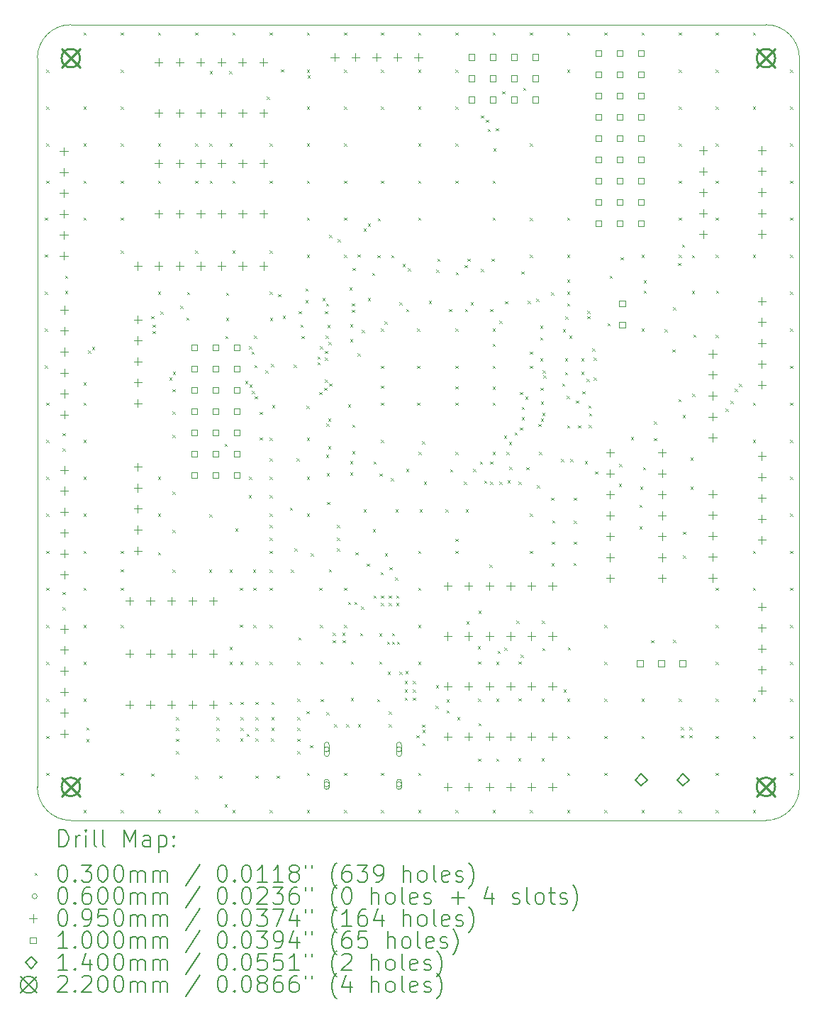
<source format=gbr>
%TF.GenerationSoftware,KiCad,Pcbnew,9.0.4-9.0.4-0~ubuntu24.04.1*%
%TF.CreationDate,2025-09-21T15:36:17+02:00*%
%TF.ProjectId,CarteMere,43617274-654d-4657-9265-2e6b69636164,rev?*%
%TF.SameCoordinates,Original*%
%TF.FileFunction,Drillmap*%
%TF.FilePolarity,Positive*%
%FSLAX45Y45*%
G04 Gerber Fmt 4.5, Leading zero omitted, Abs format (unit mm)*
G04 Created by KiCad (PCBNEW 9.0.4-9.0.4-0~ubuntu24.04.1) date 2025-09-21 15:36:17*
%MOMM*%
%LPD*%
G01*
G04 APERTURE LIST*
%ADD10C,0.050000*%
%ADD11C,0.200000*%
%ADD12C,0.100000*%
%ADD13C,0.140000*%
%ADD14C,0.220000*%
G04 APERTURE END LIST*
D10*
X18010000Y-5000000D02*
G75*
G02*
X18410000Y-5400000I0J-400000D01*
G01*
X9710000Y-14500000D02*
G75*
G02*
X9310000Y-14100000I0J400000D01*
G01*
X9710000Y-14500000D02*
X18010000Y-14500000D01*
X9310000Y-5400000D02*
G75*
G02*
X9710000Y-5000000I400000J0D01*
G01*
X18410000Y-14100000D02*
X18410000Y-5400000D01*
X18410000Y-14100000D02*
G75*
G02*
X18010000Y-14500000I-400000J0D01*
G01*
X9310000Y-5400000D02*
X9310000Y-14100000D01*
X18010000Y-5000000D02*
X9710000Y-5000000D01*
D11*
D12*
X9401000Y-7302000D02*
X9431000Y-7332000D01*
X9431000Y-7302000D02*
X9401000Y-7332000D01*
X9401000Y-7744000D02*
X9431000Y-7774000D01*
X9431000Y-7744000D02*
X9401000Y-7774000D01*
X9401000Y-8186000D02*
X9431000Y-8216000D01*
X9431000Y-8186000D02*
X9401000Y-8216000D01*
X9401000Y-8628000D02*
X9431000Y-8658000D01*
X9431000Y-8628000D02*
X9401000Y-8658000D01*
X9401000Y-9070000D02*
X9431000Y-9100000D01*
X9431000Y-9070000D02*
X9401000Y-9100000D01*
X9419000Y-5535000D02*
X9449000Y-5565000D01*
X9449000Y-5535000D02*
X9419000Y-5565000D01*
X9419000Y-5977000D02*
X9449000Y-6007000D01*
X9449000Y-5977000D02*
X9419000Y-6007000D01*
X9419000Y-6419000D02*
X9449000Y-6449000D01*
X9449000Y-6419000D02*
X9419000Y-6449000D01*
X9419000Y-6861000D02*
X9449000Y-6891000D01*
X9449000Y-6861000D02*
X9419000Y-6891000D01*
X9419000Y-9513000D02*
X9449000Y-9543000D01*
X9449000Y-9513000D02*
X9419000Y-9543000D01*
X9419000Y-9955000D02*
X9449000Y-9985000D01*
X9449000Y-9955000D02*
X9419000Y-9985000D01*
X9419000Y-10397000D02*
X9449000Y-10427000D01*
X9449000Y-10397000D02*
X9419000Y-10427000D01*
X9419000Y-10839000D02*
X9449000Y-10869000D01*
X9449000Y-10839000D02*
X9419000Y-10869000D01*
X9419000Y-11281000D02*
X9449000Y-11311000D01*
X9449000Y-11281000D02*
X9419000Y-11311000D01*
X9419000Y-11723000D02*
X9449000Y-11753000D01*
X9449000Y-11723000D02*
X9419000Y-11753000D01*
X9419000Y-12165000D02*
X9449000Y-12195000D01*
X9449000Y-12165000D02*
X9419000Y-12195000D01*
X9419000Y-12607000D02*
X9449000Y-12637000D01*
X9449000Y-12607000D02*
X9419000Y-12637000D01*
X9419000Y-13049000D02*
X9449000Y-13079000D01*
X9449000Y-13049000D02*
X9419000Y-13079000D01*
X9419000Y-13491000D02*
X9449000Y-13521000D01*
X9449000Y-13491000D02*
X9419000Y-13521000D01*
X9419000Y-13933000D02*
X9449000Y-13963000D01*
X9449000Y-13933000D02*
X9419000Y-13963000D01*
X9611000Y-11772000D02*
X9641000Y-11802000D01*
X9641000Y-11772000D02*
X9611000Y-11802000D01*
X9611000Y-11954000D02*
X9641000Y-11984000D01*
X9641000Y-11954000D02*
X9611000Y-11984000D01*
X9613000Y-9877000D02*
X9643000Y-9907000D01*
X9643000Y-9877000D02*
X9613000Y-9907000D01*
X9613000Y-10059000D02*
X9643000Y-10089000D01*
X9643000Y-10059000D02*
X9613000Y-10089000D01*
X9641000Y-7996000D02*
X9671000Y-8026000D01*
X9671000Y-7996000D02*
X9641000Y-8026000D01*
X9641000Y-8178000D02*
X9671000Y-8208000D01*
X9671000Y-8178000D02*
X9641000Y-8208000D01*
X9863000Y-5093000D02*
X9893000Y-5123000D01*
X9893000Y-5093000D02*
X9863000Y-5123000D01*
X9863000Y-5977000D02*
X9893000Y-6007000D01*
X9893000Y-5977000D02*
X9863000Y-6007000D01*
X9863000Y-6419000D02*
X9893000Y-6449000D01*
X9893000Y-6419000D02*
X9863000Y-6449000D01*
X9863000Y-6861000D02*
X9893000Y-6891000D01*
X9893000Y-6861000D02*
X9863000Y-6891000D01*
X9863000Y-7303000D02*
X9893000Y-7333000D01*
X9893000Y-7303000D02*
X9863000Y-7333000D01*
X9863000Y-9272000D02*
X9893000Y-9302000D01*
X9893000Y-9272000D02*
X9863000Y-9302000D01*
X9863000Y-9513000D02*
X9893000Y-9543000D01*
X9893000Y-9513000D02*
X9863000Y-9543000D01*
X9863000Y-9955000D02*
X9893000Y-9985000D01*
X9893000Y-9955000D02*
X9863000Y-9985000D01*
X9863000Y-10397000D02*
X9893000Y-10427000D01*
X9893000Y-10397000D02*
X9863000Y-10427000D01*
X9863000Y-10839000D02*
X9893000Y-10869000D01*
X9893000Y-10839000D02*
X9863000Y-10869000D01*
X9863000Y-11281000D02*
X9893000Y-11311000D01*
X9893000Y-11281000D02*
X9863000Y-11311000D01*
X9863000Y-11723000D02*
X9893000Y-11753000D01*
X9893000Y-11723000D02*
X9863000Y-11753000D01*
X9863000Y-12165000D02*
X9893000Y-12195000D01*
X9893000Y-12165000D02*
X9863000Y-12195000D01*
X9863000Y-12607000D02*
X9893000Y-12637000D01*
X9893000Y-12607000D02*
X9863000Y-12637000D01*
X9863000Y-13049000D02*
X9893000Y-13079000D01*
X9893000Y-13049000D02*
X9863000Y-13079000D01*
X9863000Y-14375000D02*
X9893000Y-14405000D01*
X9893000Y-14375000D02*
X9863000Y-14405000D01*
X9894000Y-13530000D02*
X9924000Y-13560000D01*
X9924000Y-13530000D02*
X9894000Y-13560000D01*
X9895000Y-13391000D02*
X9925000Y-13421000D01*
X9925000Y-13391000D02*
X9895000Y-13421000D01*
X9916000Y-8891000D02*
X9946000Y-8921000D01*
X9946000Y-8891000D02*
X9916000Y-8921000D01*
X9961000Y-8846000D02*
X9991000Y-8876000D01*
X9991000Y-8846000D02*
X9961000Y-8876000D01*
X10306000Y-11502000D02*
X10336000Y-11532000D01*
X10336000Y-11502000D02*
X10306000Y-11532000D01*
X10307000Y-5093000D02*
X10337000Y-5123000D01*
X10337000Y-5093000D02*
X10307000Y-5123000D01*
X10307000Y-5535000D02*
X10337000Y-5565000D01*
X10337000Y-5535000D02*
X10307000Y-5565000D01*
X10307000Y-5977000D02*
X10337000Y-6007000D01*
X10337000Y-5977000D02*
X10307000Y-6007000D01*
X10307000Y-6419000D02*
X10337000Y-6449000D01*
X10337000Y-6419000D02*
X10307000Y-6449000D01*
X10307000Y-6861000D02*
X10337000Y-6891000D01*
X10337000Y-6861000D02*
X10307000Y-6891000D01*
X10307000Y-7303000D02*
X10337000Y-7333000D01*
X10337000Y-7303000D02*
X10307000Y-7333000D01*
X10307000Y-7694000D02*
X10337000Y-7724000D01*
X10337000Y-7694000D02*
X10307000Y-7724000D01*
X10307000Y-11281000D02*
X10337000Y-11311000D01*
X10337000Y-11281000D02*
X10307000Y-11311000D01*
X10307000Y-11723000D02*
X10337000Y-11753000D01*
X10337000Y-11723000D02*
X10307000Y-11753000D01*
X10307000Y-12165000D02*
X10337000Y-12195000D01*
X10337000Y-12165000D02*
X10307000Y-12195000D01*
X10307000Y-14375000D02*
X10337000Y-14405000D01*
X10337000Y-14375000D02*
X10307000Y-14405000D01*
X10308000Y-13932000D02*
X10338000Y-13962000D01*
X10338000Y-13932000D02*
X10308000Y-13962000D01*
X10670000Y-13939000D02*
X10700000Y-13969000D01*
X10700000Y-13939000D02*
X10670000Y-13969000D01*
X10671000Y-8480000D02*
X10701000Y-8510000D01*
X10701000Y-8480000D02*
X10671000Y-8510000D01*
X10688000Y-8579000D02*
X10718000Y-8609000D01*
X10718000Y-8579000D02*
X10688000Y-8609000D01*
X10689000Y-8656000D02*
X10719000Y-8686000D01*
X10719000Y-8656000D02*
X10689000Y-8686000D01*
X10751000Y-5093000D02*
X10781000Y-5123000D01*
X10781000Y-5093000D02*
X10751000Y-5123000D01*
X10751000Y-6419000D02*
X10781000Y-6449000D01*
X10781000Y-6419000D02*
X10751000Y-6449000D01*
X10751000Y-6861000D02*
X10781000Y-6891000D01*
X10781000Y-6861000D02*
X10751000Y-6891000D01*
X10751000Y-8187000D02*
X10781000Y-8217000D01*
X10781000Y-8187000D02*
X10751000Y-8217000D01*
X10751000Y-10397000D02*
X10781000Y-10427000D01*
X10781000Y-10397000D02*
X10751000Y-10427000D01*
X10751000Y-10839000D02*
X10781000Y-10869000D01*
X10781000Y-10839000D02*
X10751000Y-10869000D01*
X10751000Y-11297000D02*
X10781000Y-11327000D01*
X10781000Y-11297000D02*
X10751000Y-11327000D01*
X10751000Y-14375000D02*
X10781000Y-14405000D01*
X10781000Y-14375000D02*
X10751000Y-14405000D01*
X10782000Y-8423000D02*
X10812000Y-8453000D01*
X10812000Y-8423000D02*
X10782000Y-8453000D01*
X10884000Y-9213000D02*
X10914000Y-9243000D01*
X10914000Y-9213000D02*
X10884000Y-9243000D01*
X10922000Y-11032000D02*
X10952000Y-11062000D01*
X10952000Y-11032000D02*
X10922000Y-11062000D01*
X10922000Y-11506000D02*
X10952000Y-11536000D01*
X10952000Y-11506000D02*
X10922000Y-11536000D01*
X10924000Y-9351000D02*
X10954000Y-9381000D01*
X10954000Y-9351000D02*
X10924000Y-9381000D01*
X10924000Y-9899000D02*
X10954000Y-9929000D01*
X10954000Y-9899000D02*
X10924000Y-9929000D01*
X10925000Y-10573000D02*
X10955000Y-10603000D01*
X10955000Y-10573000D02*
X10925000Y-10603000D01*
X10926000Y-9619000D02*
X10956000Y-9649000D01*
X10956000Y-9619000D02*
X10926000Y-9649000D01*
X10928000Y-9144000D02*
X10958000Y-9174000D01*
X10958000Y-9144000D02*
X10928000Y-9174000D01*
X10965000Y-13265000D02*
X10995000Y-13295000D01*
X10995000Y-13265000D02*
X10965000Y-13295000D01*
X10965000Y-13395000D02*
X10995000Y-13425000D01*
X10995000Y-13395000D02*
X10965000Y-13425000D01*
X10965000Y-13525000D02*
X10995000Y-13555000D01*
X10995000Y-13525000D02*
X10965000Y-13555000D01*
X10965000Y-13675000D02*
X10995000Y-13705000D01*
X10995000Y-13675000D02*
X10965000Y-13705000D01*
X11018000Y-8357000D02*
X11048000Y-8387000D01*
X11048000Y-8357000D02*
X11018000Y-8387000D01*
X11089000Y-8498000D02*
X11119000Y-8528000D01*
X11119000Y-8498000D02*
X11089000Y-8528000D01*
X11099000Y-8192000D02*
X11129000Y-8222000D01*
X11129000Y-8192000D02*
X11099000Y-8222000D01*
X11195000Y-5093000D02*
X11225000Y-5123000D01*
X11225000Y-5093000D02*
X11195000Y-5123000D01*
X11195000Y-6419000D02*
X11225000Y-6449000D01*
X11225000Y-6419000D02*
X11195000Y-6449000D01*
X11195000Y-6861000D02*
X11225000Y-6891000D01*
X11225000Y-6861000D02*
X11195000Y-6891000D01*
X11195000Y-7694000D02*
X11225000Y-7724000D01*
X11225000Y-7694000D02*
X11195000Y-7724000D01*
X11195000Y-14375000D02*
X11225000Y-14405000D01*
X11225000Y-14375000D02*
X11195000Y-14405000D01*
X11196000Y-13968000D02*
X11226000Y-13998000D01*
X11226000Y-13968000D02*
X11196000Y-13998000D01*
X11361000Y-11506000D02*
X11391000Y-11536000D01*
X11391000Y-11506000D02*
X11361000Y-11536000D01*
X11362000Y-10845000D02*
X11392000Y-10875000D01*
X11392000Y-10845000D02*
X11362000Y-10875000D01*
X11365000Y-6416000D02*
X11395000Y-6446000D01*
X11395000Y-6416000D02*
X11365000Y-6446000D01*
X11367000Y-5554000D02*
X11397000Y-5584000D01*
X11397000Y-5554000D02*
X11367000Y-5584000D01*
X11368000Y-6861000D02*
X11398000Y-6891000D01*
X11398000Y-6861000D02*
X11368000Y-6891000D01*
X11449000Y-13520000D02*
X11479000Y-13550000D01*
X11479000Y-13520000D02*
X11449000Y-13550000D01*
X11451000Y-13265000D02*
X11481000Y-13295000D01*
X11481000Y-13265000D02*
X11451000Y-13295000D01*
X11451000Y-13395000D02*
X11481000Y-13425000D01*
X11481000Y-13395000D02*
X11451000Y-13425000D01*
X11483000Y-13965000D02*
X11513000Y-13995000D01*
X11513000Y-13965000D02*
X11483000Y-13995000D01*
X11545000Y-14310000D02*
X11575000Y-14340000D01*
X11575000Y-14310000D02*
X11545000Y-14340000D01*
X11547000Y-10002000D02*
X11577000Y-10032000D01*
X11577000Y-10002000D02*
X11547000Y-10032000D01*
X11554000Y-8715000D02*
X11584000Y-8745000D01*
X11584000Y-8715000D02*
X11554000Y-8745000D01*
X11565000Y-8199000D02*
X11595000Y-8229000D01*
X11595000Y-8199000D02*
X11565000Y-8229000D01*
X11565000Y-8501000D02*
X11595000Y-8531000D01*
X11595000Y-8501000D02*
X11565000Y-8531000D01*
X11603000Y-5555000D02*
X11633000Y-5585000D01*
X11633000Y-5555000D02*
X11603000Y-5585000D01*
X11605000Y-11506000D02*
X11635000Y-11536000D01*
X11635000Y-11506000D02*
X11605000Y-11536000D01*
X11605000Y-12427000D02*
X11635000Y-12457000D01*
X11635000Y-12427000D02*
X11605000Y-12457000D01*
X11605000Y-12607000D02*
X11635000Y-12637000D01*
X11635000Y-12607000D02*
X11605000Y-12637000D01*
X11605000Y-13084000D02*
X11635000Y-13114000D01*
X11635000Y-13084000D02*
X11605000Y-13114000D01*
X11607000Y-6416000D02*
X11637000Y-6446000D01*
X11637000Y-6416000D02*
X11607000Y-6446000D01*
X11639000Y-5093000D02*
X11669000Y-5123000D01*
X11669000Y-5093000D02*
X11639000Y-5123000D01*
X11639000Y-6861000D02*
X11669000Y-6891000D01*
X11669000Y-6861000D02*
X11639000Y-6891000D01*
X11639000Y-7694000D02*
X11669000Y-7724000D01*
X11669000Y-7694000D02*
X11639000Y-7724000D01*
X11639000Y-14375000D02*
X11669000Y-14405000D01*
X11669000Y-14375000D02*
X11639000Y-14405000D01*
X11674000Y-11016000D02*
X11704000Y-11046000D01*
X11704000Y-11016000D02*
X11674000Y-11046000D01*
X11729000Y-11721000D02*
X11759000Y-11751000D01*
X11759000Y-11721000D02*
X11729000Y-11751000D01*
X11729000Y-12163000D02*
X11759000Y-12193000D01*
X11759000Y-12163000D02*
X11729000Y-12193000D01*
X11733000Y-12607000D02*
X11763000Y-12637000D01*
X11763000Y-12607000D02*
X11733000Y-12637000D01*
X11733000Y-13520000D02*
X11763000Y-13550000D01*
X11763000Y-13520000D02*
X11733000Y-13550000D01*
X11735000Y-13265000D02*
X11765000Y-13295000D01*
X11765000Y-13265000D02*
X11735000Y-13295000D01*
X11735000Y-13395000D02*
X11765000Y-13425000D01*
X11765000Y-13395000D02*
X11735000Y-13425000D01*
X11736000Y-13084000D02*
X11766000Y-13114000D01*
X11766000Y-13084000D02*
X11736000Y-13114000D01*
X11790000Y-9254000D02*
X11820000Y-9284000D01*
X11820000Y-9254000D02*
X11790000Y-9284000D01*
X11810000Y-13466000D02*
X11840000Y-13496000D01*
X11840000Y-13466000D02*
X11810000Y-13496000D01*
X11833000Y-10619000D02*
X11863000Y-10649000D01*
X11863000Y-10619000D02*
X11833000Y-10649000D01*
X11836000Y-8841000D02*
X11866000Y-8871000D01*
X11866000Y-8841000D02*
X11836000Y-8871000D01*
X11837000Y-10397000D02*
X11867000Y-10427000D01*
X11867000Y-10397000D02*
X11837000Y-10427000D01*
X11843000Y-9296000D02*
X11873000Y-9326000D01*
X11873000Y-9296000D02*
X11843000Y-9326000D01*
X11868000Y-8902000D02*
X11898000Y-8932000D01*
X11898000Y-8902000D02*
X11868000Y-8932000D01*
X11872000Y-9372000D02*
X11902000Y-9402000D01*
X11902000Y-9372000D02*
X11872000Y-9402000D01*
X11884000Y-11506000D02*
X11914000Y-11536000D01*
X11914000Y-11506000D02*
X11884000Y-11536000D01*
X11888000Y-11723000D02*
X11918000Y-11753000D01*
X11918000Y-11723000D02*
X11888000Y-11753000D01*
X11888000Y-12165000D02*
X11918000Y-12195000D01*
X11918000Y-12165000D02*
X11888000Y-12195000D01*
X11899000Y-8712000D02*
X11929000Y-8742000D01*
X11929000Y-8712000D02*
X11899000Y-8742000D01*
X11900000Y-9065000D02*
X11930000Y-9095000D01*
X11930000Y-9065000D02*
X11900000Y-9095000D01*
X11905500Y-9435500D02*
X11935500Y-9465500D01*
X11935500Y-9435500D02*
X11905500Y-9465500D01*
X11913000Y-12607000D02*
X11943000Y-12637000D01*
X11943000Y-12607000D02*
X11913000Y-12637000D01*
X11913000Y-13520000D02*
X11943000Y-13550000D01*
X11943000Y-13520000D02*
X11913000Y-13550000D01*
X11914000Y-13965000D02*
X11944000Y-13995000D01*
X11944000Y-13965000D02*
X11914000Y-13995000D01*
X11915000Y-13265000D02*
X11945000Y-13295000D01*
X11945000Y-13265000D02*
X11915000Y-13295000D01*
X11915000Y-13395000D02*
X11945000Y-13425000D01*
X11945000Y-13395000D02*
X11915000Y-13425000D01*
X11916000Y-13084000D02*
X11946000Y-13114000D01*
X11946000Y-13084000D02*
X11916000Y-13114000D01*
X11964000Y-9621000D02*
X11994000Y-9651000D01*
X11994000Y-9621000D02*
X11964000Y-9651000D01*
X11964000Y-9927000D02*
X11994000Y-9957000D01*
X11994000Y-9927000D02*
X11964000Y-9957000D01*
X12032000Y-9125000D02*
X12062000Y-9155000D01*
X12062000Y-9125000D02*
X12032000Y-9155000D01*
X12048000Y-5857000D02*
X12078000Y-5887000D01*
X12078000Y-5857000D02*
X12048000Y-5887000D01*
X12082000Y-11506000D02*
X12112000Y-11536000D01*
X12112000Y-11506000D02*
X12082000Y-11536000D01*
X12083000Y-5093000D02*
X12113000Y-5123000D01*
X12113000Y-5093000D02*
X12083000Y-5123000D01*
X12083000Y-6419000D02*
X12113000Y-6449000D01*
X12113000Y-6419000D02*
X12083000Y-6449000D01*
X12083000Y-6861000D02*
X12113000Y-6891000D01*
X12113000Y-6861000D02*
X12083000Y-6891000D01*
X12083000Y-7694000D02*
X12113000Y-7724000D01*
X12113000Y-7694000D02*
X12083000Y-7724000D01*
X12083000Y-8187000D02*
X12113000Y-8217000D01*
X12113000Y-8187000D02*
X12083000Y-8217000D01*
X12083000Y-10397000D02*
X12113000Y-10427000D01*
X12113000Y-10397000D02*
X12083000Y-10427000D01*
X12083000Y-10839000D02*
X12113000Y-10869000D01*
X12113000Y-10839000D02*
X12083000Y-10869000D01*
X12083000Y-11281000D02*
X12113000Y-11311000D01*
X12113000Y-11281000D02*
X12083000Y-11311000D01*
X12083000Y-11723000D02*
X12113000Y-11753000D01*
X12113000Y-11723000D02*
X12083000Y-11753000D01*
X12083000Y-12165000D02*
X12113000Y-12195000D01*
X12113000Y-12165000D02*
X12083000Y-12195000D01*
X12083000Y-12607000D02*
X12113000Y-12637000D01*
X12113000Y-12607000D02*
X12083000Y-12637000D01*
X12083000Y-14375000D02*
X12113000Y-14405000D01*
X12113000Y-14375000D02*
X12083000Y-14405000D01*
X12085000Y-9931000D02*
X12115000Y-9961000D01*
X12115000Y-9931000D02*
X12085000Y-9961000D01*
X12085000Y-10175000D02*
X12115000Y-10205000D01*
X12115000Y-10175000D02*
X12085000Y-10205000D01*
X12085000Y-10615000D02*
X12115000Y-10645000D01*
X12115000Y-10615000D02*
X12085000Y-10645000D01*
X12085000Y-10975000D02*
X12115000Y-11005000D01*
X12115000Y-10975000D02*
X12085000Y-11005000D01*
X12085000Y-11125000D02*
X12115000Y-11155000D01*
X12115000Y-11125000D02*
X12085000Y-11155000D01*
X12087000Y-8502000D02*
X12117000Y-8532000D01*
X12117000Y-8502000D02*
X12087000Y-8532000D01*
X12102000Y-9052000D02*
X12132000Y-9082000D01*
X12132000Y-9052000D02*
X12102000Y-9082000D01*
X12103000Y-13520000D02*
X12133000Y-13550000D01*
X12133000Y-13520000D02*
X12103000Y-13550000D01*
X12105000Y-13265000D02*
X12135000Y-13295000D01*
X12135000Y-13265000D02*
X12105000Y-13295000D01*
X12105000Y-13395000D02*
X12135000Y-13425000D01*
X12135000Y-13395000D02*
X12105000Y-13425000D01*
X12106000Y-13084000D02*
X12136000Y-13114000D01*
X12136000Y-13084000D02*
X12106000Y-13114000D01*
X12113000Y-9542000D02*
X12143000Y-9572000D01*
X12143000Y-9542000D02*
X12113000Y-9572000D01*
X12170000Y-13965000D02*
X12200000Y-13995000D01*
X12200000Y-13965000D02*
X12170000Y-13995000D01*
X12185000Y-8215000D02*
X12215000Y-8245000D01*
X12215000Y-8215000D02*
X12185000Y-8245000D01*
X12220000Y-5533000D02*
X12250000Y-5563000D01*
X12250000Y-5533000D02*
X12220000Y-5563000D01*
X12242000Y-8475000D02*
X12272000Y-8505000D01*
X12272000Y-8475000D02*
X12242000Y-8505000D01*
X12327000Y-10767000D02*
X12357000Y-10797000D01*
X12357000Y-10767000D02*
X12327000Y-10797000D01*
X12336000Y-11506000D02*
X12366000Y-11536000D01*
X12366000Y-11506000D02*
X12336000Y-11536000D01*
X12370000Y-9060000D02*
X12400000Y-9090000D01*
X12400000Y-9060000D02*
X12370000Y-9090000D01*
X12378000Y-11253000D02*
X12408000Y-11283000D01*
X12408000Y-11253000D02*
X12378000Y-11283000D01*
X12405000Y-10175000D02*
X12435000Y-10205000D01*
X12435000Y-10175000D02*
X12405000Y-10205000D01*
X12415000Y-12605000D02*
X12445000Y-12635000D01*
X12445000Y-12605000D02*
X12415000Y-12635000D01*
X12415000Y-13045000D02*
X12445000Y-13075000D01*
X12445000Y-13045000D02*
X12415000Y-13075000D01*
X12415000Y-13265000D02*
X12445000Y-13295000D01*
X12445000Y-13265000D02*
X12415000Y-13295000D01*
X12415000Y-13395000D02*
X12445000Y-13425000D01*
X12445000Y-13395000D02*
X12415000Y-13425000D01*
X12415000Y-13525000D02*
X12445000Y-13555000D01*
X12445000Y-13525000D02*
X12415000Y-13555000D01*
X12415000Y-13675000D02*
X12445000Y-13705000D01*
X12445000Y-13675000D02*
X12415000Y-13705000D01*
X12428000Y-12314000D02*
X12458000Y-12344000D01*
X12458000Y-12314000D02*
X12428000Y-12344000D01*
X12430000Y-8420000D02*
X12460000Y-8450000D01*
X12460000Y-8420000D02*
X12430000Y-8450000D01*
X12452000Y-8580000D02*
X12482000Y-8610000D01*
X12482000Y-8580000D02*
X12452000Y-8610000D01*
X12465000Y-8715000D02*
X12495000Y-8745000D01*
X12495000Y-8715000D02*
X12465000Y-8745000D01*
X12513000Y-8148000D02*
X12543000Y-8178000D01*
X12543000Y-8148000D02*
X12513000Y-8178000D01*
X12513000Y-8287000D02*
X12543000Y-8317000D01*
X12543000Y-8287000D02*
X12513000Y-8317000D01*
X12525000Y-9550000D02*
X12555000Y-9580000D01*
X12555000Y-9550000D02*
X12525000Y-9580000D01*
X12525000Y-13195000D02*
X12555000Y-13225000D01*
X12555000Y-13195000D02*
X12525000Y-13225000D01*
X12527000Y-5093000D02*
X12557000Y-5123000D01*
X12557000Y-5093000D02*
X12527000Y-5123000D01*
X12527000Y-5535000D02*
X12557000Y-5565000D01*
X12557000Y-5535000D02*
X12527000Y-5565000D01*
X12527000Y-5977000D02*
X12557000Y-6007000D01*
X12557000Y-5977000D02*
X12527000Y-6007000D01*
X12527000Y-6419000D02*
X12557000Y-6449000D01*
X12557000Y-6419000D02*
X12527000Y-6449000D01*
X12527000Y-6861000D02*
X12557000Y-6891000D01*
X12557000Y-6861000D02*
X12527000Y-6891000D01*
X12527000Y-7303000D02*
X12557000Y-7333000D01*
X12557000Y-7303000D02*
X12527000Y-7333000D01*
X12527000Y-7745000D02*
X12557000Y-7775000D01*
X12557000Y-7745000D02*
X12527000Y-7775000D01*
X12527000Y-10397000D02*
X12557000Y-10427000D01*
X12557000Y-10397000D02*
X12527000Y-10427000D01*
X12527000Y-10839000D02*
X12557000Y-10869000D01*
X12557000Y-10839000D02*
X12527000Y-10869000D01*
X12527000Y-13933000D02*
X12557000Y-13963000D01*
X12557000Y-13933000D02*
X12527000Y-13963000D01*
X12527000Y-14375000D02*
X12557000Y-14405000D01*
X12557000Y-14375000D02*
X12527000Y-14405000D01*
X12529000Y-9931000D02*
X12559000Y-9961000D01*
X12559000Y-9931000D02*
X12529000Y-9961000D01*
X12535000Y-5605000D02*
X12565000Y-5635000D01*
X12565000Y-5605000D02*
X12535000Y-5635000D01*
X12566000Y-13600000D02*
X12596000Y-13630000D01*
X12596000Y-13600000D02*
X12566000Y-13630000D01*
X12575000Y-11310000D02*
X12605000Y-11340000D01*
X12605000Y-11310000D02*
X12575000Y-11340000D01*
X12656000Y-8963000D02*
X12686000Y-8993000D01*
X12686000Y-8963000D02*
X12656000Y-8993000D01*
X12656000Y-9031000D02*
X12686000Y-9061000D01*
X12686000Y-9031000D02*
X12656000Y-9061000D01*
X12675000Y-9386000D02*
X12705000Y-9416000D01*
X12705000Y-9386000D02*
X12675000Y-9416000D01*
X12676000Y-11721000D02*
X12706000Y-11751000D01*
X12706000Y-11721000D02*
X12676000Y-11751000D01*
X12683000Y-8837000D02*
X12713000Y-8867000D01*
X12713000Y-8837000D02*
X12683000Y-8867000D01*
X12685000Y-12165000D02*
X12715000Y-12195000D01*
X12715000Y-12165000D02*
X12685000Y-12195000D01*
X12690000Y-12601000D02*
X12720000Y-12631000D01*
X12720000Y-12601000D02*
X12690000Y-12631000D01*
X12693000Y-13050000D02*
X12723000Y-13080000D01*
X12723000Y-13050000D02*
X12693000Y-13080000D01*
X12715000Y-8265000D02*
X12745000Y-8295000D01*
X12745000Y-8265000D02*
X12715000Y-8295000D01*
X12738000Y-9336000D02*
X12768000Y-9366000D01*
X12768000Y-9336000D02*
X12738000Y-9366000D01*
X12743000Y-8420000D02*
X12773000Y-8450000D01*
X12773000Y-8420000D02*
X12743000Y-8450000D01*
X12745000Y-8895000D02*
X12775000Y-8925000D01*
X12775000Y-8895000D02*
X12745000Y-8925000D01*
X12745000Y-8975000D02*
X12775000Y-9005000D01*
X12775000Y-8975000D02*
X12745000Y-9005000D01*
X12746000Y-9239000D02*
X12776000Y-9269000D01*
X12776000Y-9239000D02*
X12746000Y-9269000D01*
X12753601Y-8713367D02*
X12783601Y-8743367D01*
X12783601Y-8713367D02*
X12753601Y-8743367D01*
X12755000Y-8325000D02*
X12785000Y-8355000D01*
X12785000Y-8325000D02*
X12755000Y-8355000D01*
X12755000Y-10135000D02*
X12785000Y-10165000D01*
X12785000Y-10135000D02*
X12755000Y-10165000D01*
X12759000Y-13206000D02*
X12789000Y-13236000D01*
X12789000Y-13206000D02*
X12759000Y-13236000D01*
X12760000Y-9762000D02*
X12790000Y-9792000D01*
X12790000Y-9762000D02*
X12760000Y-9792000D01*
X12765000Y-10355000D02*
X12795000Y-10385000D01*
X12795000Y-10355000D02*
X12765000Y-10385000D01*
X12768000Y-10697000D02*
X12798000Y-10727000D01*
X12798000Y-10697000D02*
X12768000Y-10727000D01*
X12775000Y-8585000D02*
X12805000Y-8615000D01*
X12805000Y-8585000D02*
X12775000Y-8615000D01*
X12783000Y-10032000D02*
X12813000Y-10062000D01*
X12813000Y-10032000D02*
X12783000Y-10062000D01*
X12783404Y-9704047D02*
X12813404Y-9734047D01*
X12813404Y-9704047D02*
X12783404Y-9734047D01*
X12785000Y-8789000D02*
X12815000Y-8819000D01*
X12815000Y-8789000D02*
X12785000Y-8819000D01*
X12789000Y-11500000D02*
X12819000Y-11530000D01*
X12819000Y-11500000D02*
X12789000Y-11530000D01*
X12795000Y-7510000D02*
X12825000Y-7540000D01*
X12825000Y-7510000D02*
X12795000Y-7540000D01*
X12795000Y-9285000D02*
X12825000Y-9315000D01*
X12825000Y-9285000D02*
X12795000Y-9315000D01*
X12839000Y-12260000D02*
X12869000Y-12290000D01*
X12869000Y-12260000D02*
X12839000Y-12290000D01*
X12839000Y-12347000D02*
X12869000Y-12377000D01*
X12869000Y-12347000D02*
X12839000Y-12377000D01*
X12855000Y-13351000D02*
X12885000Y-13381000D01*
X12885000Y-13351000D02*
X12855000Y-13381000D01*
X12886000Y-10975000D02*
X12916000Y-11005000D01*
X12916000Y-10975000D02*
X12886000Y-11005000D01*
X12886000Y-11124000D02*
X12916000Y-11154000D01*
X12916000Y-11124000D02*
X12886000Y-11154000D01*
X12886000Y-11252000D02*
X12916000Y-11282000D01*
X12916000Y-11252000D02*
X12886000Y-11282000D01*
X12895000Y-7560000D02*
X12925000Y-7590000D01*
X12925000Y-7560000D02*
X12895000Y-7590000D01*
X12952000Y-12260000D02*
X12982000Y-12290000D01*
X12982000Y-12260000D02*
X12952000Y-12290000D01*
X12955000Y-12347000D02*
X12985000Y-12377000D01*
X12985000Y-12347000D02*
X12955000Y-12377000D01*
X12971000Y-5093000D02*
X13001000Y-5123000D01*
X13001000Y-5093000D02*
X12971000Y-5123000D01*
X12971000Y-5535000D02*
X13001000Y-5565000D01*
X13001000Y-5535000D02*
X12971000Y-5565000D01*
X12971000Y-5977000D02*
X13001000Y-6007000D01*
X13001000Y-5977000D02*
X12971000Y-6007000D01*
X12971000Y-6419000D02*
X13001000Y-6449000D01*
X13001000Y-6419000D02*
X12971000Y-6449000D01*
X12971000Y-6861000D02*
X13001000Y-6891000D01*
X13001000Y-6861000D02*
X12971000Y-6891000D01*
X12971000Y-7303000D02*
X13001000Y-7333000D01*
X13001000Y-7303000D02*
X12971000Y-7333000D01*
X12971000Y-7745000D02*
X13001000Y-7775000D01*
X13001000Y-7745000D02*
X12971000Y-7775000D01*
X12971000Y-11723000D02*
X13001000Y-11753000D01*
X13001000Y-11723000D02*
X12971000Y-11753000D01*
X12971000Y-12165000D02*
X13001000Y-12195000D01*
X13001000Y-12165000D02*
X12971000Y-12195000D01*
X12971000Y-13933000D02*
X13001000Y-13963000D01*
X13001000Y-13933000D02*
X12971000Y-13963000D01*
X12971000Y-14375000D02*
X13001000Y-14405000D01*
X13001000Y-14375000D02*
X12971000Y-14405000D01*
X13000000Y-13354000D02*
X13030000Y-13384000D01*
X13030000Y-13354000D02*
X13000000Y-13384000D01*
X13020000Y-9535000D02*
X13050000Y-9565000D01*
X13050000Y-9535000D02*
X13020000Y-9565000D01*
X13021000Y-11890000D02*
X13051000Y-11920000D01*
X13051000Y-11890000D02*
X13021000Y-11920000D01*
X13036000Y-8138000D02*
X13066000Y-8168000D01*
X13066000Y-8138000D02*
X13036000Y-8168000D01*
X13045000Y-8575000D02*
X13075000Y-8605000D01*
X13075000Y-8575000D02*
X13045000Y-8605000D01*
X13045000Y-8755000D02*
X13075000Y-8785000D01*
X13075000Y-8755000D02*
X13045000Y-8785000D01*
X13045000Y-10210000D02*
X13075000Y-10240000D01*
X13075000Y-10210000D02*
X13045000Y-10240000D01*
X13045000Y-10345000D02*
X13075000Y-10375000D01*
X13075000Y-10345000D02*
X13045000Y-10375000D01*
X13054000Y-12601000D02*
X13084000Y-12631000D01*
X13084000Y-12601000D02*
X13054000Y-12631000D01*
X13055000Y-13039000D02*
X13085000Y-13069000D01*
X13085000Y-13039000D02*
X13055000Y-13069000D01*
X13065000Y-8325000D02*
X13095000Y-8355000D01*
X13095000Y-8325000D02*
X13065000Y-8355000D01*
X13065000Y-8405000D02*
X13095000Y-8435000D01*
X13095000Y-8405000D02*
X13065000Y-8435000D01*
X13069000Y-9775000D02*
X13099000Y-9805000D01*
X13099000Y-9775000D02*
X13069000Y-9805000D01*
X13070000Y-10090000D02*
X13100000Y-10120000D01*
X13100000Y-10090000D02*
X13070000Y-10120000D01*
X13075000Y-7905000D02*
X13105000Y-7935000D01*
X13105000Y-7905000D02*
X13075000Y-7935000D01*
X13095000Y-11891000D02*
X13125000Y-11921000D01*
X13125000Y-11891000D02*
X13095000Y-11921000D01*
X13107000Y-11297000D02*
X13137000Y-11327000D01*
X13137000Y-11297000D02*
X13107000Y-11327000D01*
X13134000Y-7744000D02*
X13164000Y-7774000D01*
X13164000Y-7744000D02*
X13134000Y-7774000D01*
X13135000Y-8925000D02*
X13165000Y-8955000D01*
X13165000Y-8925000D02*
X13135000Y-8955000D01*
X13138000Y-13350000D02*
X13168000Y-13380000D01*
X13168000Y-13350000D02*
X13138000Y-13380000D01*
X13165000Y-12265000D02*
X13195000Y-12295000D01*
X13195000Y-12265000D02*
X13165000Y-12295000D01*
X13175000Y-11945000D02*
X13205000Y-11975000D01*
X13205000Y-11945000D02*
X13175000Y-11975000D01*
X13185000Y-8645000D02*
X13215000Y-8675000D01*
X13215000Y-8645000D02*
X13185000Y-8675000D01*
X13205000Y-7435000D02*
X13235000Y-7465000D01*
X13235000Y-7435000D02*
X13205000Y-7465000D01*
X13205000Y-10785000D02*
X13235000Y-10815000D01*
X13235000Y-10785000D02*
X13205000Y-10815000D01*
X13245000Y-11433000D02*
X13275000Y-11463000D01*
X13275000Y-11433000D02*
X13245000Y-11463000D01*
X13255000Y-8265000D02*
X13285000Y-8295000D01*
X13285000Y-8265000D02*
X13255000Y-8295000D01*
X13257000Y-7375000D02*
X13287000Y-7405000D01*
X13287000Y-7375000D02*
X13257000Y-7405000D01*
X13309000Y-7964000D02*
X13339000Y-7994000D01*
X13339000Y-7964000D02*
X13309000Y-7994000D01*
X13315000Y-11023000D02*
X13345000Y-11053000D01*
X13345000Y-11023000D02*
X13315000Y-11053000D01*
X13325000Y-10215000D02*
X13355000Y-10245000D01*
X13355000Y-10215000D02*
X13325000Y-10245000D01*
X13325000Y-11815000D02*
X13355000Y-11845000D01*
X13355000Y-11815000D02*
X13325000Y-11845000D01*
X13365000Y-13050000D02*
X13395000Y-13080000D01*
X13395000Y-13050000D02*
X13365000Y-13080000D01*
X13373000Y-7751000D02*
X13403000Y-7781000D01*
X13403000Y-7751000D02*
X13373000Y-7781000D01*
X13375000Y-7309000D02*
X13405000Y-7339000D01*
X13405000Y-7309000D02*
X13375000Y-7339000D01*
X13391000Y-12601000D02*
X13421000Y-12631000D01*
X13421000Y-12601000D02*
X13391000Y-12631000D01*
X13392000Y-12267000D02*
X13422000Y-12297000D01*
X13422000Y-12267000D02*
X13392000Y-12297000D01*
X13395000Y-10360000D02*
X13425000Y-10390000D01*
X13425000Y-10360000D02*
X13395000Y-10390000D01*
X13407000Y-11535000D02*
X13437000Y-11565000D01*
X13437000Y-11535000D02*
X13407000Y-11565000D01*
X13414000Y-9310000D02*
X13444000Y-9340000D01*
X13444000Y-9310000D02*
X13414000Y-9340000D01*
X13415000Y-5093000D02*
X13445000Y-5123000D01*
X13445000Y-5093000D02*
X13415000Y-5123000D01*
X13415000Y-5535000D02*
X13445000Y-5565000D01*
X13445000Y-5535000D02*
X13415000Y-5565000D01*
X13415000Y-5977000D02*
X13445000Y-6007000D01*
X13445000Y-5977000D02*
X13415000Y-6007000D01*
X13415000Y-6861000D02*
X13445000Y-6891000D01*
X13445000Y-6861000D02*
X13415000Y-6891000D01*
X13415000Y-8629000D02*
X13445000Y-8659000D01*
X13445000Y-8629000D02*
X13415000Y-8659000D01*
X13415000Y-9071000D02*
X13445000Y-9101000D01*
X13445000Y-9071000D02*
X13415000Y-9101000D01*
X13415000Y-9513000D02*
X13445000Y-9543000D01*
X13445000Y-9513000D02*
X13415000Y-9543000D01*
X13415000Y-9955000D02*
X13445000Y-9985000D01*
X13445000Y-9955000D02*
X13415000Y-9985000D01*
X13415000Y-11815000D02*
X13445000Y-11845000D01*
X13445000Y-11815000D02*
X13415000Y-11845000D01*
X13415000Y-11905000D02*
X13445000Y-11935000D01*
X13445000Y-11905000D02*
X13415000Y-11935000D01*
X13415000Y-13933000D02*
X13445000Y-13963000D01*
X13445000Y-13933000D02*
X13415000Y-13963000D01*
X13415000Y-14375000D02*
X13445000Y-14405000D01*
X13445000Y-14375000D02*
X13415000Y-14405000D01*
X13455000Y-8545000D02*
X13485000Y-8575000D01*
X13485000Y-8545000D02*
X13455000Y-8575000D01*
X13458000Y-11312000D02*
X13488000Y-11342000D01*
X13488000Y-11312000D02*
X13458000Y-11342000D01*
X13486000Y-12366000D02*
X13516000Y-12396000D01*
X13516000Y-12366000D02*
X13486000Y-12396000D01*
X13494000Y-12726000D02*
X13524000Y-12756000D01*
X13524000Y-12726000D02*
X13494000Y-12756000D01*
X13505000Y-11815000D02*
X13535000Y-11845000D01*
X13535000Y-11815000D02*
X13505000Y-11845000D01*
X13505000Y-11905000D02*
X13535000Y-11935000D01*
X13535000Y-11905000D02*
X13505000Y-11935000D01*
X13505000Y-13201000D02*
X13535000Y-13231000D01*
X13535000Y-13201000D02*
X13505000Y-13231000D01*
X13506000Y-13353000D02*
X13536000Y-13383000D01*
X13536000Y-13353000D02*
X13506000Y-13383000D01*
X13515000Y-11475000D02*
X13545000Y-11505000D01*
X13545000Y-11475000D02*
X13515000Y-11505000D01*
X13532000Y-10415000D02*
X13562000Y-10445000D01*
X13562000Y-10415000D02*
X13532000Y-10445000D01*
X13534000Y-7751000D02*
X13564000Y-7781000D01*
X13564000Y-7751000D02*
X13534000Y-7781000D01*
X13543000Y-12364000D02*
X13573000Y-12394000D01*
X13573000Y-12364000D02*
X13543000Y-12394000D01*
X13545000Y-12265000D02*
X13575000Y-12295000D01*
X13575000Y-12265000D02*
X13545000Y-12295000D01*
X13584000Y-11599000D02*
X13614000Y-11629000D01*
X13614000Y-11599000D02*
X13584000Y-11629000D01*
X13585000Y-10785000D02*
X13615000Y-10815000D01*
X13615000Y-10785000D02*
X13585000Y-10815000D01*
X13595000Y-11815000D02*
X13625000Y-11845000D01*
X13625000Y-11815000D02*
X13595000Y-11845000D01*
X13595000Y-11905000D02*
X13625000Y-11935000D01*
X13625000Y-11905000D02*
X13595000Y-11935000D01*
X13602000Y-12366000D02*
X13632000Y-12396000D01*
X13632000Y-12366000D02*
X13602000Y-12396000D01*
X13635000Y-8315000D02*
X13665000Y-8345000D01*
X13665000Y-8315000D02*
X13635000Y-8345000D01*
X13635000Y-12725000D02*
X13665000Y-12755000D01*
X13665000Y-12725000D02*
X13635000Y-12755000D01*
X13671000Y-7858000D02*
X13701000Y-7888000D01*
X13701000Y-7858000D02*
X13671000Y-7888000D01*
X13695000Y-12835000D02*
X13725000Y-12865000D01*
X13725000Y-12835000D02*
X13695000Y-12865000D01*
X13695000Y-12935000D02*
X13725000Y-12965000D01*
X13725000Y-12935000D02*
X13695000Y-12965000D01*
X13695000Y-13035000D02*
X13725000Y-13065000D01*
X13725000Y-13035000D02*
X13695000Y-13065000D01*
X13705000Y-12715000D02*
X13735000Y-12745000D01*
X13735000Y-12715000D02*
X13705000Y-12745000D01*
X13712000Y-10304000D02*
X13742000Y-10334000D01*
X13742000Y-10304000D02*
X13712000Y-10334000D01*
X13715000Y-8395000D02*
X13745000Y-8425000D01*
X13745000Y-8395000D02*
X13715000Y-8425000D01*
X13736000Y-7910000D02*
X13766000Y-7940000D01*
X13766000Y-7910000D02*
X13736000Y-7940000D01*
X13795000Y-12835000D02*
X13825000Y-12865000D01*
X13825000Y-12835000D02*
X13795000Y-12865000D01*
X13795000Y-12935000D02*
X13825000Y-12965000D01*
X13825000Y-12935000D02*
X13795000Y-12965000D01*
X13795000Y-13035000D02*
X13825000Y-13065000D01*
X13825000Y-13035000D02*
X13795000Y-13065000D01*
X13835000Y-13485000D02*
X13865000Y-13515000D01*
X13865000Y-13485000D02*
X13835000Y-13515000D01*
X13845000Y-8629000D02*
X13875000Y-8659000D01*
X13875000Y-8629000D02*
X13845000Y-8659000D01*
X13845000Y-9071000D02*
X13875000Y-9101000D01*
X13875000Y-9071000D02*
X13845000Y-9101000D01*
X13845000Y-9513000D02*
X13875000Y-9543000D01*
X13875000Y-9513000D02*
X13845000Y-9543000D01*
X13859000Y-5093000D02*
X13889000Y-5123000D01*
X13889000Y-5093000D02*
X13859000Y-5123000D01*
X13859000Y-5535000D02*
X13889000Y-5565000D01*
X13889000Y-5535000D02*
X13859000Y-5565000D01*
X13859000Y-5977000D02*
X13889000Y-6007000D01*
X13889000Y-5977000D02*
X13859000Y-6007000D01*
X13859000Y-6419000D02*
X13889000Y-6449000D01*
X13889000Y-6419000D02*
X13859000Y-6449000D01*
X13859000Y-6861000D02*
X13889000Y-6891000D01*
X13889000Y-6861000D02*
X13859000Y-6891000D01*
X13859000Y-7303000D02*
X13889000Y-7333000D01*
X13889000Y-7303000D02*
X13859000Y-7333000D01*
X13859000Y-11281000D02*
X13889000Y-11311000D01*
X13889000Y-11281000D02*
X13859000Y-11311000D01*
X13859000Y-11723000D02*
X13889000Y-11753000D01*
X13889000Y-11723000D02*
X13859000Y-11753000D01*
X13859000Y-12165000D02*
X13889000Y-12195000D01*
X13889000Y-12165000D02*
X13859000Y-12195000D01*
X13859000Y-12607000D02*
X13889000Y-12637000D01*
X13889000Y-12607000D02*
X13859000Y-12637000D01*
X13859000Y-13933000D02*
X13889000Y-13963000D01*
X13889000Y-13933000D02*
X13859000Y-13963000D01*
X13859000Y-14375000D02*
X13889000Y-14405000D01*
X13889000Y-14375000D02*
X13859000Y-14405000D01*
X13861000Y-10099000D02*
X13891000Y-10129000D01*
X13891000Y-10099000D02*
X13861000Y-10129000D01*
X13875000Y-10785000D02*
X13905000Y-10815000D01*
X13905000Y-10785000D02*
X13875000Y-10815000D01*
X13905000Y-9975000D02*
X13935000Y-10005000D01*
X13935000Y-9975000D02*
X13905000Y-10005000D01*
X13905000Y-13355000D02*
X13935000Y-13385000D01*
X13935000Y-13355000D02*
X13905000Y-13385000D01*
X13907000Y-13576000D02*
X13937000Y-13606000D01*
X13937000Y-13576000D02*
X13907000Y-13606000D01*
X13910000Y-13421000D02*
X13940000Y-13451000D01*
X13940000Y-13421000D02*
X13910000Y-13451000D01*
X13925000Y-10455000D02*
X13955000Y-10485000D01*
X13955000Y-10455000D02*
X13925000Y-10485000D01*
X13985000Y-8295000D02*
X14015000Y-8325000D01*
X14015000Y-8295000D02*
X13985000Y-8325000D01*
X14065000Y-13131000D02*
X14095000Y-13161000D01*
X14095000Y-13131000D02*
X14065000Y-13161000D01*
X14069000Y-12887000D02*
X14099000Y-12917000D01*
X14099000Y-12887000D02*
X14069000Y-12917000D01*
X14075000Y-7924000D02*
X14105000Y-7954000D01*
X14105000Y-7924000D02*
X14075000Y-7954000D01*
X14085000Y-7795000D02*
X14115000Y-7825000D01*
X14115000Y-7795000D02*
X14085000Y-7825000D01*
X14185000Y-10785000D02*
X14215000Y-10815000D01*
X14215000Y-10785000D02*
X14185000Y-10815000D01*
X14196000Y-13188000D02*
X14226000Y-13218000D01*
X14226000Y-13188000D02*
X14196000Y-13218000D01*
X14197000Y-13055000D02*
X14227000Y-13085000D01*
X14227000Y-13055000D02*
X14197000Y-13085000D01*
X14225000Y-8395000D02*
X14255000Y-8425000D01*
X14255000Y-8395000D02*
X14225000Y-8425000D01*
X14240000Y-10308000D02*
X14270000Y-10338000D01*
X14270000Y-10308000D02*
X14240000Y-10338000D01*
X14303000Y-5093000D02*
X14333000Y-5123000D01*
X14333000Y-5093000D02*
X14303000Y-5123000D01*
X14303000Y-5535000D02*
X14333000Y-5565000D01*
X14333000Y-5535000D02*
X14303000Y-5565000D01*
X14303000Y-5977000D02*
X14333000Y-6007000D01*
X14333000Y-5977000D02*
X14303000Y-6007000D01*
X14303000Y-6419000D02*
X14333000Y-6449000D01*
X14333000Y-6419000D02*
X14303000Y-6449000D01*
X14303000Y-6861000D02*
X14333000Y-6891000D01*
X14333000Y-6861000D02*
X14303000Y-6891000D01*
X14303000Y-8629000D02*
X14333000Y-8659000D01*
X14333000Y-8629000D02*
X14303000Y-8659000D01*
X14303000Y-9071000D02*
X14333000Y-9101000D01*
X14333000Y-9071000D02*
X14303000Y-9101000D01*
X14303000Y-9318000D02*
X14333000Y-9348000D01*
X14333000Y-9318000D02*
X14303000Y-9348000D01*
X14303000Y-9513000D02*
X14333000Y-9543000D01*
X14333000Y-9513000D02*
X14303000Y-9543000D01*
X14303000Y-10101000D02*
X14333000Y-10131000D01*
X14333000Y-10101000D02*
X14303000Y-10131000D01*
X14303000Y-11137000D02*
X14333000Y-11167000D01*
X14333000Y-11137000D02*
X14303000Y-11167000D01*
X14303000Y-11281000D02*
X14333000Y-11311000D01*
X14333000Y-11281000D02*
X14303000Y-11311000D01*
X14303000Y-14375000D02*
X14333000Y-14405000D01*
X14333000Y-14375000D02*
X14303000Y-14405000D01*
X14306000Y-7955000D02*
X14336000Y-7985000D01*
X14336000Y-7955000D02*
X14306000Y-7985000D01*
X14322000Y-13267000D02*
X14352000Y-13297000D01*
X14352000Y-13267000D02*
X14322000Y-13297000D01*
X14405000Y-10455000D02*
X14435000Y-10485000D01*
X14435000Y-10455000D02*
X14405000Y-10485000D01*
X14413000Y-7871000D02*
X14443000Y-7901000D01*
X14443000Y-7871000D02*
X14413000Y-7901000D01*
X14415000Y-8395000D02*
X14445000Y-8425000D01*
X14445000Y-8395000D02*
X14415000Y-8425000D01*
X14425000Y-10785000D02*
X14455000Y-10815000D01*
X14455000Y-10785000D02*
X14425000Y-10815000D01*
X14432000Y-12125000D02*
X14462000Y-12155000D01*
X14462000Y-12125000D02*
X14432000Y-12155000D01*
X14445000Y-7795000D02*
X14475000Y-7825000D01*
X14475000Y-7795000D02*
X14445000Y-7825000D01*
X14485000Y-8315000D02*
X14515000Y-8345000D01*
X14515000Y-8315000D02*
X14485000Y-8345000D01*
X14513000Y-10303000D02*
X14543000Y-10333000D01*
X14543000Y-10303000D02*
X14513000Y-10333000D01*
X14568000Y-12419000D02*
X14598000Y-12449000D01*
X14598000Y-12419000D02*
X14568000Y-12449000D01*
X14571000Y-13761000D02*
X14601000Y-13791000D01*
X14601000Y-13761000D02*
X14571000Y-13791000D01*
X14573000Y-12604000D02*
X14603000Y-12634000D01*
X14603000Y-12604000D02*
X14573000Y-12634000D01*
X14573000Y-13046000D02*
X14603000Y-13076000D01*
X14603000Y-13046000D02*
X14573000Y-13076000D01*
X14576000Y-11998000D02*
X14606000Y-12028000D01*
X14606000Y-11998000D02*
X14576000Y-12028000D01*
X14576000Y-13339000D02*
X14606000Y-13369000D01*
X14606000Y-13339000D02*
X14576000Y-13369000D01*
X14595000Y-10215000D02*
X14625000Y-10245000D01*
X14625000Y-10215000D02*
X14595000Y-10245000D01*
X14605000Y-6085000D02*
X14635000Y-6115000D01*
X14635000Y-6085000D02*
X14605000Y-6115000D01*
X14608000Y-7917000D02*
X14638000Y-7947000D01*
X14638000Y-7917000D02*
X14608000Y-7947000D01*
X14645000Y-10445000D02*
X14675000Y-10475000D01*
X14675000Y-10445000D02*
X14645000Y-10475000D01*
X14665000Y-6135000D02*
X14695000Y-6165000D01*
X14695000Y-6135000D02*
X14665000Y-6165000D01*
X14686000Y-6245000D02*
X14716000Y-6275000D01*
X14716000Y-6245000D02*
X14686000Y-6275000D01*
X14707000Y-11447000D02*
X14737000Y-11477000D01*
X14737000Y-11447000D02*
X14707000Y-11477000D01*
X14715000Y-8395000D02*
X14745000Y-8425000D01*
X14745000Y-8395000D02*
X14715000Y-8425000D01*
X14715000Y-10215000D02*
X14745000Y-10245000D01*
X14745000Y-10215000D02*
X14715000Y-10245000D01*
X14715000Y-10455000D02*
X14745000Y-10485000D01*
X14745000Y-10455000D02*
X14715000Y-10485000D01*
X14733000Y-7793000D02*
X14763000Y-7823000D01*
X14763000Y-7793000D02*
X14733000Y-7823000D01*
X14746000Y-8808000D02*
X14776000Y-8838000D01*
X14776000Y-8808000D02*
X14746000Y-8838000D01*
X14747000Y-5093000D02*
X14777000Y-5123000D01*
X14777000Y-5093000D02*
X14747000Y-5123000D01*
X14747000Y-6861000D02*
X14777000Y-6891000D01*
X14777000Y-6861000D02*
X14747000Y-6891000D01*
X14747000Y-7303000D02*
X14777000Y-7333000D01*
X14777000Y-7303000D02*
X14747000Y-7333000D01*
X14747000Y-8629000D02*
X14777000Y-8659000D01*
X14777000Y-8629000D02*
X14747000Y-8659000D01*
X14747000Y-9071000D02*
X14777000Y-9101000D01*
X14777000Y-9071000D02*
X14747000Y-9101000D01*
X14747000Y-9321000D02*
X14777000Y-9351000D01*
X14777000Y-9321000D02*
X14747000Y-9351000D01*
X14747000Y-9513000D02*
X14777000Y-9543000D01*
X14777000Y-9513000D02*
X14747000Y-9543000D01*
X14747000Y-14375000D02*
X14777000Y-14405000D01*
X14777000Y-14375000D02*
X14747000Y-14405000D01*
X14748000Y-10101000D02*
X14778000Y-10131000D01*
X14778000Y-10101000D02*
X14748000Y-10131000D01*
X14754000Y-6478000D02*
X14784000Y-6508000D01*
X14784000Y-6478000D02*
X14754000Y-6508000D01*
X14786650Y-6234725D02*
X14816650Y-6264725D01*
X14816650Y-6234725D02*
X14786650Y-6264725D01*
X14787000Y-13762000D02*
X14817000Y-13792000D01*
X14817000Y-13762000D02*
X14787000Y-13792000D01*
X14789000Y-12605000D02*
X14819000Y-12635000D01*
X14819000Y-12605000D02*
X14789000Y-12635000D01*
X14789000Y-13047000D02*
X14819000Y-13077000D01*
X14819000Y-13047000D02*
X14789000Y-13077000D01*
X14805000Y-12475000D02*
X14835000Y-12505000D01*
X14835000Y-12475000D02*
X14805000Y-12505000D01*
X14825000Y-8535000D02*
X14855000Y-8565000D01*
X14855000Y-8535000D02*
X14825000Y-8565000D01*
X14825000Y-10455000D02*
X14855000Y-10485000D01*
X14855000Y-10455000D02*
X14825000Y-10485000D01*
X14862000Y-5795000D02*
X14892000Y-5825000D01*
X14892000Y-5795000D02*
X14862000Y-5825000D01*
X14882000Y-9904000D02*
X14912000Y-9934000D01*
X14912000Y-9904000D02*
X14882000Y-9934000D01*
X14884000Y-12437000D02*
X14914000Y-12467000D01*
X14914000Y-12437000D02*
X14884000Y-12467000D01*
X14897000Y-8301000D02*
X14927000Y-8331000D01*
X14927000Y-8301000D02*
X14897000Y-8331000D01*
X14911000Y-10101000D02*
X14941000Y-10131000D01*
X14941000Y-10101000D02*
X14911000Y-10131000D01*
X14925000Y-10441000D02*
X14955000Y-10471000D01*
X14955000Y-10441000D02*
X14925000Y-10471000D01*
X14943000Y-9982000D02*
X14973000Y-10012000D01*
X14973000Y-9982000D02*
X14943000Y-10012000D01*
X14946000Y-10279000D02*
X14976000Y-10309000D01*
X14976000Y-10279000D02*
X14946000Y-10309000D01*
X15010000Y-9867000D02*
X15040000Y-9897000D01*
X15040000Y-9867000D02*
X15010000Y-9897000D01*
X15030000Y-12114000D02*
X15060000Y-12144000D01*
X15060000Y-12114000D02*
X15030000Y-12144000D01*
X15052000Y-13758000D02*
X15082000Y-13788000D01*
X15082000Y-13758000D02*
X15052000Y-13788000D01*
X15054000Y-12601000D02*
X15084000Y-12631000D01*
X15084000Y-12601000D02*
X15054000Y-12631000D01*
X15054000Y-13043000D02*
X15084000Y-13073000D01*
X15084000Y-13043000D02*
X15054000Y-13073000D01*
X15055000Y-10455000D02*
X15085000Y-10485000D01*
X15085000Y-10455000D02*
X15055000Y-10485000D01*
X15072000Y-9810000D02*
X15102000Y-9840000D01*
X15102000Y-9810000D02*
X15072000Y-9840000D01*
X15073000Y-9384000D02*
X15103000Y-9414000D01*
X15103000Y-9384000D02*
X15073000Y-9414000D01*
X15083000Y-12522000D02*
X15113000Y-12552000D01*
X15113000Y-12522000D02*
X15083000Y-12552000D01*
X15088000Y-7947000D02*
X15118000Y-7977000D01*
X15118000Y-7947000D02*
X15088000Y-7977000D01*
X15093000Y-9562000D02*
X15123000Y-9592000D01*
X15123000Y-9562000D02*
X15093000Y-9592000D01*
X15094000Y-9685000D02*
X15124000Y-9715000D01*
X15124000Y-9685000D02*
X15094000Y-9715000D01*
X15112000Y-5752000D02*
X15142000Y-5782000D01*
X15142000Y-5752000D02*
X15112000Y-5782000D01*
X15136000Y-9441000D02*
X15166000Y-9471000D01*
X15166000Y-9441000D02*
X15136000Y-9471000D01*
X15151000Y-10282000D02*
X15181000Y-10312000D01*
X15181000Y-10282000D02*
X15151000Y-10312000D01*
X15165000Y-8295000D02*
X15195000Y-8325000D01*
X15195000Y-8295000D02*
X15165000Y-8325000D01*
X15189000Y-7305000D02*
X15219000Y-7335000D01*
X15219000Y-7305000D02*
X15189000Y-7335000D01*
X15191000Y-5093000D02*
X15221000Y-5123000D01*
X15221000Y-5093000D02*
X15191000Y-5123000D01*
X15191000Y-6419000D02*
X15221000Y-6449000D01*
X15221000Y-6419000D02*
X15191000Y-6449000D01*
X15191000Y-7745000D02*
X15221000Y-7775000D01*
X15221000Y-7745000D02*
X15191000Y-7775000D01*
X15191000Y-9071000D02*
X15221000Y-9101000D01*
X15221000Y-9071000D02*
X15191000Y-9101000D01*
X15191000Y-10839000D02*
X15221000Y-10869000D01*
X15221000Y-10839000D02*
X15191000Y-10869000D01*
X15191000Y-11281000D02*
X15221000Y-11311000D01*
X15221000Y-11281000D02*
X15191000Y-11311000D01*
X15191000Y-14375000D02*
X15221000Y-14405000D01*
X15221000Y-14375000D02*
X15191000Y-14405000D01*
X15193000Y-8903000D02*
X15223000Y-8933000D01*
X15223000Y-8903000D02*
X15193000Y-8933000D01*
X15267000Y-8273000D02*
X15297000Y-8303000D01*
X15297000Y-8273000D02*
X15267000Y-8303000D01*
X15276000Y-10498000D02*
X15306000Y-10528000D01*
X15306000Y-10498000D02*
X15276000Y-10528000D01*
X15294000Y-9765000D02*
X15324000Y-9795000D01*
X15324000Y-9765000D02*
X15294000Y-9795000D01*
X15301000Y-10099000D02*
X15331000Y-10129000D01*
X15331000Y-10099000D02*
X15301000Y-10129000D01*
X15315000Y-8595000D02*
X15345000Y-8625000D01*
X15345000Y-8595000D02*
X15315000Y-8625000D01*
X15315000Y-8735000D02*
X15345000Y-8765000D01*
X15345000Y-8735000D02*
X15315000Y-8765000D01*
X15315000Y-8985000D02*
X15345000Y-9015000D01*
X15345000Y-8985000D02*
X15315000Y-9015000D01*
X15320000Y-9335000D02*
X15350000Y-9365000D01*
X15350000Y-9335000D02*
X15320000Y-9365000D01*
X15323000Y-9498000D02*
X15353000Y-9528000D01*
X15353000Y-9498000D02*
X15323000Y-9528000D01*
X15324000Y-9701000D02*
X15354000Y-9731000D01*
X15354000Y-9701000D02*
X15324000Y-9731000D01*
X15330000Y-13759000D02*
X15360000Y-13789000D01*
X15360000Y-13759000D02*
X15330000Y-13789000D01*
X15332000Y-13045000D02*
X15362000Y-13075000D01*
X15362000Y-13045000D02*
X15332000Y-13075000D01*
X15335000Y-12115000D02*
X15365000Y-12145000D01*
X15365000Y-12115000D02*
X15335000Y-12145000D01*
X15338000Y-12443000D02*
X15368000Y-12473000D01*
X15368000Y-12443000D02*
X15338000Y-12473000D01*
X15339000Y-9633000D02*
X15369000Y-9663000D01*
X15369000Y-9633000D02*
X15339000Y-9663000D01*
X15343525Y-9124836D02*
X15373525Y-9154836D01*
X15373525Y-9124836D02*
X15343525Y-9154836D01*
X15350000Y-9187000D02*
X15380000Y-9217000D01*
X15380000Y-9187000D02*
X15350000Y-9217000D01*
X15445000Y-8195000D02*
X15475000Y-8225000D01*
X15475000Y-8195000D02*
X15445000Y-8225000D01*
X15447000Y-10647000D02*
X15477000Y-10677000D01*
X15477000Y-10647000D02*
X15447000Y-10677000D01*
X15448000Y-11428000D02*
X15478000Y-11458000D01*
X15478000Y-11428000D02*
X15448000Y-11458000D01*
X15455000Y-11171000D02*
X15485000Y-11201000D01*
X15485000Y-11171000D02*
X15455000Y-11201000D01*
X15457000Y-10917000D02*
X15487000Y-10947000D01*
X15487000Y-10917000D02*
X15457000Y-10947000D01*
X15565000Y-10185000D02*
X15595000Y-10215000D01*
X15595000Y-10185000D02*
X15565000Y-10215000D01*
X15577000Y-9285000D02*
X15607000Y-9315000D01*
X15607000Y-9285000D02*
X15577000Y-9315000D01*
X15585000Y-8635000D02*
X15615000Y-8665000D01*
X15615000Y-8635000D02*
X15585000Y-8665000D01*
X15595000Y-12935000D02*
X15625000Y-12965000D01*
X15625000Y-12935000D02*
X15595000Y-12965000D01*
X15609000Y-9149000D02*
X15639000Y-9179000D01*
X15639000Y-9149000D02*
X15609000Y-9179000D01*
X15612000Y-8984000D02*
X15642000Y-9014000D01*
X15642000Y-8984000D02*
X15612000Y-9014000D01*
X15615000Y-8485000D02*
X15645000Y-8515000D01*
X15645000Y-8485000D02*
X15615000Y-8515000D01*
X15632000Y-9432000D02*
X15662000Y-9462000D01*
X15662000Y-9432000D02*
X15632000Y-9462000D01*
X15635000Y-5093000D02*
X15665000Y-5123000D01*
X15665000Y-5093000D02*
X15635000Y-5123000D01*
X15635000Y-5535000D02*
X15665000Y-5565000D01*
X15665000Y-5535000D02*
X15635000Y-5565000D01*
X15635000Y-7303000D02*
X15665000Y-7333000D01*
X15665000Y-7303000D02*
X15635000Y-7333000D01*
X15635000Y-7745000D02*
X15665000Y-7775000D01*
X15665000Y-7745000D02*
X15635000Y-7775000D01*
X15635000Y-8045000D02*
X15665000Y-8075000D01*
X15665000Y-8045000D02*
X15635000Y-8075000D01*
X15635000Y-8187000D02*
X15665000Y-8217000D01*
X15665000Y-8187000D02*
X15635000Y-8217000D01*
X15635000Y-8325000D02*
X15665000Y-8355000D01*
X15665000Y-8325000D02*
X15635000Y-8355000D01*
X15635000Y-13049000D02*
X15665000Y-13079000D01*
X15665000Y-13049000D02*
X15635000Y-13079000D01*
X15635000Y-13491000D02*
X15665000Y-13521000D01*
X15665000Y-13491000D02*
X15635000Y-13521000D01*
X15635000Y-13933000D02*
X15665000Y-13963000D01*
X15665000Y-13933000D02*
X15635000Y-13963000D01*
X15635000Y-14375000D02*
X15665000Y-14405000D01*
X15665000Y-14375000D02*
X15635000Y-14405000D01*
X15637000Y-9782000D02*
X15667000Y-9812000D01*
X15667000Y-9782000D02*
X15637000Y-9812000D01*
X15645000Y-12435000D02*
X15675000Y-12465000D01*
X15675000Y-12435000D02*
X15645000Y-12465000D01*
X15660000Y-8714000D02*
X15690000Y-8744000D01*
X15690000Y-8714000D02*
X15660000Y-8744000D01*
X15673000Y-10186000D02*
X15703000Y-10216000D01*
X15703000Y-10186000D02*
X15673000Y-10216000D01*
X15711000Y-11424000D02*
X15741000Y-11454000D01*
X15741000Y-11424000D02*
X15711000Y-11454000D01*
X15714000Y-10648000D02*
X15744000Y-10678000D01*
X15744000Y-10648000D02*
X15714000Y-10678000D01*
X15714000Y-10920000D02*
X15744000Y-10950000D01*
X15744000Y-10920000D02*
X15714000Y-10950000D01*
X15714000Y-11172000D02*
X15744000Y-11202000D01*
X15744000Y-11172000D02*
X15714000Y-11202000D01*
X15742000Y-9485000D02*
X15772000Y-9515000D01*
X15772000Y-9485000D02*
X15742000Y-9515000D01*
X15765000Y-9782000D02*
X15795000Y-9812000D01*
X15795000Y-9782000D02*
X15765000Y-9812000D01*
X15804000Y-9142000D02*
X15834000Y-9172000D01*
X15834000Y-9142000D02*
X15804000Y-9172000D01*
X15806000Y-8983000D02*
X15836000Y-9013000D01*
X15836000Y-8983000D02*
X15806000Y-9013000D01*
X15817000Y-9376000D02*
X15847000Y-9406000D01*
X15847000Y-9376000D02*
X15817000Y-9406000D01*
X15848000Y-10212000D02*
X15878000Y-10242000D01*
X15878000Y-10212000D02*
X15848000Y-10242000D01*
X15870000Y-9227000D02*
X15900000Y-9257000D01*
X15900000Y-9227000D02*
X15870000Y-9257000D01*
X15875000Y-8415000D02*
X15905000Y-8445000D01*
X15905000Y-8415000D02*
X15875000Y-8445000D01*
X15875000Y-8477500D02*
X15905000Y-8507500D01*
X15905000Y-8477500D02*
X15875000Y-8507500D01*
X15888000Y-9546000D02*
X15918000Y-9576000D01*
X15918000Y-9546000D02*
X15888000Y-9576000D01*
X15895000Y-9781000D02*
X15925000Y-9811000D01*
X15925000Y-9781000D02*
X15895000Y-9811000D01*
X15897000Y-9639000D02*
X15927000Y-9669000D01*
X15927000Y-9639000D02*
X15897000Y-9669000D01*
X15935000Y-8865000D02*
X15965000Y-8895000D01*
X15965000Y-8865000D02*
X15935000Y-8895000D01*
X15952000Y-8973000D02*
X15982000Y-9003000D01*
X15982000Y-8973000D02*
X15952000Y-9003000D01*
X15954000Y-9211000D02*
X15984000Y-9241000D01*
X15984000Y-9211000D02*
X15954000Y-9241000D01*
X15972000Y-10332000D02*
X16002000Y-10362000D01*
X16002000Y-10332000D02*
X15972000Y-10362000D01*
X16079000Y-5093000D02*
X16109000Y-5123000D01*
X16109000Y-5093000D02*
X16079000Y-5123000D01*
X16079000Y-12165000D02*
X16109000Y-12195000D01*
X16109000Y-12165000D02*
X16079000Y-12195000D01*
X16079000Y-12607000D02*
X16109000Y-12637000D01*
X16109000Y-12607000D02*
X16079000Y-12637000D01*
X16079000Y-13049000D02*
X16109000Y-13079000D01*
X16109000Y-13049000D02*
X16079000Y-13079000D01*
X16079000Y-13491000D02*
X16109000Y-13521000D01*
X16109000Y-13491000D02*
X16079000Y-13521000D01*
X16079000Y-13933000D02*
X16109000Y-13963000D01*
X16109000Y-13933000D02*
X16079000Y-13963000D01*
X16079000Y-14375000D02*
X16109000Y-14405000D01*
X16109000Y-14375000D02*
X16079000Y-14405000D01*
X16119000Y-8564000D02*
X16149000Y-8594000D01*
X16149000Y-8564000D02*
X16119000Y-8594000D01*
X16144000Y-7996000D02*
X16174000Y-8026000D01*
X16174000Y-7996000D02*
X16144000Y-8026000D01*
X16253000Y-10483000D02*
X16283000Y-10513000D01*
X16283000Y-10483000D02*
X16253000Y-10513000D01*
X16259000Y-10244000D02*
X16289000Y-10274000D01*
X16289000Y-10244000D02*
X16259000Y-10274000D01*
X16276000Y-7778000D02*
X16306000Y-7808000D01*
X16306000Y-7778000D02*
X16276000Y-7808000D01*
X16399000Y-9922000D02*
X16429000Y-9952000D01*
X16429000Y-9922000D02*
X16399000Y-9952000D01*
X16501000Y-10733000D02*
X16531000Y-10763000D01*
X16531000Y-10733000D02*
X16501000Y-10763000D01*
X16501000Y-10991000D02*
X16531000Y-11021000D01*
X16531000Y-10991000D02*
X16501000Y-11021000D01*
X16506000Y-10514000D02*
X16536000Y-10544000D01*
X16536000Y-10514000D02*
X16506000Y-10544000D01*
X16523000Y-5093000D02*
X16553000Y-5123000D01*
X16553000Y-5093000D02*
X16523000Y-5123000D01*
X16523000Y-7745000D02*
X16553000Y-7775000D01*
X16553000Y-7745000D02*
X16523000Y-7775000D01*
X16523000Y-8629000D02*
X16553000Y-8659000D01*
X16553000Y-8629000D02*
X16523000Y-8659000D01*
X16523000Y-13049000D02*
X16553000Y-13079000D01*
X16553000Y-13049000D02*
X16523000Y-13079000D01*
X16523000Y-13491000D02*
X16553000Y-13521000D01*
X16553000Y-13491000D02*
X16523000Y-13521000D01*
X16523000Y-14375000D02*
X16553000Y-14405000D01*
X16553000Y-14375000D02*
X16523000Y-14405000D01*
X16540000Y-10281000D02*
X16570000Y-10311000D01*
X16570000Y-10281000D02*
X16540000Y-10311000D01*
X16549000Y-8176000D02*
X16579000Y-8206000D01*
X16579000Y-8176000D02*
X16549000Y-8206000D01*
X16551000Y-8052000D02*
X16581000Y-8082000D01*
X16581000Y-8052000D02*
X16551000Y-8082000D01*
X16641000Y-12349000D02*
X16671000Y-12379000D01*
X16671000Y-12349000D02*
X16641000Y-12379000D01*
X16671000Y-9735000D02*
X16701000Y-9765000D01*
X16701000Y-9735000D02*
X16671000Y-9765000D01*
X16674000Y-9936000D02*
X16704000Y-9966000D01*
X16704000Y-9936000D02*
X16674000Y-9966000D01*
X16802000Y-8634000D02*
X16832000Y-8664000D01*
X16832000Y-8634000D02*
X16802000Y-8664000D01*
X16895000Y-8878000D02*
X16925000Y-8908000D01*
X16925000Y-8878000D02*
X16895000Y-8908000D01*
X16902000Y-12344000D02*
X16932000Y-12374000D01*
X16932000Y-12344000D02*
X16902000Y-12374000D01*
X16903000Y-8374000D02*
X16933000Y-8404000D01*
X16933000Y-8374000D02*
X16903000Y-8404000D01*
X16962000Y-7846000D02*
X16992000Y-7876000D01*
X16992000Y-7846000D02*
X16962000Y-7876000D01*
X16966000Y-9470000D02*
X16996000Y-9500000D01*
X16996000Y-9470000D02*
X16966000Y-9500000D01*
X16967000Y-5093000D02*
X16997000Y-5123000D01*
X16997000Y-5093000D02*
X16967000Y-5123000D01*
X16967000Y-5535000D02*
X16997000Y-5565000D01*
X16997000Y-5535000D02*
X16967000Y-5565000D01*
X16967000Y-5977000D02*
X16997000Y-6007000D01*
X16997000Y-5977000D02*
X16967000Y-6007000D01*
X16967000Y-6419000D02*
X16997000Y-6449000D01*
X16997000Y-6419000D02*
X16967000Y-6449000D01*
X16967000Y-6861000D02*
X16997000Y-6891000D01*
X16997000Y-6861000D02*
X16967000Y-6891000D01*
X16967000Y-7303000D02*
X16997000Y-7333000D01*
X16997000Y-7303000D02*
X16967000Y-7333000D01*
X16967000Y-7745000D02*
X16997000Y-7775000D01*
X16997000Y-7745000D02*
X16967000Y-7775000D01*
X16967000Y-13049000D02*
X16997000Y-13079000D01*
X16997000Y-13049000D02*
X16967000Y-13079000D01*
X16967000Y-14375000D02*
X16997000Y-14405000D01*
X16997000Y-14375000D02*
X16967000Y-14405000D01*
X16995000Y-13385000D02*
X17025000Y-13415000D01*
X17025000Y-13385000D02*
X16995000Y-13415000D01*
X16995000Y-13485000D02*
X17025000Y-13515000D01*
X17025000Y-13485000D02*
X16995000Y-13515000D01*
X17009000Y-7623000D02*
X17039000Y-7653000D01*
X17039000Y-7623000D02*
X17009000Y-7653000D01*
X17014000Y-9659000D02*
X17044000Y-9689000D01*
X17044000Y-9659000D02*
X17014000Y-9689000D01*
X17018000Y-11339000D02*
X17048000Y-11369000D01*
X17048000Y-11339000D02*
X17018000Y-11369000D01*
X17020000Y-11053000D02*
X17050000Y-11083000D01*
X17050000Y-11053000D02*
X17020000Y-11083000D01*
X17095000Y-13385000D02*
X17125000Y-13415000D01*
X17125000Y-13385000D02*
X17095000Y-13415000D01*
X17095000Y-13485000D02*
X17125000Y-13515000D01*
X17125000Y-13485000D02*
X17095000Y-13515000D01*
X17110000Y-10169000D02*
X17140000Y-10199000D01*
X17140000Y-10169000D02*
X17110000Y-10199000D01*
X17110000Y-10514000D02*
X17140000Y-10544000D01*
X17140000Y-10514000D02*
X17110000Y-10544000D01*
X17124000Y-7751000D02*
X17154000Y-7781000D01*
X17154000Y-7751000D02*
X17124000Y-7781000D01*
X17124000Y-8177000D02*
X17154000Y-8207000D01*
X17154000Y-8177000D02*
X17124000Y-8207000D01*
X17130000Y-9407000D02*
X17160000Y-9437000D01*
X17160000Y-9407000D02*
X17130000Y-9437000D01*
X17141000Y-8700000D02*
X17171000Y-8730000D01*
X17171000Y-8700000D02*
X17141000Y-8730000D01*
X17410000Y-8702000D02*
X17440000Y-8732000D01*
X17440000Y-8702000D02*
X17410000Y-8732000D01*
X17411000Y-5093000D02*
X17441000Y-5123000D01*
X17441000Y-5093000D02*
X17411000Y-5123000D01*
X17411000Y-5535000D02*
X17441000Y-5565000D01*
X17441000Y-5535000D02*
X17411000Y-5565000D01*
X17411000Y-5977000D02*
X17441000Y-6007000D01*
X17441000Y-5977000D02*
X17411000Y-6007000D01*
X17411000Y-6419000D02*
X17441000Y-6449000D01*
X17441000Y-6419000D02*
X17411000Y-6449000D01*
X17411000Y-6861000D02*
X17441000Y-6891000D01*
X17441000Y-6861000D02*
X17411000Y-6891000D01*
X17411000Y-7303000D02*
X17441000Y-7333000D01*
X17441000Y-7303000D02*
X17411000Y-7333000D01*
X17411000Y-7745000D02*
X17441000Y-7775000D01*
X17441000Y-7745000D02*
X17411000Y-7775000D01*
X17411000Y-11723000D02*
X17441000Y-11753000D01*
X17441000Y-11723000D02*
X17411000Y-11753000D01*
X17411000Y-12165000D02*
X17441000Y-12195000D01*
X17441000Y-12165000D02*
X17411000Y-12195000D01*
X17411000Y-12607000D02*
X17441000Y-12637000D01*
X17441000Y-12607000D02*
X17411000Y-12637000D01*
X17411000Y-13049000D02*
X17441000Y-13079000D01*
X17441000Y-13049000D02*
X17411000Y-13079000D01*
X17411000Y-13491000D02*
X17441000Y-13521000D01*
X17441000Y-13491000D02*
X17411000Y-13521000D01*
X17411000Y-13933000D02*
X17441000Y-13963000D01*
X17441000Y-13933000D02*
X17411000Y-13963000D01*
X17411000Y-14375000D02*
X17441000Y-14405000D01*
X17441000Y-14375000D02*
X17411000Y-14405000D01*
X17412000Y-8173000D02*
X17442000Y-8203000D01*
X17442000Y-8173000D02*
X17412000Y-8203000D01*
X17529000Y-9582000D02*
X17559000Y-9612000D01*
X17559000Y-9582000D02*
X17529000Y-9612000D01*
X17587000Y-9492000D02*
X17617000Y-9522000D01*
X17617000Y-9492000D02*
X17587000Y-9522000D01*
X17640000Y-9345000D02*
X17670000Y-9375000D01*
X17670000Y-9345000D02*
X17640000Y-9375000D01*
X17689000Y-9287000D02*
X17719000Y-9317000D01*
X17719000Y-9287000D02*
X17689000Y-9317000D01*
X17855000Y-5093000D02*
X17885000Y-5123000D01*
X17885000Y-5093000D02*
X17855000Y-5123000D01*
X17855000Y-5977000D02*
X17885000Y-6007000D01*
X17885000Y-5977000D02*
X17855000Y-6007000D01*
X17855000Y-7745000D02*
X17885000Y-7775000D01*
X17885000Y-7745000D02*
X17855000Y-7775000D01*
X17855000Y-9513000D02*
X17885000Y-9543000D01*
X17885000Y-9513000D02*
X17855000Y-9543000D01*
X17855000Y-9955000D02*
X17885000Y-9985000D01*
X17885000Y-9955000D02*
X17855000Y-9985000D01*
X17855000Y-11281000D02*
X17885000Y-11311000D01*
X17885000Y-11281000D02*
X17855000Y-11311000D01*
X17855000Y-11723000D02*
X17885000Y-11753000D01*
X17885000Y-11723000D02*
X17855000Y-11753000D01*
X17855000Y-13049000D02*
X17885000Y-13079000D01*
X17885000Y-13049000D02*
X17855000Y-13079000D01*
X17855000Y-13491000D02*
X17885000Y-13521000D01*
X17885000Y-13491000D02*
X17855000Y-13521000D01*
X17855000Y-14375000D02*
X17885000Y-14405000D01*
X17885000Y-14375000D02*
X17855000Y-14405000D01*
X18299000Y-5535000D02*
X18329000Y-5565000D01*
X18329000Y-5535000D02*
X18299000Y-5565000D01*
X18299000Y-5977000D02*
X18329000Y-6007000D01*
X18329000Y-5977000D02*
X18299000Y-6007000D01*
X18299000Y-6419000D02*
X18329000Y-6449000D01*
X18329000Y-6419000D02*
X18299000Y-6449000D01*
X18299000Y-6861000D02*
X18329000Y-6891000D01*
X18329000Y-6861000D02*
X18299000Y-6891000D01*
X18299000Y-7303000D02*
X18329000Y-7333000D01*
X18329000Y-7303000D02*
X18299000Y-7333000D01*
X18299000Y-7745000D02*
X18329000Y-7775000D01*
X18329000Y-7745000D02*
X18299000Y-7775000D01*
X18299000Y-8187000D02*
X18329000Y-8217000D01*
X18329000Y-8187000D02*
X18299000Y-8217000D01*
X18299000Y-8629000D02*
X18329000Y-8659000D01*
X18329000Y-8629000D02*
X18299000Y-8659000D01*
X18299000Y-9071000D02*
X18329000Y-9101000D01*
X18329000Y-9071000D02*
X18299000Y-9101000D01*
X18299000Y-9513000D02*
X18329000Y-9543000D01*
X18329000Y-9513000D02*
X18299000Y-9543000D01*
X18299000Y-9955000D02*
X18329000Y-9985000D01*
X18329000Y-9955000D02*
X18299000Y-9985000D01*
X18299000Y-10397000D02*
X18329000Y-10427000D01*
X18329000Y-10397000D02*
X18299000Y-10427000D01*
X18299000Y-10839000D02*
X18329000Y-10869000D01*
X18329000Y-10839000D02*
X18299000Y-10869000D01*
X18299000Y-11281000D02*
X18329000Y-11311000D01*
X18329000Y-11281000D02*
X18299000Y-11311000D01*
X18299000Y-11723000D02*
X18329000Y-11753000D01*
X18329000Y-11723000D02*
X18299000Y-11753000D01*
X18299000Y-12165000D02*
X18329000Y-12195000D01*
X18329000Y-12165000D02*
X18299000Y-12195000D01*
X18299000Y-12607000D02*
X18329000Y-12637000D01*
X18329000Y-12607000D02*
X18299000Y-12637000D01*
X18299000Y-13049000D02*
X18329000Y-13079000D01*
X18329000Y-13049000D02*
X18299000Y-13079000D01*
X18299000Y-13491000D02*
X18329000Y-13521000D01*
X18329000Y-13491000D02*
X18299000Y-13521000D01*
X18299000Y-13933000D02*
X18329000Y-13963000D01*
X18329000Y-13933000D02*
X18299000Y-13963000D01*
X12795000Y-13652000D02*
G75*
G02*
X12735000Y-13652000I-30000J0D01*
G01*
X12735000Y-13652000D02*
G75*
G02*
X12795000Y-13652000I30000J0D01*
G01*
X12735000Y-13597000D02*
X12735000Y-13707000D01*
X12795000Y-13707000D02*
G75*
G02*
X12735000Y-13707000I-30000J0D01*
G01*
X12795000Y-13707000D02*
X12795000Y-13597000D01*
X12795000Y-13597000D02*
G75*
G03*
X12735000Y-13597000I-30000J0D01*
G01*
X12795000Y-14070000D02*
G75*
G02*
X12735000Y-14070000I-30000J0D01*
G01*
X12735000Y-14070000D02*
G75*
G02*
X12795000Y-14070000I30000J0D01*
G01*
X12735000Y-14040000D02*
X12735000Y-14100000D01*
X12795000Y-14100000D02*
G75*
G02*
X12735000Y-14100000I-30000J0D01*
G01*
X12795000Y-14100000D02*
X12795000Y-14040000D01*
X12795000Y-14040000D02*
G75*
G03*
X12735000Y-14040000I-30000J0D01*
G01*
X13659000Y-13652000D02*
G75*
G02*
X13599000Y-13652000I-30000J0D01*
G01*
X13599000Y-13652000D02*
G75*
G02*
X13659000Y-13652000I30000J0D01*
G01*
X13599000Y-13597000D02*
X13599000Y-13707000D01*
X13659000Y-13707000D02*
G75*
G02*
X13599000Y-13707000I-30000J0D01*
G01*
X13659000Y-13707000D02*
X13659000Y-13597000D01*
X13659000Y-13597000D02*
G75*
G03*
X13599000Y-13597000I-30000J0D01*
G01*
X13659000Y-14070000D02*
G75*
G02*
X13599000Y-14070000I-30000J0D01*
G01*
X13599000Y-14070000D02*
G75*
G02*
X13659000Y-14070000I30000J0D01*
G01*
X13599000Y-14040000D02*
X13599000Y-14100000D01*
X13659000Y-14100000D02*
G75*
G02*
X13599000Y-14100000I-30000J0D01*
G01*
X13659000Y-14100000D02*
X13659000Y-14040000D01*
X13659000Y-14040000D02*
G75*
G03*
X13599000Y-14040000I-30000J0D01*
G01*
X9627000Y-6462500D02*
X9627000Y-6557500D01*
X9579500Y-6510000D02*
X9674500Y-6510000D01*
X9627000Y-6712500D02*
X9627000Y-6807500D01*
X9579500Y-6760000D02*
X9674500Y-6760000D01*
X9627000Y-6962500D02*
X9627000Y-7057500D01*
X9579500Y-7010000D02*
X9674500Y-7010000D01*
X9627000Y-7212500D02*
X9627000Y-7307500D01*
X9579500Y-7260000D02*
X9674500Y-7260000D01*
X9627000Y-7462500D02*
X9627000Y-7557500D01*
X9579500Y-7510000D02*
X9674500Y-7510000D01*
X9627000Y-7712500D02*
X9627000Y-7807500D01*
X9579500Y-7760000D02*
X9674500Y-7760000D01*
X9632000Y-8357500D02*
X9632000Y-8452500D01*
X9584500Y-8405000D02*
X9679500Y-8405000D01*
X9632000Y-8607500D02*
X9632000Y-8702500D01*
X9584500Y-8655000D02*
X9679500Y-8655000D01*
X9632000Y-8857500D02*
X9632000Y-8952500D01*
X9584500Y-8905000D02*
X9679500Y-8905000D01*
X9632000Y-9107500D02*
X9632000Y-9202500D01*
X9584500Y-9155000D02*
X9679500Y-9155000D01*
X9632000Y-9357500D02*
X9632000Y-9452500D01*
X9584500Y-9405000D02*
X9679500Y-9405000D01*
X9632000Y-9607500D02*
X9632000Y-9702500D01*
X9584500Y-9655000D02*
X9679500Y-9655000D01*
X9632000Y-10267500D02*
X9632000Y-10362500D01*
X9584500Y-10315000D02*
X9679500Y-10315000D01*
X9632000Y-10517500D02*
X9632000Y-10612500D01*
X9584500Y-10565000D02*
X9679500Y-10565000D01*
X9632000Y-10767500D02*
X9632000Y-10862500D01*
X9584500Y-10815000D02*
X9679500Y-10815000D01*
X9632000Y-11017500D02*
X9632000Y-11112500D01*
X9584500Y-11065000D02*
X9679500Y-11065000D01*
X9632000Y-11267500D02*
X9632000Y-11362500D01*
X9584500Y-11315000D02*
X9679500Y-11315000D01*
X9632000Y-11517500D02*
X9632000Y-11612500D01*
X9584500Y-11565000D02*
X9679500Y-11565000D01*
X9632000Y-12167500D02*
X9632000Y-12262500D01*
X9584500Y-12215000D02*
X9679500Y-12215000D01*
X9632000Y-12417500D02*
X9632000Y-12512500D01*
X9584500Y-12465000D02*
X9679500Y-12465000D01*
X9632000Y-12667500D02*
X9632000Y-12762500D01*
X9584500Y-12715000D02*
X9679500Y-12715000D01*
X9632000Y-12917500D02*
X9632000Y-13012500D01*
X9584500Y-12965000D02*
X9679500Y-12965000D01*
X9632000Y-13167500D02*
X9632000Y-13262500D01*
X9584500Y-13215000D02*
X9679500Y-13215000D01*
X9632000Y-13417500D02*
X9632000Y-13512500D01*
X9584500Y-13465000D02*
X9679500Y-13465000D01*
X10410000Y-11832500D02*
X10410000Y-11927500D01*
X10362500Y-11880000D02*
X10457500Y-11880000D01*
X10410000Y-12462500D02*
X10410000Y-12557500D01*
X10362500Y-12510000D02*
X10457500Y-12510000D01*
X10410000Y-13072500D02*
X10410000Y-13167500D01*
X10362500Y-13120000D02*
X10457500Y-13120000D01*
X10510000Y-7832500D02*
X10510000Y-7927500D01*
X10462500Y-7880000D02*
X10557500Y-7880000D01*
X10510000Y-8472500D02*
X10510000Y-8567500D01*
X10462500Y-8520000D02*
X10557500Y-8520000D01*
X10510000Y-8722500D02*
X10510000Y-8817500D01*
X10462500Y-8770000D02*
X10557500Y-8770000D01*
X10510000Y-8972500D02*
X10510000Y-9067500D01*
X10462500Y-9020000D02*
X10557500Y-9020000D01*
X10510000Y-9222500D02*
X10510000Y-9317500D01*
X10462500Y-9270000D02*
X10557500Y-9270000D01*
X10510000Y-9472500D02*
X10510000Y-9567500D01*
X10462500Y-9520000D02*
X10557500Y-9520000D01*
X10510000Y-10232500D02*
X10510000Y-10327500D01*
X10462500Y-10280000D02*
X10557500Y-10280000D01*
X10510000Y-10482500D02*
X10510000Y-10577500D01*
X10462500Y-10530000D02*
X10557500Y-10530000D01*
X10510000Y-10732500D02*
X10510000Y-10827500D01*
X10462500Y-10780000D02*
X10557500Y-10780000D01*
X10510000Y-10982500D02*
X10510000Y-11077500D01*
X10462500Y-11030000D02*
X10557500Y-11030000D01*
X10510000Y-11232500D02*
X10510000Y-11327500D01*
X10462500Y-11280000D02*
X10557500Y-11280000D01*
X10660000Y-11832500D02*
X10660000Y-11927500D01*
X10612500Y-11880000D02*
X10707500Y-11880000D01*
X10660000Y-12462500D02*
X10660000Y-12557500D01*
X10612500Y-12510000D02*
X10707500Y-12510000D01*
X10660000Y-13072500D02*
X10660000Y-13167500D01*
X10612500Y-13120000D02*
X10707500Y-13120000D01*
X10758000Y-5400500D02*
X10758000Y-5495500D01*
X10710500Y-5448000D02*
X10805500Y-5448000D01*
X10760000Y-6007500D02*
X10760000Y-6102500D01*
X10712500Y-6055000D02*
X10807500Y-6055000D01*
X10760000Y-6607500D02*
X10760000Y-6702500D01*
X10712500Y-6655000D02*
X10807500Y-6655000D01*
X10760000Y-7207500D02*
X10760000Y-7302500D01*
X10712500Y-7255000D02*
X10807500Y-7255000D01*
X10760000Y-7832500D02*
X10760000Y-7927500D01*
X10712500Y-7880000D02*
X10807500Y-7880000D01*
X10910000Y-11832500D02*
X10910000Y-11927500D01*
X10862500Y-11880000D02*
X10957500Y-11880000D01*
X10910000Y-12462500D02*
X10910000Y-12557500D01*
X10862500Y-12510000D02*
X10957500Y-12510000D01*
X10910000Y-13072500D02*
X10910000Y-13167500D01*
X10862500Y-13120000D02*
X10957500Y-13120000D01*
X11008000Y-5400500D02*
X11008000Y-5495500D01*
X10960500Y-5448000D02*
X11055500Y-5448000D01*
X11010000Y-6007500D02*
X11010000Y-6102500D01*
X10962500Y-6055000D02*
X11057500Y-6055000D01*
X11010000Y-6607500D02*
X11010000Y-6702500D01*
X10962500Y-6655000D02*
X11057500Y-6655000D01*
X11010000Y-7207500D02*
X11010000Y-7302500D01*
X10962500Y-7255000D02*
X11057500Y-7255000D01*
X11010000Y-7832500D02*
X11010000Y-7927500D01*
X10962500Y-7880000D02*
X11057500Y-7880000D01*
X11160000Y-11832500D02*
X11160000Y-11927500D01*
X11112500Y-11880000D02*
X11207500Y-11880000D01*
X11160000Y-12462500D02*
X11160000Y-12557500D01*
X11112500Y-12510000D02*
X11207500Y-12510000D01*
X11160000Y-13072500D02*
X11160000Y-13167500D01*
X11112500Y-13120000D02*
X11207500Y-13120000D01*
X11258000Y-5400500D02*
X11258000Y-5495500D01*
X11210500Y-5448000D02*
X11305500Y-5448000D01*
X11260000Y-6007500D02*
X11260000Y-6102500D01*
X11212500Y-6055000D02*
X11307500Y-6055000D01*
X11260000Y-6607500D02*
X11260000Y-6702500D01*
X11212500Y-6655000D02*
X11307500Y-6655000D01*
X11260000Y-7207500D02*
X11260000Y-7302500D01*
X11212500Y-7255000D02*
X11307500Y-7255000D01*
X11260000Y-7832500D02*
X11260000Y-7927500D01*
X11212500Y-7880000D02*
X11307500Y-7880000D01*
X11410000Y-11832500D02*
X11410000Y-11927500D01*
X11362500Y-11880000D02*
X11457500Y-11880000D01*
X11410000Y-12462500D02*
X11410000Y-12557500D01*
X11362500Y-12510000D02*
X11457500Y-12510000D01*
X11410000Y-13072500D02*
X11410000Y-13167500D01*
X11362500Y-13120000D02*
X11457500Y-13120000D01*
X11508000Y-5400500D02*
X11508000Y-5495500D01*
X11460500Y-5448000D02*
X11555500Y-5448000D01*
X11510000Y-6007500D02*
X11510000Y-6102500D01*
X11462500Y-6055000D02*
X11557500Y-6055000D01*
X11510000Y-6607500D02*
X11510000Y-6702500D01*
X11462500Y-6655000D02*
X11557500Y-6655000D01*
X11510000Y-7207500D02*
X11510000Y-7302500D01*
X11462500Y-7255000D02*
X11557500Y-7255000D01*
X11510000Y-7832500D02*
X11510000Y-7927500D01*
X11462500Y-7880000D02*
X11557500Y-7880000D01*
X11758000Y-5400500D02*
X11758000Y-5495500D01*
X11710500Y-5448000D02*
X11805500Y-5448000D01*
X11760000Y-6007500D02*
X11760000Y-6102500D01*
X11712500Y-6055000D02*
X11807500Y-6055000D01*
X11760000Y-6607500D02*
X11760000Y-6702500D01*
X11712500Y-6655000D02*
X11807500Y-6655000D01*
X11760000Y-7207500D02*
X11760000Y-7302500D01*
X11712500Y-7255000D02*
X11807500Y-7255000D01*
X11760000Y-7832500D02*
X11760000Y-7927500D01*
X11712500Y-7880000D02*
X11807500Y-7880000D01*
X12008000Y-5400500D02*
X12008000Y-5495500D01*
X11960500Y-5448000D02*
X12055500Y-5448000D01*
X12010000Y-6007500D02*
X12010000Y-6102500D01*
X11962500Y-6055000D02*
X12057500Y-6055000D01*
X12010000Y-6607500D02*
X12010000Y-6702500D01*
X11962500Y-6655000D02*
X12057500Y-6655000D01*
X12010000Y-7207500D02*
X12010000Y-7302500D01*
X11962500Y-7255000D02*
X12057500Y-7255000D01*
X12010000Y-7832500D02*
X12010000Y-7927500D01*
X11962500Y-7880000D02*
X12057500Y-7880000D01*
X12860000Y-5342500D02*
X12860000Y-5437500D01*
X12812500Y-5390000D02*
X12907500Y-5390000D01*
X13110000Y-5342500D02*
X13110000Y-5437500D01*
X13062500Y-5390000D02*
X13157500Y-5390000D01*
X13360000Y-5342500D02*
X13360000Y-5437500D01*
X13312500Y-5390000D02*
X13407500Y-5390000D01*
X13610000Y-5342500D02*
X13610000Y-5437500D01*
X13562500Y-5390000D02*
X13657500Y-5390000D01*
X13860000Y-5342500D02*
X13860000Y-5437500D01*
X13812500Y-5390000D02*
X13907500Y-5390000D01*
X14210000Y-11652500D02*
X14210000Y-11747500D01*
X14162500Y-11700000D02*
X14257500Y-11700000D01*
X14210000Y-12252500D02*
X14210000Y-12347500D01*
X14162500Y-12300000D02*
X14257500Y-12300000D01*
X14210000Y-12852500D02*
X14210000Y-12947500D01*
X14162500Y-12900000D02*
X14257500Y-12900000D01*
X14210000Y-13452500D02*
X14210000Y-13547500D01*
X14162500Y-13500000D02*
X14257500Y-13500000D01*
X14210000Y-14052500D02*
X14210000Y-14147500D01*
X14162500Y-14100000D02*
X14257500Y-14100000D01*
X14460000Y-11652500D02*
X14460000Y-11747500D01*
X14412500Y-11700000D02*
X14507500Y-11700000D01*
X14460000Y-12252500D02*
X14460000Y-12347500D01*
X14412500Y-12300000D02*
X14507500Y-12300000D01*
X14460000Y-12852500D02*
X14460000Y-12947500D01*
X14412500Y-12900000D02*
X14507500Y-12900000D01*
X14460000Y-13452500D02*
X14460000Y-13547500D01*
X14412500Y-13500000D02*
X14507500Y-13500000D01*
X14460000Y-14052500D02*
X14460000Y-14147500D01*
X14412500Y-14100000D02*
X14507500Y-14100000D01*
X14710000Y-11652500D02*
X14710000Y-11747500D01*
X14662500Y-11700000D02*
X14757500Y-11700000D01*
X14710000Y-12252500D02*
X14710000Y-12347500D01*
X14662500Y-12300000D02*
X14757500Y-12300000D01*
X14710000Y-12852500D02*
X14710000Y-12947500D01*
X14662500Y-12900000D02*
X14757500Y-12900000D01*
X14710000Y-13452500D02*
X14710000Y-13547500D01*
X14662500Y-13500000D02*
X14757500Y-13500000D01*
X14710000Y-14052500D02*
X14710000Y-14147500D01*
X14662500Y-14100000D02*
X14757500Y-14100000D01*
X14960000Y-11652500D02*
X14960000Y-11747500D01*
X14912500Y-11700000D02*
X15007500Y-11700000D01*
X14960000Y-12252500D02*
X14960000Y-12347500D01*
X14912500Y-12300000D02*
X15007500Y-12300000D01*
X14960000Y-12852500D02*
X14960000Y-12947500D01*
X14912500Y-12900000D02*
X15007500Y-12900000D01*
X14960000Y-13452500D02*
X14960000Y-13547500D01*
X14912500Y-13500000D02*
X15007500Y-13500000D01*
X14960000Y-14052500D02*
X14960000Y-14147500D01*
X14912500Y-14100000D02*
X15007500Y-14100000D01*
X15210000Y-11652500D02*
X15210000Y-11747500D01*
X15162500Y-11700000D02*
X15257500Y-11700000D01*
X15210000Y-12252500D02*
X15210000Y-12347500D01*
X15162500Y-12300000D02*
X15257500Y-12300000D01*
X15210000Y-12852500D02*
X15210000Y-12947500D01*
X15162500Y-12900000D02*
X15257500Y-12900000D01*
X15210000Y-13452500D02*
X15210000Y-13547500D01*
X15162500Y-13500000D02*
X15257500Y-13500000D01*
X15210000Y-14052500D02*
X15210000Y-14147500D01*
X15162500Y-14100000D02*
X15257500Y-14100000D01*
X15460000Y-11652500D02*
X15460000Y-11747500D01*
X15412500Y-11700000D02*
X15507500Y-11700000D01*
X15460000Y-12252500D02*
X15460000Y-12347500D01*
X15412500Y-12300000D02*
X15507500Y-12300000D01*
X15460000Y-12852500D02*
X15460000Y-12947500D01*
X15412500Y-12900000D02*
X15507500Y-12900000D01*
X15460000Y-13452500D02*
X15460000Y-13547500D01*
X15412500Y-13500000D02*
X15507500Y-13500000D01*
X15460000Y-14052500D02*
X15460000Y-14147500D01*
X15412500Y-14100000D02*
X15507500Y-14100000D01*
X16150000Y-10062500D02*
X16150000Y-10157500D01*
X16102500Y-10110000D02*
X16197500Y-10110000D01*
X16150000Y-10312500D02*
X16150000Y-10407500D01*
X16102500Y-10360000D02*
X16197500Y-10360000D01*
X16150000Y-10562500D02*
X16150000Y-10657500D01*
X16102500Y-10610000D02*
X16197500Y-10610000D01*
X16150000Y-10812500D02*
X16150000Y-10907500D01*
X16102500Y-10860000D02*
X16197500Y-10860000D01*
X16150000Y-11062500D02*
X16150000Y-11157500D01*
X16102500Y-11110000D02*
X16197500Y-11110000D01*
X16150000Y-11312500D02*
X16150000Y-11407500D01*
X16102500Y-11360000D02*
X16197500Y-11360000D01*
X16150000Y-11562500D02*
X16150000Y-11657500D01*
X16102500Y-11610000D02*
X16197500Y-11610000D01*
X16770000Y-10062500D02*
X16770000Y-10157500D01*
X16722500Y-10110000D02*
X16817500Y-10110000D01*
X16770000Y-10312500D02*
X16770000Y-10407500D01*
X16722500Y-10360000D02*
X16817500Y-10360000D01*
X16770000Y-10562500D02*
X16770000Y-10657500D01*
X16722500Y-10610000D02*
X16817500Y-10610000D01*
X16770000Y-10812500D02*
X16770000Y-10907500D01*
X16722500Y-10860000D02*
X16817500Y-10860000D01*
X16770000Y-11062500D02*
X16770000Y-11157500D01*
X16722500Y-11110000D02*
X16817500Y-11110000D01*
X16770000Y-11312500D02*
X16770000Y-11407500D01*
X16722500Y-11360000D02*
X16817500Y-11360000D01*
X16770000Y-11562500D02*
X16770000Y-11657500D01*
X16722500Y-11610000D02*
X16817500Y-11610000D01*
X17260000Y-6453500D02*
X17260000Y-6548500D01*
X17212500Y-6501000D02*
X17307500Y-6501000D01*
X17260000Y-6703500D02*
X17260000Y-6798500D01*
X17212500Y-6751000D02*
X17307500Y-6751000D01*
X17260000Y-6953500D02*
X17260000Y-7048500D01*
X17212500Y-7001000D02*
X17307500Y-7001000D01*
X17260000Y-7203500D02*
X17260000Y-7298500D01*
X17212500Y-7251000D02*
X17307500Y-7251000D01*
X17260000Y-7453500D02*
X17260000Y-7548500D01*
X17212500Y-7501000D02*
X17307500Y-7501000D01*
X17374000Y-8882500D02*
X17374000Y-8977500D01*
X17326500Y-8930000D02*
X17421500Y-8930000D01*
X17374000Y-9132500D02*
X17374000Y-9227500D01*
X17326500Y-9180000D02*
X17421500Y-9180000D01*
X17374000Y-9382500D02*
X17374000Y-9477500D01*
X17326500Y-9430000D02*
X17421500Y-9430000D01*
X17374000Y-9632500D02*
X17374000Y-9727500D01*
X17326500Y-9680000D02*
X17421500Y-9680000D01*
X17374000Y-9882500D02*
X17374000Y-9977500D01*
X17326500Y-9930000D02*
X17421500Y-9930000D01*
X17374000Y-10557500D02*
X17374000Y-10652500D01*
X17326500Y-10605000D02*
X17421500Y-10605000D01*
X17374000Y-10807500D02*
X17374000Y-10902500D01*
X17326500Y-10855000D02*
X17421500Y-10855000D01*
X17374000Y-11057500D02*
X17374000Y-11152500D01*
X17326500Y-11105000D02*
X17421500Y-11105000D01*
X17374000Y-11307500D02*
X17374000Y-11402500D01*
X17326500Y-11355000D02*
X17421500Y-11355000D01*
X17374000Y-11557500D02*
X17374000Y-11652500D01*
X17326500Y-11605000D02*
X17421500Y-11605000D01*
X17960000Y-6452500D02*
X17960000Y-6547500D01*
X17912500Y-6500000D02*
X18007500Y-6500000D01*
X17960000Y-6702500D02*
X17960000Y-6797500D01*
X17912500Y-6750000D02*
X18007500Y-6750000D01*
X17960000Y-6952500D02*
X17960000Y-7047500D01*
X17912500Y-7000000D02*
X18007500Y-7000000D01*
X17960000Y-7202500D02*
X17960000Y-7297500D01*
X17912500Y-7250000D02*
X18007500Y-7250000D01*
X17960000Y-7452500D02*
X17960000Y-7547500D01*
X17912500Y-7500000D02*
X18007500Y-7500000D01*
X17960000Y-8252500D02*
X17960000Y-8347500D01*
X17912500Y-8300000D02*
X18007500Y-8300000D01*
X17960000Y-8502500D02*
X17960000Y-8597500D01*
X17912500Y-8550000D02*
X18007500Y-8550000D01*
X17960000Y-8752500D02*
X17960000Y-8847500D01*
X17912500Y-8800000D02*
X18007500Y-8800000D01*
X17960000Y-9002500D02*
X17960000Y-9097500D01*
X17912500Y-9050000D02*
X18007500Y-9050000D01*
X17960000Y-9252500D02*
X17960000Y-9347500D01*
X17912500Y-9300000D02*
X18007500Y-9300000D01*
X17960000Y-10102500D02*
X17960000Y-10197500D01*
X17912500Y-10150000D02*
X18007500Y-10150000D01*
X17960000Y-10352500D02*
X17960000Y-10447500D01*
X17912500Y-10400000D02*
X18007500Y-10400000D01*
X17960000Y-10602500D02*
X17960000Y-10697500D01*
X17912500Y-10650000D02*
X18007500Y-10650000D01*
X17960000Y-10852500D02*
X17960000Y-10947500D01*
X17912500Y-10900000D02*
X18007500Y-10900000D01*
X17960000Y-11102500D02*
X17960000Y-11197500D01*
X17912500Y-11150000D02*
X18007500Y-11150000D01*
X17960000Y-11902500D02*
X17960000Y-11997500D01*
X17912500Y-11950000D02*
X18007500Y-11950000D01*
X17960000Y-12152500D02*
X17960000Y-12247500D01*
X17912500Y-12200000D02*
X18007500Y-12200000D01*
X17960000Y-12402500D02*
X17960000Y-12497500D01*
X17912500Y-12450000D02*
X18007500Y-12450000D01*
X17960000Y-12652500D02*
X17960000Y-12747500D01*
X17912500Y-12700000D02*
X18007500Y-12700000D01*
X17960000Y-12902500D02*
X17960000Y-12997500D01*
X17912500Y-12950000D02*
X18007500Y-12950000D01*
X11219356Y-8891356D02*
X11219356Y-8820644D01*
X11148644Y-8820644D01*
X11148644Y-8891356D01*
X11219356Y-8891356D01*
X11219356Y-9145356D02*
X11219356Y-9074644D01*
X11148644Y-9074644D01*
X11148644Y-9145356D01*
X11219356Y-9145356D01*
X11219356Y-9399356D02*
X11219356Y-9328644D01*
X11148644Y-9328644D01*
X11148644Y-9399356D01*
X11219356Y-9399356D01*
X11219356Y-9653356D02*
X11219356Y-9582644D01*
X11148644Y-9582644D01*
X11148644Y-9653356D01*
X11219356Y-9653356D01*
X11219356Y-9907356D02*
X11219356Y-9836644D01*
X11148644Y-9836644D01*
X11148644Y-9907356D01*
X11219356Y-9907356D01*
X11219356Y-10161356D02*
X11219356Y-10090644D01*
X11148644Y-10090644D01*
X11148644Y-10161356D01*
X11219356Y-10161356D01*
X11219356Y-10415356D02*
X11219356Y-10344644D01*
X11148644Y-10344644D01*
X11148644Y-10415356D01*
X11219356Y-10415356D01*
X11473356Y-8891356D02*
X11473356Y-8820644D01*
X11402644Y-8820644D01*
X11402644Y-8891356D01*
X11473356Y-8891356D01*
X11473356Y-9145356D02*
X11473356Y-9074644D01*
X11402644Y-9074644D01*
X11402644Y-9145356D01*
X11473356Y-9145356D01*
X11473356Y-9399356D02*
X11473356Y-9328644D01*
X11402644Y-9328644D01*
X11402644Y-9399356D01*
X11473356Y-9399356D01*
X11473356Y-9653356D02*
X11473356Y-9582644D01*
X11402644Y-9582644D01*
X11402644Y-9653356D01*
X11473356Y-9653356D01*
X11473356Y-9907356D02*
X11473356Y-9836644D01*
X11402644Y-9836644D01*
X11402644Y-9907356D01*
X11473356Y-9907356D01*
X11473356Y-10161356D02*
X11473356Y-10090644D01*
X11402644Y-10090644D01*
X11402644Y-10161356D01*
X11473356Y-10161356D01*
X11473356Y-10415356D02*
X11473356Y-10344644D01*
X11402644Y-10344644D01*
X11402644Y-10415356D01*
X11473356Y-10415356D01*
X11727356Y-8891356D02*
X11727356Y-8820644D01*
X11656644Y-8820644D01*
X11656644Y-8891356D01*
X11727356Y-8891356D01*
X11727356Y-9145356D02*
X11727356Y-9074644D01*
X11656644Y-9074644D01*
X11656644Y-9145356D01*
X11727356Y-9145356D01*
X11727356Y-9399356D02*
X11727356Y-9328644D01*
X11656644Y-9328644D01*
X11656644Y-9399356D01*
X11727356Y-9399356D01*
X11727356Y-9653356D02*
X11727356Y-9582644D01*
X11656644Y-9582644D01*
X11656644Y-9653356D01*
X11727356Y-9653356D01*
X11727356Y-9907356D02*
X11727356Y-9836644D01*
X11656644Y-9836644D01*
X11656644Y-9907356D01*
X11727356Y-9907356D01*
X11727356Y-10161356D02*
X11727356Y-10090644D01*
X11656644Y-10090644D01*
X11656644Y-10161356D01*
X11727356Y-10161356D01*
X11727356Y-10415356D02*
X11727356Y-10344644D01*
X11656644Y-10344644D01*
X11656644Y-10415356D01*
X11727356Y-10415356D01*
X14531356Y-5421356D02*
X14531356Y-5350644D01*
X14460644Y-5350644D01*
X14460644Y-5421356D01*
X14531356Y-5421356D01*
X14531356Y-5675356D02*
X14531356Y-5604644D01*
X14460644Y-5604644D01*
X14460644Y-5675356D01*
X14531356Y-5675356D01*
X14531356Y-5929356D02*
X14531356Y-5858644D01*
X14460644Y-5858644D01*
X14460644Y-5929356D01*
X14531356Y-5929356D01*
X14785356Y-5421356D02*
X14785356Y-5350644D01*
X14714644Y-5350644D01*
X14714644Y-5421356D01*
X14785356Y-5421356D01*
X14785356Y-5675356D02*
X14785356Y-5604644D01*
X14714644Y-5604644D01*
X14714644Y-5675356D01*
X14785356Y-5675356D01*
X14785356Y-5929356D02*
X14785356Y-5858644D01*
X14714644Y-5858644D01*
X14714644Y-5929356D01*
X14785356Y-5929356D01*
X15039356Y-5421356D02*
X15039356Y-5350644D01*
X14968644Y-5350644D01*
X14968644Y-5421356D01*
X15039356Y-5421356D01*
X15039356Y-5675356D02*
X15039356Y-5604644D01*
X14968644Y-5604644D01*
X14968644Y-5675356D01*
X15039356Y-5675356D01*
X15039356Y-5929356D02*
X15039356Y-5858644D01*
X14968644Y-5858644D01*
X14968644Y-5929356D01*
X15039356Y-5929356D01*
X15293356Y-5421356D02*
X15293356Y-5350644D01*
X15222644Y-5350644D01*
X15222644Y-5421356D01*
X15293356Y-5421356D01*
X15293356Y-5675356D02*
X15293356Y-5604644D01*
X15222644Y-5604644D01*
X15222644Y-5675356D01*
X15293356Y-5675356D01*
X15293356Y-5929356D02*
X15293356Y-5858644D01*
X15222644Y-5858644D01*
X15222644Y-5929356D01*
X15293356Y-5929356D01*
X16045356Y-5373356D02*
X16045356Y-5302644D01*
X15974644Y-5302644D01*
X15974644Y-5373356D01*
X16045356Y-5373356D01*
X16045356Y-5627356D02*
X16045356Y-5556644D01*
X15974644Y-5556644D01*
X15974644Y-5627356D01*
X16045356Y-5627356D01*
X16045356Y-5881356D02*
X16045356Y-5810644D01*
X15974644Y-5810644D01*
X15974644Y-5881356D01*
X16045356Y-5881356D01*
X16045356Y-6135356D02*
X16045356Y-6064644D01*
X15974644Y-6064644D01*
X15974644Y-6135356D01*
X16045356Y-6135356D01*
X16045356Y-6389356D02*
X16045356Y-6318644D01*
X15974644Y-6318644D01*
X15974644Y-6389356D01*
X16045356Y-6389356D01*
X16045356Y-6643356D02*
X16045356Y-6572644D01*
X15974644Y-6572644D01*
X15974644Y-6643356D01*
X16045356Y-6643356D01*
X16045356Y-6897356D02*
X16045356Y-6826644D01*
X15974644Y-6826644D01*
X15974644Y-6897356D01*
X16045356Y-6897356D01*
X16045356Y-7151356D02*
X16045356Y-7080644D01*
X15974644Y-7080644D01*
X15974644Y-7151356D01*
X16045356Y-7151356D01*
X16045356Y-7405356D02*
X16045356Y-7334644D01*
X15974644Y-7334644D01*
X15974644Y-7405356D01*
X16045356Y-7405356D01*
X16299356Y-5373356D02*
X16299356Y-5302644D01*
X16228644Y-5302644D01*
X16228644Y-5373356D01*
X16299356Y-5373356D01*
X16299356Y-5627356D02*
X16299356Y-5556644D01*
X16228644Y-5556644D01*
X16228644Y-5627356D01*
X16299356Y-5627356D01*
X16299356Y-5881356D02*
X16299356Y-5810644D01*
X16228644Y-5810644D01*
X16228644Y-5881356D01*
X16299356Y-5881356D01*
X16299356Y-6135356D02*
X16299356Y-6064644D01*
X16228644Y-6064644D01*
X16228644Y-6135356D01*
X16299356Y-6135356D01*
X16299356Y-6389356D02*
X16299356Y-6318644D01*
X16228644Y-6318644D01*
X16228644Y-6389356D01*
X16299356Y-6389356D01*
X16299356Y-6643356D02*
X16299356Y-6572644D01*
X16228644Y-6572644D01*
X16228644Y-6643356D01*
X16299356Y-6643356D01*
X16299356Y-6897356D02*
X16299356Y-6826644D01*
X16228644Y-6826644D01*
X16228644Y-6897356D01*
X16299356Y-6897356D01*
X16299356Y-7151356D02*
X16299356Y-7080644D01*
X16228644Y-7080644D01*
X16228644Y-7151356D01*
X16299356Y-7151356D01*
X16299356Y-7405356D02*
X16299356Y-7334644D01*
X16228644Y-7334644D01*
X16228644Y-7405356D01*
X16299356Y-7405356D01*
X16330356Y-8366356D02*
X16330356Y-8295644D01*
X16259644Y-8295644D01*
X16259644Y-8366356D01*
X16330356Y-8366356D01*
X16330356Y-8620356D02*
X16330356Y-8549644D01*
X16259644Y-8549644D01*
X16259644Y-8620356D01*
X16330356Y-8620356D01*
X16541356Y-12660356D02*
X16541356Y-12589644D01*
X16470644Y-12589644D01*
X16470644Y-12660356D01*
X16541356Y-12660356D01*
X16553356Y-5373356D02*
X16553356Y-5302644D01*
X16482644Y-5302644D01*
X16482644Y-5373356D01*
X16553356Y-5373356D01*
X16553356Y-5627356D02*
X16553356Y-5556644D01*
X16482644Y-5556644D01*
X16482644Y-5627356D01*
X16553356Y-5627356D01*
X16553356Y-5881356D02*
X16553356Y-5810644D01*
X16482644Y-5810644D01*
X16482644Y-5881356D01*
X16553356Y-5881356D01*
X16553356Y-6135356D02*
X16553356Y-6064644D01*
X16482644Y-6064644D01*
X16482644Y-6135356D01*
X16553356Y-6135356D01*
X16553356Y-6389356D02*
X16553356Y-6318644D01*
X16482644Y-6318644D01*
X16482644Y-6389356D01*
X16553356Y-6389356D01*
X16553356Y-6643356D02*
X16553356Y-6572644D01*
X16482644Y-6572644D01*
X16482644Y-6643356D01*
X16553356Y-6643356D01*
X16553356Y-6897356D02*
X16553356Y-6826644D01*
X16482644Y-6826644D01*
X16482644Y-6897356D01*
X16553356Y-6897356D01*
X16553356Y-7151356D02*
X16553356Y-7080644D01*
X16482644Y-7080644D01*
X16482644Y-7151356D01*
X16553356Y-7151356D01*
X16553356Y-7405356D02*
X16553356Y-7334644D01*
X16482644Y-7334644D01*
X16482644Y-7405356D01*
X16553356Y-7405356D01*
X16795356Y-12660356D02*
X16795356Y-12589644D01*
X16724644Y-12589644D01*
X16724644Y-12660356D01*
X16795356Y-12660356D01*
X17049356Y-12660356D02*
X17049356Y-12589644D01*
X16978644Y-12589644D01*
X16978644Y-12660356D01*
X17049356Y-12660356D01*
D13*
X16522000Y-14085000D02*
X16592000Y-14015000D01*
X16522000Y-13945000D01*
X16452000Y-14015000D01*
X16522000Y-14085000D01*
X17022000Y-14085000D02*
X17092000Y-14015000D01*
X17022000Y-13945000D01*
X16952000Y-14015000D01*
X17022000Y-14085000D01*
D14*
X9600000Y-5290000D02*
X9820000Y-5510000D01*
X9820000Y-5290000D02*
X9600000Y-5510000D01*
X9820000Y-5400000D02*
G75*
G02*
X9600000Y-5400000I-110000J0D01*
G01*
X9600000Y-5400000D02*
G75*
G02*
X9820000Y-5400000I110000J0D01*
G01*
X9600000Y-13990000D02*
X9820000Y-14210000D01*
X9820000Y-13990000D02*
X9600000Y-14210000D01*
X9820000Y-14100000D02*
G75*
G02*
X9600000Y-14100000I-110000J0D01*
G01*
X9600000Y-14100000D02*
G75*
G02*
X9820000Y-14100000I110000J0D01*
G01*
X17900000Y-5290000D02*
X18120000Y-5510000D01*
X18120000Y-5290000D02*
X17900000Y-5510000D01*
X18120000Y-5400000D02*
G75*
G02*
X17900000Y-5400000I-110000J0D01*
G01*
X17900000Y-5400000D02*
G75*
G02*
X18120000Y-5400000I110000J0D01*
G01*
X17900000Y-13990000D02*
X18120000Y-14210000D01*
X18120000Y-13990000D02*
X17900000Y-14210000D01*
X18120000Y-14100000D02*
G75*
G02*
X17900000Y-14100000I-110000J0D01*
G01*
X17900000Y-14100000D02*
G75*
G02*
X18120000Y-14100000I110000J0D01*
G01*
D11*
X9568277Y-14813984D02*
X9568277Y-14613984D01*
X9568277Y-14613984D02*
X9615896Y-14613984D01*
X9615896Y-14613984D02*
X9644467Y-14623508D01*
X9644467Y-14623508D02*
X9663515Y-14642555D01*
X9663515Y-14642555D02*
X9673039Y-14661603D01*
X9673039Y-14661603D02*
X9682563Y-14699698D01*
X9682563Y-14699698D02*
X9682563Y-14728269D01*
X9682563Y-14728269D02*
X9673039Y-14766365D01*
X9673039Y-14766365D02*
X9663515Y-14785412D01*
X9663515Y-14785412D02*
X9644467Y-14804460D01*
X9644467Y-14804460D02*
X9615896Y-14813984D01*
X9615896Y-14813984D02*
X9568277Y-14813984D01*
X9768277Y-14813984D02*
X9768277Y-14680650D01*
X9768277Y-14718746D02*
X9777801Y-14699698D01*
X9777801Y-14699698D02*
X9787324Y-14690174D01*
X9787324Y-14690174D02*
X9806372Y-14680650D01*
X9806372Y-14680650D02*
X9825420Y-14680650D01*
X9892086Y-14813984D02*
X9892086Y-14680650D01*
X9892086Y-14613984D02*
X9882563Y-14623508D01*
X9882563Y-14623508D02*
X9892086Y-14633031D01*
X9892086Y-14633031D02*
X9901610Y-14623508D01*
X9901610Y-14623508D02*
X9892086Y-14613984D01*
X9892086Y-14613984D02*
X9892086Y-14633031D01*
X10015896Y-14813984D02*
X9996848Y-14804460D01*
X9996848Y-14804460D02*
X9987324Y-14785412D01*
X9987324Y-14785412D02*
X9987324Y-14613984D01*
X10120658Y-14813984D02*
X10101610Y-14804460D01*
X10101610Y-14804460D02*
X10092086Y-14785412D01*
X10092086Y-14785412D02*
X10092086Y-14613984D01*
X10349229Y-14813984D02*
X10349229Y-14613984D01*
X10349229Y-14613984D02*
X10415896Y-14756841D01*
X10415896Y-14756841D02*
X10482563Y-14613984D01*
X10482563Y-14613984D02*
X10482563Y-14813984D01*
X10663515Y-14813984D02*
X10663515Y-14709222D01*
X10663515Y-14709222D02*
X10653991Y-14690174D01*
X10653991Y-14690174D02*
X10634944Y-14680650D01*
X10634944Y-14680650D02*
X10596848Y-14680650D01*
X10596848Y-14680650D02*
X10577801Y-14690174D01*
X10663515Y-14804460D02*
X10644467Y-14813984D01*
X10644467Y-14813984D02*
X10596848Y-14813984D01*
X10596848Y-14813984D02*
X10577801Y-14804460D01*
X10577801Y-14804460D02*
X10568277Y-14785412D01*
X10568277Y-14785412D02*
X10568277Y-14766365D01*
X10568277Y-14766365D02*
X10577801Y-14747317D01*
X10577801Y-14747317D02*
X10596848Y-14737793D01*
X10596848Y-14737793D02*
X10644467Y-14737793D01*
X10644467Y-14737793D02*
X10663515Y-14728269D01*
X10758753Y-14680650D02*
X10758753Y-14880650D01*
X10758753Y-14690174D02*
X10777801Y-14680650D01*
X10777801Y-14680650D02*
X10815896Y-14680650D01*
X10815896Y-14680650D02*
X10834944Y-14690174D01*
X10834944Y-14690174D02*
X10844467Y-14699698D01*
X10844467Y-14699698D02*
X10853991Y-14718746D01*
X10853991Y-14718746D02*
X10853991Y-14775888D01*
X10853991Y-14775888D02*
X10844467Y-14794936D01*
X10844467Y-14794936D02*
X10834944Y-14804460D01*
X10834944Y-14804460D02*
X10815896Y-14813984D01*
X10815896Y-14813984D02*
X10777801Y-14813984D01*
X10777801Y-14813984D02*
X10758753Y-14804460D01*
X10939705Y-14794936D02*
X10949229Y-14804460D01*
X10949229Y-14804460D02*
X10939705Y-14813984D01*
X10939705Y-14813984D02*
X10930182Y-14804460D01*
X10930182Y-14804460D02*
X10939705Y-14794936D01*
X10939705Y-14794936D02*
X10939705Y-14813984D01*
X10939705Y-14690174D02*
X10949229Y-14699698D01*
X10949229Y-14699698D02*
X10939705Y-14709222D01*
X10939705Y-14709222D02*
X10930182Y-14699698D01*
X10930182Y-14699698D02*
X10939705Y-14690174D01*
X10939705Y-14690174D02*
X10939705Y-14709222D01*
D12*
X9277500Y-15127500D02*
X9307500Y-15157500D01*
X9307500Y-15127500D02*
X9277500Y-15157500D01*
D11*
X9606372Y-15033984D02*
X9625420Y-15033984D01*
X9625420Y-15033984D02*
X9644467Y-15043508D01*
X9644467Y-15043508D02*
X9653991Y-15053031D01*
X9653991Y-15053031D02*
X9663515Y-15072079D01*
X9663515Y-15072079D02*
X9673039Y-15110174D01*
X9673039Y-15110174D02*
X9673039Y-15157793D01*
X9673039Y-15157793D02*
X9663515Y-15195888D01*
X9663515Y-15195888D02*
X9653991Y-15214936D01*
X9653991Y-15214936D02*
X9644467Y-15224460D01*
X9644467Y-15224460D02*
X9625420Y-15233984D01*
X9625420Y-15233984D02*
X9606372Y-15233984D01*
X9606372Y-15233984D02*
X9587324Y-15224460D01*
X9587324Y-15224460D02*
X9577801Y-15214936D01*
X9577801Y-15214936D02*
X9568277Y-15195888D01*
X9568277Y-15195888D02*
X9558753Y-15157793D01*
X9558753Y-15157793D02*
X9558753Y-15110174D01*
X9558753Y-15110174D02*
X9568277Y-15072079D01*
X9568277Y-15072079D02*
X9577801Y-15053031D01*
X9577801Y-15053031D02*
X9587324Y-15043508D01*
X9587324Y-15043508D02*
X9606372Y-15033984D01*
X9758753Y-15214936D02*
X9768277Y-15224460D01*
X9768277Y-15224460D02*
X9758753Y-15233984D01*
X9758753Y-15233984D02*
X9749229Y-15224460D01*
X9749229Y-15224460D02*
X9758753Y-15214936D01*
X9758753Y-15214936D02*
X9758753Y-15233984D01*
X9834944Y-15033984D02*
X9958753Y-15033984D01*
X9958753Y-15033984D02*
X9892086Y-15110174D01*
X9892086Y-15110174D02*
X9920658Y-15110174D01*
X9920658Y-15110174D02*
X9939705Y-15119698D01*
X9939705Y-15119698D02*
X9949229Y-15129222D01*
X9949229Y-15129222D02*
X9958753Y-15148269D01*
X9958753Y-15148269D02*
X9958753Y-15195888D01*
X9958753Y-15195888D02*
X9949229Y-15214936D01*
X9949229Y-15214936D02*
X9939705Y-15224460D01*
X9939705Y-15224460D02*
X9920658Y-15233984D01*
X9920658Y-15233984D02*
X9863515Y-15233984D01*
X9863515Y-15233984D02*
X9844467Y-15224460D01*
X9844467Y-15224460D02*
X9834944Y-15214936D01*
X10082563Y-15033984D02*
X10101610Y-15033984D01*
X10101610Y-15033984D02*
X10120658Y-15043508D01*
X10120658Y-15043508D02*
X10130182Y-15053031D01*
X10130182Y-15053031D02*
X10139705Y-15072079D01*
X10139705Y-15072079D02*
X10149229Y-15110174D01*
X10149229Y-15110174D02*
X10149229Y-15157793D01*
X10149229Y-15157793D02*
X10139705Y-15195888D01*
X10139705Y-15195888D02*
X10130182Y-15214936D01*
X10130182Y-15214936D02*
X10120658Y-15224460D01*
X10120658Y-15224460D02*
X10101610Y-15233984D01*
X10101610Y-15233984D02*
X10082563Y-15233984D01*
X10082563Y-15233984D02*
X10063515Y-15224460D01*
X10063515Y-15224460D02*
X10053991Y-15214936D01*
X10053991Y-15214936D02*
X10044467Y-15195888D01*
X10044467Y-15195888D02*
X10034944Y-15157793D01*
X10034944Y-15157793D02*
X10034944Y-15110174D01*
X10034944Y-15110174D02*
X10044467Y-15072079D01*
X10044467Y-15072079D02*
X10053991Y-15053031D01*
X10053991Y-15053031D02*
X10063515Y-15043508D01*
X10063515Y-15043508D02*
X10082563Y-15033984D01*
X10273039Y-15033984D02*
X10292086Y-15033984D01*
X10292086Y-15033984D02*
X10311134Y-15043508D01*
X10311134Y-15043508D02*
X10320658Y-15053031D01*
X10320658Y-15053031D02*
X10330182Y-15072079D01*
X10330182Y-15072079D02*
X10339705Y-15110174D01*
X10339705Y-15110174D02*
X10339705Y-15157793D01*
X10339705Y-15157793D02*
X10330182Y-15195888D01*
X10330182Y-15195888D02*
X10320658Y-15214936D01*
X10320658Y-15214936D02*
X10311134Y-15224460D01*
X10311134Y-15224460D02*
X10292086Y-15233984D01*
X10292086Y-15233984D02*
X10273039Y-15233984D01*
X10273039Y-15233984D02*
X10253991Y-15224460D01*
X10253991Y-15224460D02*
X10244467Y-15214936D01*
X10244467Y-15214936D02*
X10234944Y-15195888D01*
X10234944Y-15195888D02*
X10225420Y-15157793D01*
X10225420Y-15157793D02*
X10225420Y-15110174D01*
X10225420Y-15110174D02*
X10234944Y-15072079D01*
X10234944Y-15072079D02*
X10244467Y-15053031D01*
X10244467Y-15053031D02*
X10253991Y-15043508D01*
X10253991Y-15043508D02*
X10273039Y-15033984D01*
X10425420Y-15233984D02*
X10425420Y-15100650D01*
X10425420Y-15119698D02*
X10434944Y-15110174D01*
X10434944Y-15110174D02*
X10453991Y-15100650D01*
X10453991Y-15100650D02*
X10482563Y-15100650D01*
X10482563Y-15100650D02*
X10501610Y-15110174D01*
X10501610Y-15110174D02*
X10511134Y-15129222D01*
X10511134Y-15129222D02*
X10511134Y-15233984D01*
X10511134Y-15129222D02*
X10520658Y-15110174D01*
X10520658Y-15110174D02*
X10539705Y-15100650D01*
X10539705Y-15100650D02*
X10568277Y-15100650D01*
X10568277Y-15100650D02*
X10587325Y-15110174D01*
X10587325Y-15110174D02*
X10596848Y-15129222D01*
X10596848Y-15129222D02*
X10596848Y-15233984D01*
X10692086Y-15233984D02*
X10692086Y-15100650D01*
X10692086Y-15119698D02*
X10701610Y-15110174D01*
X10701610Y-15110174D02*
X10720658Y-15100650D01*
X10720658Y-15100650D02*
X10749229Y-15100650D01*
X10749229Y-15100650D02*
X10768277Y-15110174D01*
X10768277Y-15110174D02*
X10777801Y-15129222D01*
X10777801Y-15129222D02*
X10777801Y-15233984D01*
X10777801Y-15129222D02*
X10787325Y-15110174D01*
X10787325Y-15110174D02*
X10806372Y-15100650D01*
X10806372Y-15100650D02*
X10834944Y-15100650D01*
X10834944Y-15100650D02*
X10853991Y-15110174D01*
X10853991Y-15110174D02*
X10863515Y-15129222D01*
X10863515Y-15129222D02*
X10863515Y-15233984D01*
X11253991Y-15024460D02*
X11082563Y-15281603D01*
X11511134Y-15033984D02*
X11530182Y-15033984D01*
X11530182Y-15033984D02*
X11549229Y-15043508D01*
X11549229Y-15043508D02*
X11558753Y-15053031D01*
X11558753Y-15053031D02*
X11568277Y-15072079D01*
X11568277Y-15072079D02*
X11577801Y-15110174D01*
X11577801Y-15110174D02*
X11577801Y-15157793D01*
X11577801Y-15157793D02*
X11568277Y-15195888D01*
X11568277Y-15195888D02*
X11558753Y-15214936D01*
X11558753Y-15214936D02*
X11549229Y-15224460D01*
X11549229Y-15224460D02*
X11530182Y-15233984D01*
X11530182Y-15233984D02*
X11511134Y-15233984D01*
X11511134Y-15233984D02*
X11492086Y-15224460D01*
X11492086Y-15224460D02*
X11482563Y-15214936D01*
X11482563Y-15214936D02*
X11473039Y-15195888D01*
X11473039Y-15195888D02*
X11463515Y-15157793D01*
X11463515Y-15157793D02*
X11463515Y-15110174D01*
X11463515Y-15110174D02*
X11473039Y-15072079D01*
X11473039Y-15072079D02*
X11482563Y-15053031D01*
X11482563Y-15053031D02*
X11492086Y-15043508D01*
X11492086Y-15043508D02*
X11511134Y-15033984D01*
X11663515Y-15214936D02*
X11673039Y-15224460D01*
X11673039Y-15224460D02*
X11663515Y-15233984D01*
X11663515Y-15233984D02*
X11653991Y-15224460D01*
X11653991Y-15224460D02*
X11663515Y-15214936D01*
X11663515Y-15214936D02*
X11663515Y-15233984D01*
X11796848Y-15033984D02*
X11815896Y-15033984D01*
X11815896Y-15033984D02*
X11834944Y-15043508D01*
X11834944Y-15043508D02*
X11844467Y-15053031D01*
X11844467Y-15053031D02*
X11853991Y-15072079D01*
X11853991Y-15072079D02*
X11863515Y-15110174D01*
X11863515Y-15110174D02*
X11863515Y-15157793D01*
X11863515Y-15157793D02*
X11853991Y-15195888D01*
X11853991Y-15195888D02*
X11844467Y-15214936D01*
X11844467Y-15214936D02*
X11834944Y-15224460D01*
X11834944Y-15224460D02*
X11815896Y-15233984D01*
X11815896Y-15233984D02*
X11796848Y-15233984D01*
X11796848Y-15233984D02*
X11777801Y-15224460D01*
X11777801Y-15224460D02*
X11768277Y-15214936D01*
X11768277Y-15214936D02*
X11758753Y-15195888D01*
X11758753Y-15195888D02*
X11749229Y-15157793D01*
X11749229Y-15157793D02*
X11749229Y-15110174D01*
X11749229Y-15110174D02*
X11758753Y-15072079D01*
X11758753Y-15072079D02*
X11768277Y-15053031D01*
X11768277Y-15053031D02*
X11777801Y-15043508D01*
X11777801Y-15043508D02*
X11796848Y-15033984D01*
X12053991Y-15233984D02*
X11939706Y-15233984D01*
X11996848Y-15233984D02*
X11996848Y-15033984D01*
X11996848Y-15033984D02*
X11977801Y-15062555D01*
X11977801Y-15062555D02*
X11958753Y-15081603D01*
X11958753Y-15081603D02*
X11939706Y-15091127D01*
X12244467Y-15233984D02*
X12130182Y-15233984D01*
X12187325Y-15233984D02*
X12187325Y-15033984D01*
X12187325Y-15033984D02*
X12168277Y-15062555D01*
X12168277Y-15062555D02*
X12149229Y-15081603D01*
X12149229Y-15081603D02*
X12130182Y-15091127D01*
X12358753Y-15119698D02*
X12339706Y-15110174D01*
X12339706Y-15110174D02*
X12330182Y-15100650D01*
X12330182Y-15100650D02*
X12320658Y-15081603D01*
X12320658Y-15081603D02*
X12320658Y-15072079D01*
X12320658Y-15072079D02*
X12330182Y-15053031D01*
X12330182Y-15053031D02*
X12339706Y-15043508D01*
X12339706Y-15043508D02*
X12358753Y-15033984D01*
X12358753Y-15033984D02*
X12396848Y-15033984D01*
X12396848Y-15033984D02*
X12415896Y-15043508D01*
X12415896Y-15043508D02*
X12425420Y-15053031D01*
X12425420Y-15053031D02*
X12434944Y-15072079D01*
X12434944Y-15072079D02*
X12434944Y-15081603D01*
X12434944Y-15081603D02*
X12425420Y-15100650D01*
X12425420Y-15100650D02*
X12415896Y-15110174D01*
X12415896Y-15110174D02*
X12396848Y-15119698D01*
X12396848Y-15119698D02*
X12358753Y-15119698D01*
X12358753Y-15119698D02*
X12339706Y-15129222D01*
X12339706Y-15129222D02*
X12330182Y-15138746D01*
X12330182Y-15138746D02*
X12320658Y-15157793D01*
X12320658Y-15157793D02*
X12320658Y-15195888D01*
X12320658Y-15195888D02*
X12330182Y-15214936D01*
X12330182Y-15214936D02*
X12339706Y-15224460D01*
X12339706Y-15224460D02*
X12358753Y-15233984D01*
X12358753Y-15233984D02*
X12396848Y-15233984D01*
X12396848Y-15233984D02*
X12415896Y-15224460D01*
X12415896Y-15224460D02*
X12425420Y-15214936D01*
X12425420Y-15214936D02*
X12434944Y-15195888D01*
X12434944Y-15195888D02*
X12434944Y-15157793D01*
X12434944Y-15157793D02*
X12425420Y-15138746D01*
X12425420Y-15138746D02*
X12415896Y-15129222D01*
X12415896Y-15129222D02*
X12396848Y-15119698D01*
X12511134Y-15033984D02*
X12511134Y-15072079D01*
X12587325Y-15033984D02*
X12587325Y-15072079D01*
X12882563Y-15310174D02*
X12873039Y-15300650D01*
X12873039Y-15300650D02*
X12853991Y-15272079D01*
X12853991Y-15272079D02*
X12844468Y-15253031D01*
X12844468Y-15253031D02*
X12834944Y-15224460D01*
X12834944Y-15224460D02*
X12825420Y-15176841D01*
X12825420Y-15176841D02*
X12825420Y-15138746D01*
X12825420Y-15138746D02*
X12834944Y-15091127D01*
X12834944Y-15091127D02*
X12844468Y-15062555D01*
X12844468Y-15062555D02*
X12853991Y-15043508D01*
X12853991Y-15043508D02*
X12873039Y-15014936D01*
X12873039Y-15014936D02*
X12882563Y-15005412D01*
X13044468Y-15033984D02*
X13006372Y-15033984D01*
X13006372Y-15033984D02*
X12987325Y-15043508D01*
X12987325Y-15043508D02*
X12977801Y-15053031D01*
X12977801Y-15053031D02*
X12958753Y-15081603D01*
X12958753Y-15081603D02*
X12949229Y-15119698D01*
X12949229Y-15119698D02*
X12949229Y-15195888D01*
X12949229Y-15195888D02*
X12958753Y-15214936D01*
X12958753Y-15214936D02*
X12968277Y-15224460D01*
X12968277Y-15224460D02*
X12987325Y-15233984D01*
X12987325Y-15233984D02*
X13025420Y-15233984D01*
X13025420Y-15233984D02*
X13044468Y-15224460D01*
X13044468Y-15224460D02*
X13053991Y-15214936D01*
X13053991Y-15214936D02*
X13063515Y-15195888D01*
X13063515Y-15195888D02*
X13063515Y-15148269D01*
X13063515Y-15148269D02*
X13053991Y-15129222D01*
X13053991Y-15129222D02*
X13044468Y-15119698D01*
X13044468Y-15119698D02*
X13025420Y-15110174D01*
X13025420Y-15110174D02*
X12987325Y-15110174D01*
X12987325Y-15110174D02*
X12968277Y-15119698D01*
X12968277Y-15119698D02*
X12958753Y-15129222D01*
X12958753Y-15129222D02*
X12949229Y-15148269D01*
X13130182Y-15033984D02*
X13253991Y-15033984D01*
X13253991Y-15033984D02*
X13187325Y-15110174D01*
X13187325Y-15110174D02*
X13215896Y-15110174D01*
X13215896Y-15110174D02*
X13234944Y-15119698D01*
X13234944Y-15119698D02*
X13244468Y-15129222D01*
X13244468Y-15129222D02*
X13253991Y-15148269D01*
X13253991Y-15148269D02*
X13253991Y-15195888D01*
X13253991Y-15195888D02*
X13244468Y-15214936D01*
X13244468Y-15214936D02*
X13234944Y-15224460D01*
X13234944Y-15224460D02*
X13215896Y-15233984D01*
X13215896Y-15233984D02*
X13158753Y-15233984D01*
X13158753Y-15233984D02*
X13139706Y-15224460D01*
X13139706Y-15224460D02*
X13130182Y-15214936D01*
X13349229Y-15233984D02*
X13387325Y-15233984D01*
X13387325Y-15233984D02*
X13406372Y-15224460D01*
X13406372Y-15224460D02*
X13415896Y-15214936D01*
X13415896Y-15214936D02*
X13434944Y-15186365D01*
X13434944Y-15186365D02*
X13444468Y-15148269D01*
X13444468Y-15148269D02*
X13444468Y-15072079D01*
X13444468Y-15072079D02*
X13434944Y-15053031D01*
X13434944Y-15053031D02*
X13425420Y-15043508D01*
X13425420Y-15043508D02*
X13406372Y-15033984D01*
X13406372Y-15033984D02*
X13368277Y-15033984D01*
X13368277Y-15033984D02*
X13349229Y-15043508D01*
X13349229Y-15043508D02*
X13339706Y-15053031D01*
X13339706Y-15053031D02*
X13330182Y-15072079D01*
X13330182Y-15072079D02*
X13330182Y-15119698D01*
X13330182Y-15119698D02*
X13339706Y-15138746D01*
X13339706Y-15138746D02*
X13349229Y-15148269D01*
X13349229Y-15148269D02*
X13368277Y-15157793D01*
X13368277Y-15157793D02*
X13406372Y-15157793D01*
X13406372Y-15157793D02*
X13425420Y-15148269D01*
X13425420Y-15148269D02*
X13434944Y-15138746D01*
X13434944Y-15138746D02*
X13444468Y-15119698D01*
X13682563Y-15233984D02*
X13682563Y-15033984D01*
X13768277Y-15233984D02*
X13768277Y-15129222D01*
X13768277Y-15129222D02*
X13758753Y-15110174D01*
X13758753Y-15110174D02*
X13739706Y-15100650D01*
X13739706Y-15100650D02*
X13711134Y-15100650D01*
X13711134Y-15100650D02*
X13692087Y-15110174D01*
X13692087Y-15110174D02*
X13682563Y-15119698D01*
X13892087Y-15233984D02*
X13873039Y-15224460D01*
X13873039Y-15224460D02*
X13863515Y-15214936D01*
X13863515Y-15214936D02*
X13853991Y-15195888D01*
X13853991Y-15195888D02*
X13853991Y-15138746D01*
X13853991Y-15138746D02*
X13863515Y-15119698D01*
X13863515Y-15119698D02*
X13873039Y-15110174D01*
X13873039Y-15110174D02*
X13892087Y-15100650D01*
X13892087Y-15100650D02*
X13920658Y-15100650D01*
X13920658Y-15100650D02*
X13939706Y-15110174D01*
X13939706Y-15110174D02*
X13949230Y-15119698D01*
X13949230Y-15119698D02*
X13958753Y-15138746D01*
X13958753Y-15138746D02*
X13958753Y-15195888D01*
X13958753Y-15195888D02*
X13949230Y-15214936D01*
X13949230Y-15214936D02*
X13939706Y-15224460D01*
X13939706Y-15224460D02*
X13920658Y-15233984D01*
X13920658Y-15233984D02*
X13892087Y-15233984D01*
X14073039Y-15233984D02*
X14053991Y-15224460D01*
X14053991Y-15224460D02*
X14044468Y-15205412D01*
X14044468Y-15205412D02*
X14044468Y-15033984D01*
X14225420Y-15224460D02*
X14206372Y-15233984D01*
X14206372Y-15233984D02*
X14168277Y-15233984D01*
X14168277Y-15233984D02*
X14149230Y-15224460D01*
X14149230Y-15224460D02*
X14139706Y-15205412D01*
X14139706Y-15205412D02*
X14139706Y-15129222D01*
X14139706Y-15129222D02*
X14149230Y-15110174D01*
X14149230Y-15110174D02*
X14168277Y-15100650D01*
X14168277Y-15100650D02*
X14206372Y-15100650D01*
X14206372Y-15100650D02*
X14225420Y-15110174D01*
X14225420Y-15110174D02*
X14234944Y-15129222D01*
X14234944Y-15129222D02*
X14234944Y-15148269D01*
X14234944Y-15148269D02*
X14139706Y-15167317D01*
X14311134Y-15224460D02*
X14330182Y-15233984D01*
X14330182Y-15233984D02*
X14368277Y-15233984D01*
X14368277Y-15233984D02*
X14387325Y-15224460D01*
X14387325Y-15224460D02*
X14396849Y-15205412D01*
X14396849Y-15205412D02*
X14396849Y-15195888D01*
X14396849Y-15195888D02*
X14387325Y-15176841D01*
X14387325Y-15176841D02*
X14368277Y-15167317D01*
X14368277Y-15167317D02*
X14339706Y-15167317D01*
X14339706Y-15167317D02*
X14320658Y-15157793D01*
X14320658Y-15157793D02*
X14311134Y-15138746D01*
X14311134Y-15138746D02*
X14311134Y-15129222D01*
X14311134Y-15129222D02*
X14320658Y-15110174D01*
X14320658Y-15110174D02*
X14339706Y-15100650D01*
X14339706Y-15100650D02*
X14368277Y-15100650D01*
X14368277Y-15100650D02*
X14387325Y-15110174D01*
X14463515Y-15310174D02*
X14473039Y-15300650D01*
X14473039Y-15300650D02*
X14492087Y-15272079D01*
X14492087Y-15272079D02*
X14501611Y-15253031D01*
X14501611Y-15253031D02*
X14511134Y-15224460D01*
X14511134Y-15224460D02*
X14520658Y-15176841D01*
X14520658Y-15176841D02*
X14520658Y-15138746D01*
X14520658Y-15138746D02*
X14511134Y-15091127D01*
X14511134Y-15091127D02*
X14501611Y-15062555D01*
X14501611Y-15062555D02*
X14492087Y-15043508D01*
X14492087Y-15043508D02*
X14473039Y-15014936D01*
X14473039Y-15014936D02*
X14463515Y-15005412D01*
D12*
X9307500Y-15406500D02*
G75*
G02*
X9247500Y-15406500I-30000J0D01*
G01*
X9247500Y-15406500D02*
G75*
G02*
X9307500Y-15406500I30000J0D01*
G01*
D11*
X9606372Y-15297984D02*
X9625420Y-15297984D01*
X9625420Y-15297984D02*
X9644467Y-15307508D01*
X9644467Y-15307508D02*
X9653991Y-15317031D01*
X9653991Y-15317031D02*
X9663515Y-15336079D01*
X9663515Y-15336079D02*
X9673039Y-15374174D01*
X9673039Y-15374174D02*
X9673039Y-15421793D01*
X9673039Y-15421793D02*
X9663515Y-15459888D01*
X9663515Y-15459888D02*
X9653991Y-15478936D01*
X9653991Y-15478936D02*
X9644467Y-15488460D01*
X9644467Y-15488460D02*
X9625420Y-15497984D01*
X9625420Y-15497984D02*
X9606372Y-15497984D01*
X9606372Y-15497984D02*
X9587324Y-15488460D01*
X9587324Y-15488460D02*
X9577801Y-15478936D01*
X9577801Y-15478936D02*
X9568277Y-15459888D01*
X9568277Y-15459888D02*
X9558753Y-15421793D01*
X9558753Y-15421793D02*
X9558753Y-15374174D01*
X9558753Y-15374174D02*
X9568277Y-15336079D01*
X9568277Y-15336079D02*
X9577801Y-15317031D01*
X9577801Y-15317031D02*
X9587324Y-15307508D01*
X9587324Y-15307508D02*
X9606372Y-15297984D01*
X9758753Y-15478936D02*
X9768277Y-15488460D01*
X9768277Y-15488460D02*
X9758753Y-15497984D01*
X9758753Y-15497984D02*
X9749229Y-15488460D01*
X9749229Y-15488460D02*
X9758753Y-15478936D01*
X9758753Y-15478936D02*
X9758753Y-15497984D01*
X9939705Y-15297984D02*
X9901610Y-15297984D01*
X9901610Y-15297984D02*
X9882563Y-15307508D01*
X9882563Y-15307508D02*
X9873039Y-15317031D01*
X9873039Y-15317031D02*
X9853991Y-15345603D01*
X9853991Y-15345603D02*
X9844467Y-15383698D01*
X9844467Y-15383698D02*
X9844467Y-15459888D01*
X9844467Y-15459888D02*
X9853991Y-15478936D01*
X9853991Y-15478936D02*
X9863515Y-15488460D01*
X9863515Y-15488460D02*
X9882563Y-15497984D01*
X9882563Y-15497984D02*
X9920658Y-15497984D01*
X9920658Y-15497984D02*
X9939705Y-15488460D01*
X9939705Y-15488460D02*
X9949229Y-15478936D01*
X9949229Y-15478936D02*
X9958753Y-15459888D01*
X9958753Y-15459888D02*
X9958753Y-15412269D01*
X9958753Y-15412269D02*
X9949229Y-15393222D01*
X9949229Y-15393222D02*
X9939705Y-15383698D01*
X9939705Y-15383698D02*
X9920658Y-15374174D01*
X9920658Y-15374174D02*
X9882563Y-15374174D01*
X9882563Y-15374174D02*
X9863515Y-15383698D01*
X9863515Y-15383698D02*
X9853991Y-15393222D01*
X9853991Y-15393222D02*
X9844467Y-15412269D01*
X10082563Y-15297984D02*
X10101610Y-15297984D01*
X10101610Y-15297984D02*
X10120658Y-15307508D01*
X10120658Y-15307508D02*
X10130182Y-15317031D01*
X10130182Y-15317031D02*
X10139705Y-15336079D01*
X10139705Y-15336079D02*
X10149229Y-15374174D01*
X10149229Y-15374174D02*
X10149229Y-15421793D01*
X10149229Y-15421793D02*
X10139705Y-15459888D01*
X10139705Y-15459888D02*
X10130182Y-15478936D01*
X10130182Y-15478936D02*
X10120658Y-15488460D01*
X10120658Y-15488460D02*
X10101610Y-15497984D01*
X10101610Y-15497984D02*
X10082563Y-15497984D01*
X10082563Y-15497984D02*
X10063515Y-15488460D01*
X10063515Y-15488460D02*
X10053991Y-15478936D01*
X10053991Y-15478936D02*
X10044467Y-15459888D01*
X10044467Y-15459888D02*
X10034944Y-15421793D01*
X10034944Y-15421793D02*
X10034944Y-15374174D01*
X10034944Y-15374174D02*
X10044467Y-15336079D01*
X10044467Y-15336079D02*
X10053991Y-15317031D01*
X10053991Y-15317031D02*
X10063515Y-15307508D01*
X10063515Y-15307508D02*
X10082563Y-15297984D01*
X10273039Y-15297984D02*
X10292086Y-15297984D01*
X10292086Y-15297984D02*
X10311134Y-15307508D01*
X10311134Y-15307508D02*
X10320658Y-15317031D01*
X10320658Y-15317031D02*
X10330182Y-15336079D01*
X10330182Y-15336079D02*
X10339705Y-15374174D01*
X10339705Y-15374174D02*
X10339705Y-15421793D01*
X10339705Y-15421793D02*
X10330182Y-15459888D01*
X10330182Y-15459888D02*
X10320658Y-15478936D01*
X10320658Y-15478936D02*
X10311134Y-15488460D01*
X10311134Y-15488460D02*
X10292086Y-15497984D01*
X10292086Y-15497984D02*
X10273039Y-15497984D01*
X10273039Y-15497984D02*
X10253991Y-15488460D01*
X10253991Y-15488460D02*
X10244467Y-15478936D01*
X10244467Y-15478936D02*
X10234944Y-15459888D01*
X10234944Y-15459888D02*
X10225420Y-15421793D01*
X10225420Y-15421793D02*
X10225420Y-15374174D01*
X10225420Y-15374174D02*
X10234944Y-15336079D01*
X10234944Y-15336079D02*
X10244467Y-15317031D01*
X10244467Y-15317031D02*
X10253991Y-15307508D01*
X10253991Y-15307508D02*
X10273039Y-15297984D01*
X10425420Y-15497984D02*
X10425420Y-15364650D01*
X10425420Y-15383698D02*
X10434944Y-15374174D01*
X10434944Y-15374174D02*
X10453991Y-15364650D01*
X10453991Y-15364650D02*
X10482563Y-15364650D01*
X10482563Y-15364650D02*
X10501610Y-15374174D01*
X10501610Y-15374174D02*
X10511134Y-15393222D01*
X10511134Y-15393222D02*
X10511134Y-15497984D01*
X10511134Y-15393222D02*
X10520658Y-15374174D01*
X10520658Y-15374174D02*
X10539705Y-15364650D01*
X10539705Y-15364650D02*
X10568277Y-15364650D01*
X10568277Y-15364650D02*
X10587325Y-15374174D01*
X10587325Y-15374174D02*
X10596848Y-15393222D01*
X10596848Y-15393222D02*
X10596848Y-15497984D01*
X10692086Y-15497984D02*
X10692086Y-15364650D01*
X10692086Y-15383698D02*
X10701610Y-15374174D01*
X10701610Y-15374174D02*
X10720658Y-15364650D01*
X10720658Y-15364650D02*
X10749229Y-15364650D01*
X10749229Y-15364650D02*
X10768277Y-15374174D01*
X10768277Y-15374174D02*
X10777801Y-15393222D01*
X10777801Y-15393222D02*
X10777801Y-15497984D01*
X10777801Y-15393222D02*
X10787325Y-15374174D01*
X10787325Y-15374174D02*
X10806372Y-15364650D01*
X10806372Y-15364650D02*
X10834944Y-15364650D01*
X10834944Y-15364650D02*
X10853991Y-15374174D01*
X10853991Y-15374174D02*
X10863515Y-15393222D01*
X10863515Y-15393222D02*
X10863515Y-15497984D01*
X11253991Y-15288460D02*
X11082563Y-15545603D01*
X11511134Y-15297984D02*
X11530182Y-15297984D01*
X11530182Y-15297984D02*
X11549229Y-15307508D01*
X11549229Y-15307508D02*
X11558753Y-15317031D01*
X11558753Y-15317031D02*
X11568277Y-15336079D01*
X11568277Y-15336079D02*
X11577801Y-15374174D01*
X11577801Y-15374174D02*
X11577801Y-15421793D01*
X11577801Y-15421793D02*
X11568277Y-15459888D01*
X11568277Y-15459888D02*
X11558753Y-15478936D01*
X11558753Y-15478936D02*
X11549229Y-15488460D01*
X11549229Y-15488460D02*
X11530182Y-15497984D01*
X11530182Y-15497984D02*
X11511134Y-15497984D01*
X11511134Y-15497984D02*
X11492086Y-15488460D01*
X11492086Y-15488460D02*
X11482563Y-15478936D01*
X11482563Y-15478936D02*
X11473039Y-15459888D01*
X11473039Y-15459888D02*
X11463515Y-15421793D01*
X11463515Y-15421793D02*
X11463515Y-15374174D01*
X11463515Y-15374174D02*
X11473039Y-15336079D01*
X11473039Y-15336079D02*
X11482563Y-15317031D01*
X11482563Y-15317031D02*
X11492086Y-15307508D01*
X11492086Y-15307508D02*
X11511134Y-15297984D01*
X11663515Y-15478936D02*
X11673039Y-15488460D01*
X11673039Y-15488460D02*
X11663515Y-15497984D01*
X11663515Y-15497984D02*
X11653991Y-15488460D01*
X11653991Y-15488460D02*
X11663515Y-15478936D01*
X11663515Y-15478936D02*
X11663515Y-15497984D01*
X11796848Y-15297984D02*
X11815896Y-15297984D01*
X11815896Y-15297984D02*
X11834944Y-15307508D01*
X11834944Y-15307508D02*
X11844467Y-15317031D01*
X11844467Y-15317031D02*
X11853991Y-15336079D01*
X11853991Y-15336079D02*
X11863515Y-15374174D01*
X11863515Y-15374174D02*
X11863515Y-15421793D01*
X11863515Y-15421793D02*
X11853991Y-15459888D01*
X11853991Y-15459888D02*
X11844467Y-15478936D01*
X11844467Y-15478936D02*
X11834944Y-15488460D01*
X11834944Y-15488460D02*
X11815896Y-15497984D01*
X11815896Y-15497984D02*
X11796848Y-15497984D01*
X11796848Y-15497984D02*
X11777801Y-15488460D01*
X11777801Y-15488460D02*
X11768277Y-15478936D01*
X11768277Y-15478936D02*
X11758753Y-15459888D01*
X11758753Y-15459888D02*
X11749229Y-15421793D01*
X11749229Y-15421793D02*
X11749229Y-15374174D01*
X11749229Y-15374174D02*
X11758753Y-15336079D01*
X11758753Y-15336079D02*
X11768277Y-15317031D01*
X11768277Y-15317031D02*
X11777801Y-15307508D01*
X11777801Y-15307508D02*
X11796848Y-15297984D01*
X11939706Y-15317031D02*
X11949229Y-15307508D01*
X11949229Y-15307508D02*
X11968277Y-15297984D01*
X11968277Y-15297984D02*
X12015896Y-15297984D01*
X12015896Y-15297984D02*
X12034944Y-15307508D01*
X12034944Y-15307508D02*
X12044467Y-15317031D01*
X12044467Y-15317031D02*
X12053991Y-15336079D01*
X12053991Y-15336079D02*
X12053991Y-15355127D01*
X12053991Y-15355127D02*
X12044467Y-15383698D01*
X12044467Y-15383698D02*
X11930182Y-15497984D01*
X11930182Y-15497984D02*
X12053991Y-15497984D01*
X12120658Y-15297984D02*
X12244467Y-15297984D01*
X12244467Y-15297984D02*
X12177801Y-15374174D01*
X12177801Y-15374174D02*
X12206372Y-15374174D01*
X12206372Y-15374174D02*
X12225420Y-15383698D01*
X12225420Y-15383698D02*
X12234944Y-15393222D01*
X12234944Y-15393222D02*
X12244467Y-15412269D01*
X12244467Y-15412269D02*
X12244467Y-15459888D01*
X12244467Y-15459888D02*
X12234944Y-15478936D01*
X12234944Y-15478936D02*
X12225420Y-15488460D01*
X12225420Y-15488460D02*
X12206372Y-15497984D01*
X12206372Y-15497984D02*
X12149229Y-15497984D01*
X12149229Y-15497984D02*
X12130182Y-15488460D01*
X12130182Y-15488460D02*
X12120658Y-15478936D01*
X12415896Y-15297984D02*
X12377801Y-15297984D01*
X12377801Y-15297984D02*
X12358753Y-15307508D01*
X12358753Y-15307508D02*
X12349229Y-15317031D01*
X12349229Y-15317031D02*
X12330182Y-15345603D01*
X12330182Y-15345603D02*
X12320658Y-15383698D01*
X12320658Y-15383698D02*
X12320658Y-15459888D01*
X12320658Y-15459888D02*
X12330182Y-15478936D01*
X12330182Y-15478936D02*
X12339706Y-15488460D01*
X12339706Y-15488460D02*
X12358753Y-15497984D01*
X12358753Y-15497984D02*
X12396848Y-15497984D01*
X12396848Y-15497984D02*
X12415896Y-15488460D01*
X12415896Y-15488460D02*
X12425420Y-15478936D01*
X12425420Y-15478936D02*
X12434944Y-15459888D01*
X12434944Y-15459888D02*
X12434944Y-15412269D01*
X12434944Y-15412269D02*
X12425420Y-15393222D01*
X12425420Y-15393222D02*
X12415896Y-15383698D01*
X12415896Y-15383698D02*
X12396848Y-15374174D01*
X12396848Y-15374174D02*
X12358753Y-15374174D01*
X12358753Y-15374174D02*
X12339706Y-15383698D01*
X12339706Y-15383698D02*
X12330182Y-15393222D01*
X12330182Y-15393222D02*
X12320658Y-15412269D01*
X12511134Y-15297984D02*
X12511134Y-15336079D01*
X12587325Y-15297984D02*
X12587325Y-15336079D01*
X12882563Y-15574174D02*
X12873039Y-15564650D01*
X12873039Y-15564650D02*
X12853991Y-15536079D01*
X12853991Y-15536079D02*
X12844468Y-15517031D01*
X12844468Y-15517031D02*
X12834944Y-15488460D01*
X12834944Y-15488460D02*
X12825420Y-15440841D01*
X12825420Y-15440841D02*
X12825420Y-15402746D01*
X12825420Y-15402746D02*
X12834944Y-15355127D01*
X12834944Y-15355127D02*
X12844468Y-15326555D01*
X12844468Y-15326555D02*
X12853991Y-15307508D01*
X12853991Y-15307508D02*
X12873039Y-15278936D01*
X12873039Y-15278936D02*
X12882563Y-15269412D01*
X12996848Y-15297984D02*
X13015896Y-15297984D01*
X13015896Y-15297984D02*
X13034944Y-15307508D01*
X13034944Y-15307508D02*
X13044468Y-15317031D01*
X13044468Y-15317031D02*
X13053991Y-15336079D01*
X13053991Y-15336079D02*
X13063515Y-15374174D01*
X13063515Y-15374174D02*
X13063515Y-15421793D01*
X13063515Y-15421793D02*
X13053991Y-15459888D01*
X13053991Y-15459888D02*
X13044468Y-15478936D01*
X13044468Y-15478936D02*
X13034944Y-15488460D01*
X13034944Y-15488460D02*
X13015896Y-15497984D01*
X13015896Y-15497984D02*
X12996848Y-15497984D01*
X12996848Y-15497984D02*
X12977801Y-15488460D01*
X12977801Y-15488460D02*
X12968277Y-15478936D01*
X12968277Y-15478936D02*
X12958753Y-15459888D01*
X12958753Y-15459888D02*
X12949229Y-15421793D01*
X12949229Y-15421793D02*
X12949229Y-15374174D01*
X12949229Y-15374174D02*
X12958753Y-15336079D01*
X12958753Y-15336079D02*
X12968277Y-15317031D01*
X12968277Y-15317031D02*
X12977801Y-15307508D01*
X12977801Y-15307508D02*
X12996848Y-15297984D01*
X13301610Y-15497984D02*
X13301610Y-15297984D01*
X13387325Y-15497984D02*
X13387325Y-15393222D01*
X13387325Y-15393222D02*
X13377801Y-15374174D01*
X13377801Y-15374174D02*
X13358753Y-15364650D01*
X13358753Y-15364650D02*
X13330182Y-15364650D01*
X13330182Y-15364650D02*
X13311134Y-15374174D01*
X13311134Y-15374174D02*
X13301610Y-15383698D01*
X13511134Y-15497984D02*
X13492087Y-15488460D01*
X13492087Y-15488460D02*
X13482563Y-15478936D01*
X13482563Y-15478936D02*
X13473039Y-15459888D01*
X13473039Y-15459888D02*
X13473039Y-15402746D01*
X13473039Y-15402746D02*
X13482563Y-15383698D01*
X13482563Y-15383698D02*
X13492087Y-15374174D01*
X13492087Y-15374174D02*
X13511134Y-15364650D01*
X13511134Y-15364650D02*
X13539706Y-15364650D01*
X13539706Y-15364650D02*
X13558753Y-15374174D01*
X13558753Y-15374174D02*
X13568277Y-15383698D01*
X13568277Y-15383698D02*
X13577801Y-15402746D01*
X13577801Y-15402746D02*
X13577801Y-15459888D01*
X13577801Y-15459888D02*
X13568277Y-15478936D01*
X13568277Y-15478936D02*
X13558753Y-15488460D01*
X13558753Y-15488460D02*
X13539706Y-15497984D01*
X13539706Y-15497984D02*
X13511134Y-15497984D01*
X13692087Y-15497984D02*
X13673039Y-15488460D01*
X13673039Y-15488460D02*
X13663515Y-15469412D01*
X13663515Y-15469412D02*
X13663515Y-15297984D01*
X13844468Y-15488460D02*
X13825420Y-15497984D01*
X13825420Y-15497984D02*
X13787325Y-15497984D01*
X13787325Y-15497984D02*
X13768277Y-15488460D01*
X13768277Y-15488460D02*
X13758753Y-15469412D01*
X13758753Y-15469412D02*
X13758753Y-15393222D01*
X13758753Y-15393222D02*
X13768277Y-15374174D01*
X13768277Y-15374174D02*
X13787325Y-15364650D01*
X13787325Y-15364650D02*
X13825420Y-15364650D01*
X13825420Y-15364650D02*
X13844468Y-15374174D01*
X13844468Y-15374174D02*
X13853991Y-15393222D01*
X13853991Y-15393222D02*
X13853991Y-15412269D01*
X13853991Y-15412269D02*
X13758753Y-15431317D01*
X13930182Y-15488460D02*
X13949230Y-15497984D01*
X13949230Y-15497984D02*
X13987325Y-15497984D01*
X13987325Y-15497984D02*
X14006372Y-15488460D01*
X14006372Y-15488460D02*
X14015896Y-15469412D01*
X14015896Y-15469412D02*
X14015896Y-15459888D01*
X14015896Y-15459888D02*
X14006372Y-15440841D01*
X14006372Y-15440841D02*
X13987325Y-15431317D01*
X13987325Y-15431317D02*
X13958753Y-15431317D01*
X13958753Y-15431317D02*
X13939706Y-15421793D01*
X13939706Y-15421793D02*
X13930182Y-15402746D01*
X13930182Y-15402746D02*
X13930182Y-15393222D01*
X13930182Y-15393222D02*
X13939706Y-15374174D01*
X13939706Y-15374174D02*
X13958753Y-15364650D01*
X13958753Y-15364650D02*
X13987325Y-15364650D01*
X13987325Y-15364650D02*
X14006372Y-15374174D01*
X14253992Y-15421793D02*
X14406373Y-15421793D01*
X14330182Y-15497984D02*
X14330182Y-15345603D01*
X14739706Y-15364650D02*
X14739706Y-15497984D01*
X14692087Y-15288460D02*
X14644468Y-15431317D01*
X14644468Y-15431317D02*
X14768277Y-15431317D01*
X14987325Y-15488460D02*
X15006373Y-15497984D01*
X15006373Y-15497984D02*
X15044468Y-15497984D01*
X15044468Y-15497984D02*
X15063515Y-15488460D01*
X15063515Y-15488460D02*
X15073039Y-15469412D01*
X15073039Y-15469412D02*
X15073039Y-15459888D01*
X15073039Y-15459888D02*
X15063515Y-15440841D01*
X15063515Y-15440841D02*
X15044468Y-15431317D01*
X15044468Y-15431317D02*
X15015896Y-15431317D01*
X15015896Y-15431317D02*
X14996849Y-15421793D01*
X14996849Y-15421793D02*
X14987325Y-15402746D01*
X14987325Y-15402746D02*
X14987325Y-15393222D01*
X14987325Y-15393222D02*
X14996849Y-15374174D01*
X14996849Y-15374174D02*
X15015896Y-15364650D01*
X15015896Y-15364650D02*
X15044468Y-15364650D01*
X15044468Y-15364650D02*
X15063515Y-15374174D01*
X15187325Y-15497984D02*
X15168277Y-15488460D01*
X15168277Y-15488460D02*
X15158754Y-15469412D01*
X15158754Y-15469412D02*
X15158754Y-15297984D01*
X15292087Y-15497984D02*
X15273039Y-15488460D01*
X15273039Y-15488460D02*
X15263515Y-15478936D01*
X15263515Y-15478936D02*
X15253992Y-15459888D01*
X15253992Y-15459888D02*
X15253992Y-15402746D01*
X15253992Y-15402746D02*
X15263515Y-15383698D01*
X15263515Y-15383698D02*
X15273039Y-15374174D01*
X15273039Y-15374174D02*
X15292087Y-15364650D01*
X15292087Y-15364650D02*
X15320658Y-15364650D01*
X15320658Y-15364650D02*
X15339706Y-15374174D01*
X15339706Y-15374174D02*
X15349230Y-15383698D01*
X15349230Y-15383698D02*
X15358754Y-15402746D01*
X15358754Y-15402746D02*
X15358754Y-15459888D01*
X15358754Y-15459888D02*
X15349230Y-15478936D01*
X15349230Y-15478936D02*
X15339706Y-15488460D01*
X15339706Y-15488460D02*
X15320658Y-15497984D01*
X15320658Y-15497984D02*
X15292087Y-15497984D01*
X15415896Y-15364650D02*
X15492087Y-15364650D01*
X15444468Y-15297984D02*
X15444468Y-15469412D01*
X15444468Y-15469412D02*
X15453992Y-15488460D01*
X15453992Y-15488460D02*
X15473039Y-15497984D01*
X15473039Y-15497984D02*
X15492087Y-15497984D01*
X15549230Y-15488460D02*
X15568277Y-15497984D01*
X15568277Y-15497984D02*
X15606373Y-15497984D01*
X15606373Y-15497984D02*
X15625420Y-15488460D01*
X15625420Y-15488460D02*
X15634944Y-15469412D01*
X15634944Y-15469412D02*
X15634944Y-15459888D01*
X15634944Y-15459888D02*
X15625420Y-15440841D01*
X15625420Y-15440841D02*
X15606373Y-15431317D01*
X15606373Y-15431317D02*
X15577801Y-15431317D01*
X15577801Y-15431317D02*
X15558754Y-15421793D01*
X15558754Y-15421793D02*
X15549230Y-15402746D01*
X15549230Y-15402746D02*
X15549230Y-15393222D01*
X15549230Y-15393222D02*
X15558754Y-15374174D01*
X15558754Y-15374174D02*
X15577801Y-15364650D01*
X15577801Y-15364650D02*
X15606373Y-15364650D01*
X15606373Y-15364650D02*
X15625420Y-15374174D01*
X15701611Y-15574174D02*
X15711135Y-15564650D01*
X15711135Y-15564650D02*
X15730182Y-15536079D01*
X15730182Y-15536079D02*
X15739706Y-15517031D01*
X15739706Y-15517031D02*
X15749230Y-15488460D01*
X15749230Y-15488460D02*
X15758754Y-15440841D01*
X15758754Y-15440841D02*
X15758754Y-15402746D01*
X15758754Y-15402746D02*
X15749230Y-15355127D01*
X15749230Y-15355127D02*
X15739706Y-15326555D01*
X15739706Y-15326555D02*
X15730182Y-15307508D01*
X15730182Y-15307508D02*
X15711135Y-15278936D01*
X15711135Y-15278936D02*
X15701611Y-15269412D01*
D12*
X9260000Y-15623000D02*
X9260000Y-15718000D01*
X9212500Y-15670500D02*
X9307500Y-15670500D01*
D11*
X9606372Y-15561984D02*
X9625420Y-15561984D01*
X9625420Y-15561984D02*
X9644467Y-15571508D01*
X9644467Y-15571508D02*
X9653991Y-15581031D01*
X9653991Y-15581031D02*
X9663515Y-15600079D01*
X9663515Y-15600079D02*
X9673039Y-15638174D01*
X9673039Y-15638174D02*
X9673039Y-15685793D01*
X9673039Y-15685793D02*
X9663515Y-15723888D01*
X9663515Y-15723888D02*
X9653991Y-15742936D01*
X9653991Y-15742936D02*
X9644467Y-15752460D01*
X9644467Y-15752460D02*
X9625420Y-15761984D01*
X9625420Y-15761984D02*
X9606372Y-15761984D01*
X9606372Y-15761984D02*
X9587324Y-15752460D01*
X9587324Y-15752460D02*
X9577801Y-15742936D01*
X9577801Y-15742936D02*
X9568277Y-15723888D01*
X9568277Y-15723888D02*
X9558753Y-15685793D01*
X9558753Y-15685793D02*
X9558753Y-15638174D01*
X9558753Y-15638174D02*
X9568277Y-15600079D01*
X9568277Y-15600079D02*
X9577801Y-15581031D01*
X9577801Y-15581031D02*
X9587324Y-15571508D01*
X9587324Y-15571508D02*
X9606372Y-15561984D01*
X9758753Y-15742936D02*
X9768277Y-15752460D01*
X9768277Y-15752460D02*
X9758753Y-15761984D01*
X9758753Y-15761984D02*
X9749229Y-15752460D01*
X9749229Y-15752460D02*
X9758753Y-15742936D01*
X9758753Y-15742936D02*
X9758753Y-15761984D01*
X9863515Y-15761984D02*
X9901610Y-15761984D01*
X9901610Y-15761984D02*
X9920658Y-15752460D01*
X9920658Y-15752460D02*
X9930182Y-15742936D01*
X9930182Y-15742936D02*
X9949229Y-15714365D01*
X9949229Y-15714365D02*
X9958753Y-15676269D01*
X9958753Y-15676269D02*
X9958753Y-15600079D01*
X9958753Y-15600079D02*
X9949229Y-15581031D01*
X9949229Y-15581031D02*
X9939705Y-15571508D01*
X9939705Y-15571508D02*
X9920658Y-15561984D01*
X9920658Y-15561984D02*
X9882563Y-15561984D01*
X9882563Y-15561984D02*
X9863515Y-15571508D01*
X9863515Y-15571508D02*
X9853991Y-15581031D01*
X9853991Y-15581031D02*
X9844467Y-15600079D01*
X9844467Y-15600079D02*
X9844467Y-15647698D01*
X9844467Y-15647698D02*
X9853991Y-15666746D01*
X9853991Y-15666746D02*
X9863515Y-15676269D01*
X9863515Y-15676269D02*
X9882563Y-15685793D01*
X9882563Y-15685793D02*
X9920658Y-15685793D01*
X9920658Y-15685793D02*
X9939705Y-15676269D01*
X9939705Y-15676269D02*
X9949229Y-15666746D01*
X9949229Y-15666746D02*
X9958753Y-15647698D01*
X10139705Y-15561984D02*
X10044467Y-15561984D01*
X10044467Y-15561984D02*
X10034944Y-15657222D01*
X10034944Y-15657222D02*
X10044467Y-15647698D01*
X10044467Y-15647698D02*
X10063515Y-15638174D01*
X10063515Y-15638174D02*
X10111134Y-15638174D01*
X10111134Y-15638174D02*
X10130182Y-15647698D01*
X10130182Y-15647698D02*
X10139705Y-15657222D01*
X10139705Y-15657222D02*
X10149229Y-15676269D01*
X10149229Y-15676269D02*
X10149229Y-15723888D01*
X10149229Y-15723888D02*
X10139705Y-15742936D01*
X10139705Y-15742936D02*
X10130182Y-15752460D01*
X10130182Y-15752460D02*
X10111134Y-15761984D01*
X10111134Y-15761984D02*
X10063515Y-15761984D01*
X10063515Y-15761984D02*
X10044467Y-15752460D01*
X10044467Y-15752460D02*
X10034944Y-15742936D01*
X10273039Y-15561984D02*
X10292086Y-15561984D01*
X10292086Y-15561984D02*
X10311134Y-15571508D01*
X10311134Y-15571508D02*
X10320658Y-15581031D01*
X10320658Y-15581031D02*
X10330182Y-15600079D01*
X10330182Y-15600079D02*
X10339705Y-15638174D01*
X10339705Y-15638174D02*
X10339705Y-15685793D01*
X10339705Y-15685793D02*
X10330182Y-15723888D01*
X10330182Y-15723888D02*
X10320658Y-15742936D01*
X10320658Y-15742936D02*
X10311134Y-15752460D01*
X10311134Y-15752460D02*
X10292086Y-15761984D01*
X10292086Y-15761984D02*
X10273039Y-15761984D01*
X10273039Y-15761984D02*
X10253991Y-15752460D01*
X10253991Y-15752460D02*
X10244467Y-15742936D01*
X10244467Y-15742936D02*
X10234944Y-15723888D01*
X10234944Y-15723888D02*
X10225420Y-15685793D01*
X10225420Y-15685793D02*
X10225420Y-15638174D01*
X10225420Y-15638174D02*
X10234944Y-15600079D01*
X10234944Y-15600079D02*
X10244467Y-15581031D01*
X10244467Y-15581031D02*
X10253991Y-15571508D01*
X10253991Y-15571508D02*
X10273039Y-15561984D01*
X10425420Y-15761984D02*
X10425420Y-15628650D01*
X10425420Y-15647698D02*
X10434944Y-15638174D01*
X10434944Y-15638174D02*
X10453991Y-15628650D01*
X10453991Y-15628650D02*
X10482563Y-15628650D01*
X10482563Y-15628650D02*
X10501610Y-15638174D01*
X10501610Y-15638174D02*
X10511134Y-15657222D01*
X10511134Y-15657222D02*
X10511134Y-15761984D01*
X10511134Y-15657222D02*
X10520658Y-15638174D01*
X10520658Y-15638174D02*
X10539705Y-15628650D01*
X10539705Y-15628650D02*
X10568277Y-15628650D01*
X10568277Y-15628650D02*
X10587325Y-15638174D01*
X10587325Y-15638174D02*
X10596848Y-15657222D01*
X10596848Y-15657222D02*
X10596848Y-15761984D01*
X10692086Y-15761984D02*
X10692086Y-15628650D01*
X10692086Y-15647698D02*
X10701610Y-15638174D01*
X10701610Y-15638174D02*
X10720658Y-15628650D01*
X10720658Y-15628650D02*
X10749229Y-15628650D01*
X10749229Y-15628650D02*
X10768277Y-15638174D01*
X10768277Y-15638174D02*
X10777801Y-15657222D01*
X10777801Y-15657222D02*
X10777801Y-15761984D01*
X10777801Y-15657222D02*
X10787325Y-15638174D01*
X10787325Y-15638174D02*
X10806372Y-15628650D01*
X10806372Y-15628650D02*
X10834944Y-15628650D01*
X10834944Y-15628650D02*
X10853991Y-15638174D01*
X10853991Y-15638174D02*
X10863515Y-15657222D01*
X10863515Y-15657222D02*
X10863515Y-15761984D01*
X11253991Y-15552460D02*
X11082563Y-15809603D01*
X11511134Y-15561984D02*
X11530182Y-15561984D01*
X11530182Y-15561984D02*
X11549229Y-15571508D01*
X11549229Y-15571508D02*
X11558753Y-15581031D01*
X11558753Y-15581031D02*
X11568277Y-15600079D01*
X11568277Y-15600079D02*
X11577801Y-15638174D01*
X11577801Y-15638174D02*
X11577801Y-15685793D01*
X11577801Y-15685793D02*
X11568277Y-15723888D01*
X11568277Y-15723888D02*
X11558753Y-15742936D01*
X11558753Y-15742936D02*
X11549229Y-15752460D01*
X11549229Y-15752460D02*
X11530182Y-15761984D01*
X11530182Y-15761984D02*
X11511134Y-15761984D01*
X11511134Y-15761984D02*
X11492086Y-15752460D01*
X11492086Y-15752460D02*
X11482563Y-15742936D01*
X11482563Y-15742936D02*
X11473039Y-15723888D01*
X11473039Y-15723888D02*
X11463515Y-15685793D01*
X11463515Y-15685793D02*
X11463515Y-15638174D01*
X11463515Y-15638174D02*
X11473039Y-15600079D01*
X11473039Y-15600079D02*
X11482563Y-15581031D01*
X11482563Y-15581031D02*
X11492086Y-15571508D01*
X11492086Y-15571508D02*
X11511134Y-15561984D01*
X11663515Y-15742936D02*
X11673039Y-15752460D01*
X11673039Y-15752460D02*
X11663515Y-15761984D01*
X11663515Y-15761984D02*
X11653991Y-15752460D01*
X11653991Y-15752460D02*
X11663515Y-15742936D01*
X11663515Y-15742936D02*
X11663515Y-15761984D01*
X11796848Y-15561984D02*
X11815896Y-15561984D01*
X11815896Y-15561984D02*
X11834944Y-15571508D01*
X11834944Y-15571508D02*
X11844467Y-15581031D01*
X11844467Y-15581031D02*
X11853991Y-15600079D01*
X11853991Y-15600079D02*
X11863515Y-15638174D01*
X11863515Y-15638174D02*
X11863515Y-15685793D01*
X11863515Y-15685793D02*
X11853991Y-15723888D01*
X11853991Y-15723888D02*
X11844467Y-15742936D01*
X11844467Y-15742936D02*
X11834944Y-15752460D01*
X11834944Y-15752460D02*
X11815896Y-15761984D01*
X11815896Y-15761984D02*
X11796848Y-15761984D01*
X11796848Y-15761984D02*
X11777801Y-15752460D01*
X11777801Y-15752460D02*
X11768277Y-15742936D01*
X11768277Y-15742936D02*
X11758753Y-15723888D01*
X11758753Y-15723888D02*
X11749229Y-15685793D01*
X11749229Y-15685793D02*
X11749229Y-15638174D01*
X11749229Y-15638174D02*
X11758753Y-15600079D01*
X11758753Y-15600079D02*
X11768277Y-15581031D01*
X11768277Y-15581031D02*
X11777801Y-15571508D01*
X11777801Y-15571508D02*
X11796848Y-15561984D01*
X11930182Y-15561984D02*
X12053991Y-15561984D01*
X12053991Y-15561984D02*
X11987325Y-15638174D01*
X11987325Y-15638174D02*
X12015896Y-15638174D01*
X12015896Y-15638174D02*
X12034944Y-15647698D01*
X12034944Y-15647698D02*
X12044467Y-15657222D01*
X12044467Y-15657222D02*
X12053991Y-15676269D01*
X12053991Y-15676269D02*
X12053991Y-15723888D01*
X12053991Y-15723888D02*
X12044467Y-15742936D01*
X12044467Y-15742936D02*
X12034944Y-15752460D01*
X12034944Y-15752460D02*
X12015896Y-15761984D01*
X12015896Y-15761984D02*
X11958753Y-15761984D01*
X11958753Y-15761984D02*
X11939706Y-15752460D01*
X11939706Y-15752460D02*
X11930182Y-15742936D01*
X12120658Y-15561984D02*
X12253991Y-15561984D01*
X12253991Y-15561984D02*
X12168277Y-15761984D01*
X12415896Y-15628650D02*
X12415896Y-15761984D01*
X12368277Y-15552460D02*
X12320658Y-15695317D01*
X12320658Y-15695317D02*
X12444467Y-15695317D01*
X12511134Y-15561984D02*
X12511134Y-15600079D01*
X12587325Y-15561984D02*
X12587325Y-15600079D01*
X12882563Y-15838174D02*
X12873039Y-15828650D01*
X12873039Y-15828650D02*
X12853991Y-15800079D01*
X12853991Y-15800079D02*
X12844468Y-15781031D01*
X12844468Y-15781031D02*
X12834944Y-15752460D01*
X12834944Y-15752460D02*
X12825420Y-15704841D01*
X12825420Y-15704841D02*
X12825420Y-15666746D01*
X12825420Y-15666746D02*
X12834944Y-15619127D01*
X12834944Y-15619127D02*
X12844468Y-15590555D01*
X12844468Y-15590555D02*
X12853991Y-15571508D01*
X12853991Y-15571508D02*
X12873039Y-15542936D01*
X12873039Y-15542936D02*
X12882563Y-15533412D01*
X13063515Y-15761984D02*
X12949229Y-15761984D01*
X13006372Y-15761984D02*
X13006372Y-15561984D01*
X13006372Y-15561984D02*
X12987325Y-15590555D01*
X12987325Y-15590555D02*
X12968277Y-15609603D01*
X12968277Y-15609603D02*
X12949229Y-15619127D01*
X13234944Y-15561984D02*
X13196848Y-15561984D01*
X13196848Y-15561984D02*
X13177801Y-15571508D01*
X13177801Y-15571508D02*
X13168277Y-15581031D01*
X13168277Y-15581031D02*
X13149229Y-15609603D01*
X13149229Y-15609603D02*
X13139706Y-15647698D01*
X13139706Y-15647698D02*
X13139706Y-15723888D01*
X13139706Y-15723888D02*
X13149229Y-15742936D01*
X13149229Y-15742936D02*
X13158753Y-15752460D01*
X13158753Y-15752460D02*
X13177801Y-15761984D01*
X13177801Y-15761984D02*
X13215896Y-15761984D01*
X13215896Y-15761984D02*
X13234944Y-15752460D01*
X13234944Y-15752460D02*
X13244468Y-15742936D01*
X13244468Y-15742936D02*
X13253991Y-15723888D01*
X13253991Y-15723888D02*
X13253991Y-15676269D01*
X13253991Y-15676269D02*
X13244468Y-15657222D01*
X13244468Y-15657222D02*
X13234944Y-15647698D01*
X13234944Y-15647698D02*
X13215896Y-15638174D01*
X13215896Y-15638174D02*
X13177801Y-15638174D01*
X13177801Y-15638174D02*
X13158753Y-15647698D01*
X13158753Y-15647698D02*
X13149229Y-15657222D01*
X13149229Y-15657222D02*
X13139706Y-15676269D01*
X13425420Y-15628650D02*
X13425420Y-15761984D01*
X13377801Y-15552460D02*
X13330182Y-15695317D01*
X13330182Y-15695317D02*
X13453991Y-15695317D01*
X13682563Y-15761984D02*
X13682563Y-15561984D01*
X13768277Y-15761984D02*
X13768277Y-15657222D01*
X13768277Y-15657222D02*
X13758753Y-15638174D01*
X13758753Y-15638174D02*
X13739706Y-15628650D01*
X13739706Y-15628650D02*
X13711134Y-15628650D01*
X13711134Y-15628650D02*
X13692087Y-15638174D01*
X13692087Y-15638174D02*
X13682563Y-15647698D01*
X13892087Y-15761984D02*
X13873039Y-15752460D01*
X13873039Y-15752460D02*
X13863515Y-15742936D01*
X13863515Y-15742936D02*
X13853991Y-15723888D01*
X13853991Y-15723888D02*
X13853991Y-15666746D01*
X13853991Y-15666746D02*
X13863515Y-15647698D01*
X13863515Y-15647698D02*
X13873039Y-15638174D01*
X13873039Y-15638174D02*
X13892087Y-15628650D01*
X13892087Y-15628650D02*
X13920658Y-15628650D01*
X13920658Y-15628650D02*
X13939706Y-15638174D01*
X13939706Y-15638174D02*
X13949230Y-15647698D01*
X13949230Y-15647698D02*
X13958753Y-15666746D01*
X13958753Y-15666746D02*
X13958753Y-15723888D01*
X13958753Y-15723888D02*
X13949230Y-15742936D01*
X13949230Y-15742936D02*
X13939706Y-15752460D01*
X13939706Y-15752460D02*
X13920658Y-15761984D01*
X13920658Y-15761984D02*
X13892087Y-15761984D01*
X14073039Y-15761984D02*
X14053991Y-15752460D01*
X14053991Y-15752460D02*
X14044468Y-15733412D01*
X14044468Y-15733412D02*
X14044468Y-15561984D01*
X14225420Y-15752460D02*
X14206372Y-15761984D01*
X14206372Y-15761984D02*
X14168277Y-15761984D01*
X14168277Y-15761984D02*
X14149230Y-15752460D01*
X14149230Y-15752460D02*
X14139706Y-15733412D01*
X14139706Y-15733412D02*
X14139706Y-15657222D01*
X14139706Y-15657222D02*
X14149230Y-15638174D01*
X14149230Y-15638174D02*
X14168277Y-15628650D01*
X14168277Y-15628650D02*
X14206372Y-15628650D01*
X14206372Y-15628650D02*
X14225420Y-15638174D01*
X14225420Y-15638174D02*
X14234944Y-15657222D01*
X14234944Y-15657222D02*
X14234944Y-15676269D01*
X14234944Y-15676269D02*
X14139706Y-15695317D01*
X14311134Y-15752460D02*
X14330182Y-15761984D01*
X14330182Y-15761984D02*
X14368277Y-15761984D01*
X14368277Y-15761984D02*
X14387325Y-15752460D01*
X14387325Y-15752460D02*
X14396849Y-15733412D01*
X14396849Y-15733412D02*
X14396849Y-15723888D01*
X14396849Y-15723888D02*
X14387325Y-15704841D01*
X14387325Y-15704841D02*
X14368277Y-15695317D01*
X14368277Y-15695317D02*
X14339706Y-15695317D01*
X14339706Y-15695317D02*
X14320658Y-15685793D01*
X14320658Y-15685793D02*
X14311134Y-15666746D01*
X14311134Y-15666746D02*
X14311134Y-15657222D01*
X14311134Y-15657222D02*
X14320658Y-15638174D01*
X14320658Y-15638174D02*
X14339706Y-15628650D01*
X14339706Y-15628650D02*
X14368277Y-15628650D01*
X14368277Y-15628650D02*
X14387325Y-15638174D01*
X14463515Y-15838174D02*
X14473039Y-15828650D01*
X14473039Y-15828650D02*
X14492087Y-15800079D01*
X14492087Y-15800079D02*
X14501611Y-15781031D01*
X14501611Y-15781031D02*
X14511134Y-15752460D01*
X14511134Y-15752460D02*
X14520658Y-15704841D01*
X14520658Y-15704841D02*
X14520658Y-15666746D01*
X14520658Y-15666746D02*
X14511134Y-15619127D01*
X14511134Y-15619127D02*
X14501611Y-15590555D01*
X14501611Y-15590555D02*
X14492087Y-15571508D01*
X14492087Y-15571508D02*
X14473039Y-15542936D01*
X14473039Y-15542936D02*
X14463515Y-15533412D01*
D12*
X9292856Y-15969856D02*
X9292856Y-15899144D01*
X9222144Y-15899144D01*
X9222144Y-15969856D01*
X9292856Y-15969856D01*
D11*
X9673039Y-16025984D02*
X9558753Y-16025984D01*
X9615896Y-16025984D02*
X9615896Y-15825984D01*
X9615896Y-15825984D02*
X9596848Y-15854555D01*
X9596848Y-15854555D02*
X9577801Y-15873603D01*
X9577801Y-15873603D02*
X9558753Y-15883127D01*
X9758753Y-16006936D02*
X9768277Y-16016460D01*
X9768277Y-16016460D02*
X9758753Y-16025984D01*
X9758753Y-16025984D02*
X9749229Y-16016460D01*
X9749229Y-16016460D02*
X9758753Y-16006936D01*
X9758753Y-16006936D02*
X9758753Y-16025984D01*
X9892086Y-15825984D02*
X9911134Y-15825984D01*
X9911134Y-15825984D02*
X9930182Y-15835508D01*
X9930182Y-15835508D02*
X9939705Y-15845031D01*
X9939705Y-15845031D02*
X9949229Y-15864079D01*
X9949229Y-15864079D02*
X9958753Y-15902174D01*
X9958753Y-15902174D02*
X9958753Y-15949793D01*
X9958753Y-15949793D02*
X9949229Y-15987888D01*
X9949229Y-15987888D02*
X9939705Y-16006936D01*
X9939705Y-16006936D02*
X9930182Y-16016460D01*
X9930182Y-16016460D02*
X9911134Y-16025984D01*
X9911134Y-16025984D02*
X9892086Y-16025984D01*
X9892086Y-16025984D02*
X9873039Y-16016460D01*
X9873039Y-16016460D02*
X9863515Y-16006936D01*
X9863515Y-16006936D02*
X9853991Y-15987888D01*
X9853991Y-15987888D02*
X9844467Y-15949793D01*
X9844467Y-15949793D02*
X9844467Y-15902174D01*
X9844467Y-15902174D02*
X9853991Y-15864079D01*
X9853991Y-15864079D02*
X9863515Y-15845031D01*
X9863515Y-15845031D02*
X9873039Y-15835508D01*
X9873039Y-15835508D02*
X9892086Y-15825984D01*
X10082563Y-15825984D02*
X10101610Y-15825984D01*
X10101610Y-15825984D02*
X10120658Y-15835508D01*
X10120658Y-15835508D02*
X10130182Y-15845031D01*
X10130182Y-15845031D02*
X10139705Y-15864079D01*
X10139705Y-15864079D02*
X10149229Y-15902174D01*
X10149229Y-15902174D02*
X10149229Y-15949793D01*
X10149229Y-15949793D02*
X10139705Y-15987888D01*
X10139705Y-15987888D02*
X10130182Y-16006936D01*
X10130182Y-16006936D02*
X10120658Y-16016460D01*
X10120658Y-16016460D02*
X10101610Y-16025984D01*
X10101610Y-16025984D02*
X10082563Y-16025984D01*
X10082563Y-16025984D02*
X10063515Y-16016460D01*
X10063515Y-16016460D02*
X10053991Y-16006936D01*
X10053991Y-16006936D02*
X10044467Y-15987888D01*
X10044467Y-15987888D02*
X10034944Y-15949793D01*
X10034944Y-15949793D02*
X10034944Y-15902174D01*
X10034944Y-15902174D02*
X10044467Y-15864079D01*
X10044467Y-15864079D02*
X10053991Y-15845031D01*
X10053991Y-15845031D02*
X10063515Y-15835508D01*
X10063515Y-15835508D02*
X10082563Y-15825984D01*
X10273039Y-15825984D02*
X10292086Y-15825984D01*
X10292086Y-15825984D02*
X10311134Y-15835508D01*
X10311134Y-15835508D02*
X10320658Y-15845031D01*
X10320658Y-15845031D02*
X10330182Y-15864079D01*
X10330182Y-15864079D02*
X10339705Y-15902174D01*
X10339705Y-15902174D02*
X10339705Y-15949793D01*
X10339705Y-15949793D02*
X10330182Y-15987888D01*
X10330182Y-15987888D02*
X10320658Y-16006936D01*
X10320658Y-16006936D02*
X10311134Y-16016460D01*
X10311134Y-16016460D02*
X10292086Y-16025984D01*
X10292086Y-16025984D02*
X10273039Y-16025984D01*
X10273039Y-16025984D02*
X10253991Y-16016460D01*
X10253991Y-16016460D02*
X10244467Y-16006936D01*
X10244467Y-16006936D02*
X10234944Y-15987888D01*
X10234944Y-15987888D02*
X10225420Y-15949793D01*
X10225420Y-15949793D02*
X10225420Y-15902174D01*
X10225420Y-15902174D02*
X10234944Y-15864079D01*
X10234944Y-15864079D02*
X10244467Y-15845031D01*
X10244467Y-15845031D02*
X10253991Y-15835508D01*
X10253991Y-15835508D02*
X10273039Y-15825984D01*
X10425420Y-16025984D02*
X10425420Y-15892650D01*
X10425420Y-15911698D02*
X10434944Y-15902174D01*
X10434944Y-15902174D02*
X10453991Y-15892650D01*
X10453991Y-15892650D02*
X10482563Y-15892650D01*
X10482563Y-15892650D02*
X10501610Y-15902174D01*
X10501610Y-15902174D02*
X10511134Y-15921222D01*
X10511134Y-15921222D02*
X10511134Y-16025984D01*
X10511134Y-15921222D02*
X10520658Y-15902174D01*
X10520658Y-15902174D02*
X10539705Y-15892650D01*
X10539705Y-15892650D02*
X10568277Y-15892650D01*
X10568277Y-15892650D02*
X10587325Y-15902174D01*
X10587325Y-15902174D02*
X10596848Y-15921222D01*
X10596848Y-15921222D02*
X10596848Y-16025984D01*
X10692086Y-16025984D02*
X10692086Y-15892650D01*
X10692086Y-15911698D02*
X10701610Y-15902174D01*
X10701610Y-15902174D02*
X10720658Y-15892650D01*
X10720658Y-15892650D02*
X10749229Y-15892650D01*
X10749229Y-15892650D02*
X10768277Y-15902174D01*
X10768277Y-15902174D02*
X10777801Y-15921222D01*
X10777801Y-15921222D02*
X10777801Y-16025984D01*
X10777801Y-15921222D02*
X10787325Y-15902174D01*
X10787325Y-15902174D02*
X10806372Y-15892650D01*
X10806372Y-15892650D02*
X10834944Y-15892650D01*
X10834944Y-15892650D02*
X10853991Y-15902174D01*
X10853991Y-15902174D02*
X10863515Y-15921222D01*
X10863515Y-15921222D02*
X10863515Y-16025984D01*
X11253991Y-15816460D02*
X11082563Y-16073603D01*
X11511134Y-15825984D02*
X11530182Y-15825984D01*
X11530182Y-15825984D02*
X11549229Y-15835508D01*
X11549229Y-15835508D02*
X11558753Y-15845031D01*
X11558753Y-15845031D02*
X11568277Y-15864079D01*
X11568277Y-15864079D02*
X11577801Y-15902174D01*
X11577801Y-15902174D02*
X11577801Y-15949793D01*
X11577801Y-15949793D02*
X11568277Y-15987888D01*
X11568277Y-15987888D02*
X11558753Y-16006936D01*
X11558753Y-16006936D02*
X11549229Y-16016460D01*
X11549229Y-16016460D02*
X11530182Y-16025984D01*
X11530182Y-16025984D02*
X11511134Y-16025984D01*
X11511134Y-16025984D02*
X11492086Y-16016460D01*
X11492086Y-16016460D02*
X11482563Y-16006936D01*
X11482563Y-16006936D02*
X11473039Y-15987888D01*
X11473039Y-15987888D02*
X11463515Y-15949793D01*
X11463515Y-15949793D02*
X11463515Y-15902174D01*
X11463515Y-15902174D02*
X11473039Y-15864079D01*
X11473039Y-15864079D02*
X11482563Y-15845031D01*
X11482563Y-15845031D02*
X11492086Y-15835508D01*
X11492086Y-15835508D02*
X11511134Y-15825984D01*
X11663515Y-16006936D02*
X11673039Y-16016460D01*
X11673039Y-16016460D02*
X11663515Y-16025984D01*
X11663515Y-16025984D02*
X11653991Y-16016460D01*
X11653991Y-16016460D02*
X11663515Y-16006936D01*
X11663515Y-16006936D02*
X11663515Y-16025984D01*
X11796848Y-15825984D02*
X11815896Y-15825984D01*
X11815896Y-15825984D02*
X11834944Y-15835508D01*
X11834944Y-15835508D02*
X11844467Y-15845031D01*
X11844467Y-15845031D02*
X11853991Y-15864079D01*
X11853991Y-15864079D02*
X11863515Y-15902174D01*
X11863515Y-15902174D02*
X11863515Y-15949793D01*
X11863515Y-15949793D02*
X11853991Y-15987888D01*
X11853991Y-15987888D02*
X11844467Y-16006936D01*
X11844467Y-16006936D02*
X11834944Y-16016460D01*
X11834944Y-16016460D02*
X11815896Y-16025984D01*
X11815896Y-16025984D02*
X11796848Y-16025984D01*
X11796848Y-16025984D02*
X11777801Y-16016460D01*
X11777801Y-16016460D02*
X11768277Y-16006936D01*
X11768277Y-16006936D02*
X11758753Y-15987888D01*
X11758753Y-15987888D02*
X11749229Y-15949793D01*
X11749229Y-15949793D02*
X11749229Y-15902174D01*
X11749229Y-15902174D02*
X11758753Y-15864079D01*
X11758753Y-15864079D02*
X11768277Y-15845031D01*
X11768277Y-15845031D02*
X11777801Y-15835508D01*
X11777801Y-15835508D02*
X11796848Y-15825984D01*
X11930182Y-15825984D02*
X12053991Y-15825984D01*
X12053991Y-15825984D02*
X11987325Y-15902174D01*
X11987325Y-15902174D02*
X12015896Y-15902174D01*
X12015896Y-15902174D02*
X12034944Y-15911698D01*
X12034944Y-15911698D02*
X12044467Y-15921222D01*
X12044467Y-15921222D02*
X12053991Y-15940269D01*
X12053991Y-15940269D02*
X12053991Y-15987888D01*
X12053991Y-15987888D02*
X12044467Y-16006936D01*
X12044467Y-16006936D02*
X12034944Y-16016460D01*
X12034944Y-16016460D02*
X12015896Y-16025984D01*
X12015896Y-16025984D02*
X11958753Y-16025984D01*
X11958753Y-16025984D02*
X11939706Y-16016460D01*
X11939706Y-16016460D02*
X11930182Y-16006936D01*
X12149229Y-16025984D02*
X12187325Y-16025984D01*
X12187325Y-16025984D02*
X12206372Y-16016460D01*
X12206372Y-16016460D02*
X12215896Y-16006936D01*
X12215896Y-16006936D02*
X12234944Y-15978365D01*
X12234944Y-15978365D02*
X12244467Y-15940269D01*
X12244467Y-15940269D02*
X12244467Y-15864079D01*
X12244467Y-15864079D02*
X12234944Y-15845031D01*
X12234944Y-15845031D02*
X12225420Y-15835508D01*
X12225420Y-15835508D02*
X12206372Y-15825984D01*
X12206372Y-15825984D02*
X12168277Y-15825984D01*
X12168277Y-15825984D02*
X12149229Y-15835508D01*
X12149229Y-15835508D02*
X12139706Y-15845031D01*
X12139706Y-15845031D02*
X12130182Y-15864079D01*
X12130182Y-15864079D02*
X12130182Y-15911698D01*
X12130182Y-15911698D02*
X12139706Y-15930746D01*
X12139706Y-15930746D02*
X12149229Y-15940269D01*
X12149229Y-15940269D02*
X12168277Y-15949793D01*
X12168277Y-15949793D02*
X12206372Y-15949793D01*
X12206372Y-15949793D02*
X12225420Y-15940269D01*
X12225420Y-15940269D02*
X12234944Y-15930746D01*
X12234944Y-15930746D02*
X12244467Y-15911698D01*
X12415896Y-15892650D02*
X12415896Y-16025984D01*
X12368277Y-15816460D02*
X12320658Y-15959317D01*
X12320658Y-15959317D02*
X12444467Y-15959317D01*
X12511134Y-15825984D02*
X12511134Y-15864079D01*
X12587325Y-15825984D02*
X12587325Y-15864079D01*
X12882563Y-16102174D02*
X12873039Y-16092650D01*
X12873039Y-16092650D02*
X12853991Y-16064079D01*
X12853991Y-16064079D02*
X12844468Y-16045031D01*
X12844468Y-16045031D02*
X12834944Y-16016460D01*
X12834944Y-16016460D02*
X12825420Y-15968841D01*
X12825420Y-15968841D02*
X12825420Y-15930746D01*
X12825420Y-15930746D02*
X12834944Y-15883127D01*
X12834944Y-15883127D02*
X12844468Y-15854555D01*
X12844468Y-15854555D02*
X12853991Y-15835508D01*
X12853991Y-15835508D02*
X12873039Y-15806936D01*
X12873039Y-15806936D02*
X12882563Y-15797412D01*
X13044468Y-15825984D02*
X13006372Y-15825984D01*
X13006372Y-15825984D02*
X12987325Y-15835508D01*
X12987325Y-15835508D02*
X12977801Y-15845031D01*
X12977801Y-15845031D02*
X12958753Y-15873603D01*
X12958753Y-15873603D02*
X12949229Y-15911698D01*
X12949229Y-15911698D02*
X12949229Y-15987888D01*
X12949229Y-15987888D02*
X12958753Y-16006936D01*
X12958753Y-16006936D02*
X12968277Y-16016460D01*
X12968277Y-16016460D02*
X12987325Y-16025984D01*
X12987325Y-16025984D02*
X13025420Y-16025984D01*
X13025420Y-16025984D02*
X13044468Y-16016460D01*
X13044468Y-16016460D02*
X13053991Y-16006936D01*
X13053991Y-16006936D02*
X13063515Y-15987888D01*
X13063515Y-15987888D02*
X13063515Y-15940269D01*
X13063515Y-15940269D02*
X13053991Y-15921222D01*
X13053991Y-15921222D02*
X13044468Y-15911698D01*
X13044468Y-15911698D02*
X13025420Y-15902174D01*
X13025420Y-15902174D02*
X12987325Y-15902174D01*
X12987325Y-15902174D02*
X12968277Y-15911698D01*
X12968277Y-15911698D02*
X12958753Y-15921222D01*
X12958753Y-15921222D02*
X12949229Y-15940269D01*
X13244468Y-15825984D02*
X13149229Y-15825984D01*
X13149229Y-15825984D02*
X13139706Y-15921222D01*
X13139706Y-15921222D02*
X13149229Y-15911698D01*
X13149229Y-15911698D02*
X13168277Y-15902174D01*
X13168277Y-15902174D02*
X13215896Y-15902174D01*
X13215896Y-15902174D02*
X13234944Y-15911698D01*
X13234944Y-15911698D02*
X13244468Y-15921222D01*
X13244468Y-15921222D02*
X13253991Y-15940269D01*
X13253991Y-15940269D02*
X13253991Y-15987888D01*
X13253991Y-15987888D02*
X13244468Y-16006936D01*
X13244468Y-16006936D02*
X13234944Y-16016460D01*
X13234944Y-16016460D02*
X13215896Y-16025984D01*
X13215896Y-16025984D02*
X13168277Y-16025984D01*
X13168277Y-16025984D02*
X13149229Y-16016460D01*
X13149229Y-16016460D02*
X13139706Y-16006936D01*
X13492087Y-16025984D02*
X13492087Y-15825984D01*
X13577801Y-16025984D02*
X13577801Y-15921222D01*
X13577801Y-15921222D02*
X13568277Y-15902174D01*
X13568277Y-15902174D02*
X13549230Y-15892650D01*
X13549230Y-15892650D02*
X13520658Y-15892650D01*
X13520658Y-15892650D02*
X13501610Y-15902174D01*
X13501610Y-15902174D02*
X13492087Y-15911698D01*
X13701610Y-16025984D02*
X13682563Y-16016460D01*
X13682563Y-16016460D02*
X13673039Y-16006936D01*
X13673039Y-16006936D02*
X13663515Y-15987888D01*
X13663515Y-15987888D02*
X13663515Y-15930746D01*
X13663515Y-15930746D02*
X13673039Y-15911698D01*
X13673039Y-15911698D02*
X13682563Y-15902174D01*
X13682563Y-15902174D02*
X13701610Y-15892650D01*
X13701610Y-15892650D02*
X13730182Y-15892650D01*
X13730182Y-15892650D02*
X13749230Y-15902174D01*
X13749230Y-15902174D02*
X13758753Y-15911698D01*
X13758753Y-15911698D02*
X13768277Y-15930746D01*
X13768277Y-15930746D02*
X13768277Y-15987888D01*
X13768277Y-15987888D02*
X13758753Y-16006936D01*
X13758753Y-16006936D02*
X13749230Y-16016460D01*
X13749230Y-16016460D02*
X13730182Y-16025984D01*
X13730182Y-16025984D02*
X13701610Y-16025984D01*
X13882563Y-16025984D02*
X13863515Y-16016460D01*
X13863515Y-16016460D02*
X13853991Y-15997412D01*
X13853991Y-15997412D02*
X13853991Y-15825984D01*
X14034944Y-16016460D02*
X14015896Y-16025984D01*
X14015896Y-16025984D02*
X13977801Y-16025984D01*
X13977801Y-16025984D02*
X13958753Y-16016460D01*
X13958753Y-16016460D02*
X13949230Y-15997412D01*
X13949230Y-15997412D02*
X13949230Y-15921222D01*
X13949230Y-15921222D02*
X13958753Y-15902174D01*
X13958753Y-15902174D02*
X13977801Y-15892650D01*
X13977801Y-15892650D02*
X14015896Y-15892650D01*
X14015896Y-15892650D02*
X14034944Y-15902174D01*
X14034944Y-15902174D02*
X14044468Y-15921222D01*
X14044468Y-15921222D02*
X14044468Y-15940269D01*
X14044468Y-15940269D02*
X13949230Y-15959317D01*
X14120658Y-16016460D02*
X14139706Y-16025984D01*
X14139706Y-16025984D02*
X14177801Y-16025984D01*
X14177801Y-16025984D02*
X14196849Y-16016460D01*
X14196849Y-16016460D02*
X14206372Y-15997412D01*
X14206372Y-15997412D02*
X14206372Y-15987888D01*
X14206372Y-15987888D02*
X14196849Y-15968841D01*
X14196849Y-15968841D02*
X14177801Y-15959317D01*
X14177801Y-15959317D02*
X14149230Y-15959317D01*
X14149230Y-15959317D02*
X14130182Y-15949793D01*
X14130182Y-15949793D02*
X14120658Y-15930746D01*
X14120658Y-15930746D02*
X14120658Y-15921222D01*
X14120658Y-15921222D02*
X14130182Y-15902174D01*
X14130182Y-15902174D02*
X14149230Y-15892650D01*
X14149230Y-15892650D02*
X14177801Y-15892650D01*
X14177801Y-15892650D02*
X14196849Y-15902174D01*
X14273039Y-16102174D02*
X14282563Y-16092650D01*
X14282563Y-16092650D02*
X14301611Y-16064079D01*
X14301611Y-16064079D02*
X14311134Y-16045031D01*
X14311134Y-16045031D02*
X14320658Y-16016460D01*
X14320658Y-16016460D02*
X14330182Y-15968841D01*
X14330182Y-15968841D02*
X14330182Y-15930746D01*
X14330182Y-15930746D02*
X14320658Y-15883127D01*
X14320658Y-15883127D02*
X14311134Y-15854555D01*
X14311134Y-15854555D02*
X14301611Y-15835508D01*
X14301611Y-15835508D02*
X14282563Y-15806936D01*
X14282563Y-15806936D02*
X14273039Y-15797412D01*
D13*
X9237500Y-16268500D02*
X9307500Y-16198500D01*
X9237500Y-16128500D01*
X9167500Y-16198500D01*
X9237500Y-16268500D01*
D11*
X9673039Y-16289984D02*
X9558753Y-16289984D01*
X9615896Y-16289984D02*
X9615896Y-16089984D01*
X9615896Y-16089984D02*
X9596848Y-16118555D01*
X9596848Y-16118555D02*
X9577801Y-16137603D01*
X9577801Y-16137603D02*
X9558753Y-16147127D01*
X9758753Y-16270936D02*
X9768277Y-16280460D01*
X9768277Y-16280460D02*
X9758753Y-16289984D01*
X9758753Y-16289984D02*
X9749229Y-16280460D01*
X9749229Y-16280460D02*
X9758753Y-16270936D01*
X9758753Y-16270936D02*
X9758753Y-16289984D01*
X9939705Y-16156650D02*
X9939705Y-16289984D01*
X9892086Y-16080460D02*
X9844467Y-16223317D01*
X9844467Y-16223317D02*
X9968277Y-16223317D01*
X10082563Y-16089984D02*
X10101610Y-16089984D01*
X10101610Y-16089984D02*
X10120658Y-16099508D01*
X10120658Y-16099508D02*
X10130182Y-16109031D01*
X10130182Y-16109031D02*
X10139705Y-16128079D01*
X10139705Y-16128079D02*
X10149229Y-16166174D01*
X10149229Y-16166174D02*
X10149229Y-16213793D01*
X10149229Y-16213793D02*
X10139705Y-16251888D01*
X10139705Y-16251888D02*
X10130182Y-16270936D01*
X10130182Y-16270936D02*
X10120658Y-16280460D01*
X10120658Y-16280460D02*
X10101610Y-16289984D01*
X10101610Y-16289984D02*
X10082563Y-16289984D01*
X10082563Y-16289984D02*
X10063515Y-16280460D01*
X10063515Y-16280460D02*
X10053991Y-16270936D01*
X10053991Y-16270936D02*
X10044467Y-16251888D01*
X10044467Y-16251888D02*
X10034944Y-16213793D01*
X10034944Y-16213793D02*
X10034944Y-16166174D01*
X10034944Y-16166174D02*
X10044467Y-16128079D01*
X10044467Y-16128079D02*
X10053991Y-16109031D01*
X10053991Y-16109031D02*
X10063515Y-16099508D01*
X10063515Y-16099508D02*
X10082563Y-16089984D01*
X10273039Y-16089984D02*
X10292086Y-16089984D01*
X10292086Y-16089984D02*
X10311134Y-16099508D01*
X10311134Y-16099508D02*
X10320658Y-16109031D01*
X10320658Y-16109031D02*
X10330182Y-16128079D01*
X10330182Y-16128079D02*
X10339705Y-16166174D01*
X10339705Y-16166174D02*
X10339705Y-16213793D01*
X10339705Y-16213793D02*
X10330182Y-16251888D01*
X10330182Y-16251888D02*
X10320658Y-16270936D01*
X10320658Y-16270936D02*
X10311134Y-16280460D01*
X10311134Y-16280460D02*
X10292086Y-16289984D01*
X10292086Y-16289984D02*
X10273039Y-16289984D01*
X10273039Y-16289984D02*
X10253991Y-16280460D01*
X10253991Y-16280460D02*
X10244467Y-16270936D01*
X10244467Y-16270936D02*
X10234944Y-16251888D01*
X10234944Y-16251888D02*
X10225420Y-16213793D01*
X10225420Y-16213793D02*
X10225420Y-16166174D01*
X10225420Y-16166174D02*
X10234944Y-16128079D01*
X10234944Y-16128079D02*
X10244467Y-16109031D01*
X10244467Y-16109031D02*
X10253991Y-16099508D01*
X10253991Y-16099508D02*
X10273039Y-16089984D01*
X10425420Y-16289984D02*
X10425420Y-16156650D01*
X10425420Y-16175698D02*
X10434944Y-16166174D01*
X10434944Y-16166174D02*
X10453991Y-16156650D01*
X10453991Y-16156650D02*
X10482563Y-16156650D01*
X10482563Y-16156650D02*
X10501610Y-16166174D01*
X10501610Y-16166174D02*
X10511134Y-16185222D01*
X10511134Y-16185222D02*
X10511134Y-16289984D01*
X10511134Y-16185222D02*
X10520658Y-16166174D01*
X10520658Y-16166174D02*
X10539705Y-16156650D01*
X10539705Y-16156650D02*
X10568277Y-16156650D01*
X10568277Y-16156650D02*
X10587325Y-16166174D01*
X10587325Y-16166174D02*
X10596848Y-16185222D01*
X10596848Y-16185222D02*
X10596848Y-16289984D01*
X10692086Y-16289984D02*
X10692086Y-16156650D01*
X10692086Y-16175698D02*
X10701610Y-16166174D01*
X10701610Y-16166174D02*
X10720658Y-16156650D01*
X10720658Y-16156650D02*
X10749229Y-16156650D01*
X10749229Y-16156650D02*
X10768277Y-16166174D01*
X10768277Y-16166174D02*
X10777801Y-16185222D01*
X10777801Y-16185222D02*
X10777801Y-16289984D01*
X10777801Y-16185222D02*
X10787325Y-16166174D01*
X10787325Y-16166174D02*
X10806372Y-16156650D01*
X10806372Y-16156650D02*
X10834944Y-16156650D01*
X10834944Y-16156650D02*
X10853991Y-16166174D01*
X10853991Y-16166174D02*
X10863515Y-16185222D01*
X10863515Y-16185222D02*
X10863515Y-16289984D01*
X11253991Y-16080460D02*
X11082563Y-16337603D01*
X11511134Y-16089984D02*
X11530182Y-16089984D01*
X11530182Y-16089984D02*
X11549229Y-16099508D01*
X11549229Y-16099508D02*
X11558753Y-16109031D01*
X11558753Y-16109031D02*
X11568277Y-16128079D01*
X11568277Y-16128079D02*
X11577801Y-16166174D01*
X11577801Y-16166174D02*
X11577801Y-16213793D01*
X11577801Y-16213793D02*
X11568277Y-16251888D01*
X11568277Y-16251888D02*
X11558753Y-16270936D01*
X11558753Y-16270936D02*
X11549229Y-16280460D01*
X11549229Y-16280460D02*
X11530182Y-16289984D01*
X11530182Y-16289984D02*
X11511134Y-16289984D01*
X11511134Y-16289984D02*
X11492086Y-16280460D01*
X11492086Y-16280460D02*
X11482563Y-16270936D01*
X11482563Y-16270936D02*
X11473039Y-16251888D01*
X11473039Y-16251888D02*
X11463515Y-16213793D01*
X11463515Y-16213793D02*
X11463515Y-16166174D01*
X11463515Y-16166174D02*
X11473039Y-16128079D01*
X11473039Y-16128079D02*
X11482563Y-16109031D01*
X11482563Y-16109031D02*
X11492086Y-16099508D01*
X11492086Y-16099508D02*
X11511134Y-16089984D01*
X11663515Y-16270936D02*
X11673039Y-16280460D01*
X11673039Y-16280460D02*
X11663515Y-16289984D01*
X11663515Y-16289984D02*
X11653991Y-16280460D01*
X11653991Y-16280460D02*
X11663515Y-16270936D01*
X11663515Y-16270936D02*
X11663515Y-16289984D01*
X11796848Y-16089984D02*
X11815896Y-16089984D01*
X11815896Y-16089984D02*
X11834944Y-16099508D01*
X11834944Y-16099508D02*
X11844467Y-16109031D01*
X11844467Y-16109031D02*
X11853991Y-16128079D01*
X11853991Y-16128079D02*
X11863515Y-16166174D01*
X11863515Y-16166174D02*
X11863515Y-16213793D01*
X11863515Y-16213793D02*
X11853991Y-16251888D01*
X11853991Y-16251888D02*
X11844467Y-16270936D01*
X11844467Y-16270936D02*
X11834944Y-16280460D01*
X11834944Y-16280460D02*
X11815896Y-16289984D01*
X11815896Y-16289984D02*
X11796848Y-16289984D01*
X11796848Y-16289984D02*
X11777801Y-16280460D01*
X11777801Y-16280460D02*
X11768277Y-16270936D01*
X11768277Y-16270936D02*
X11758753Y-16251888D01*
X11758753Y-16251888D02*
X11749229Y-16213793D01*
X11749229Y-16213793D02*
X11749229Y-16166174D01*
X11749229Y-16166174D02*
X11758753Y-16128079D01*
X11758753Y-16128079D02*
X11768277Y-16109031D01*
X11768277Y-16109031D02*
X11777801Y-16099508D01*
X11777801Y-16099508D02*
X11796848Y-16089984D01*
X12044467Y-16089984D02*
X11949229Y-16089984D01*
X11949229Y-16089984D02*
X11939706Y-16185222D01*
X11939706Y-16185222D02*
X11949229Y-16175698D01*
X11949229Y-16175698D02*
X11968277Y-16166174D01*
X11968277Y-16166174D02*
X12015896Y-16166174D01*
X12015896Y-16166174D02*
X12034944Y-16175698D01*
X12034944Y-16175698D02*
X12044467Y-16185222D01*
X12044467Y-16185222D02*
X12053991Y-16204269D01*
X12053991Y-16204269D02*
X12053991Y-16251888D01*
X12053991Y-16251888D02*
X12044467Y-16270936D01*
X12044467Y-16270936D02*
X12034944Y-16280460D01*
X12034944Y-16280460D02*
X12015896Y-16289984D01*
X12015896Y-16289984D02*
X11968277Y-16289984D01*
X11968277Y-16289984D02*
X11949229Y-16280460D01*
X11949229Y-16280460D02*
X11939706Y-16270936D01*
X12234944Y-16089984D02*
X12139706Y-16089984D01*
X12139706Y-16089984D02*
X12130182Y-16185222D01*
X12130182Y-16185222D02*
X12139706Y-16175698D01*
X12139706Y-16175698D02*
X12158753Y-16166174D01*
X12158753Y-16166174D02*
X12206372Y-16166174D01*
X12206372Y-16166174D02*
X12225420Y-16175698D01*
X12225420Y-16175698D02*
X12234944Y-16185222D01*
X12234944Y-16185222D02*
X12244467Y-16204269D01*
X12244467Y-16204269D02*
X12244467Y-16251888D01*
X12244467Y-16251888D02*
X12234944Y-16270936D01*
X12234944Y-16270936D02*
X12225420Y-16280460D01*
X12225420Y-16280460D02*
X12206372Y-16289984D01*
X12206372Y-16289984D02*
X12158753Y-16289984D01*
X12158753Y-16289984D02*
X12139706Y-16280460D01*
X12139706Y-16280460D02*
X12130182Y-16270936D01*
X12434944Y-16289984D02*
X12320658Y-16289984D01*
X12377801Y-16289984D02*
X12377801Y-16089984D01*
X12377801Y-16089984D02*
X12358753Y-16118555D01*
X12358753Y-16118555D02*
X12339706Y-16137603D01*
X12339706Y-16137603D02*
X12320658Y-16147127D01*
X12511134Y-16089984D02*
X12511134Y-16128079D01*
X12587325Y-16089984D02*
X12587325Y-16128079D01*
X12882563Y-16366174D02*
X12873039Y-16356650D01*
X12873039Y-16356650D02*
X12853991Y-16328079D01*
X12853991Y-16328079D02*
X12844468Y-16309031D01*
X12844468Y-16309031D02*
X12834944Y-16280460D01*
X12834944Y-16280460D02*
X12825420Y-16232841D01*
X12825420Y-16232841D02*
X12825420Y-16194746D01*
X12825420Y-16194746D02*
X12834944Y-16147127D01*
X12834944Y-16147127D02*
X12844468Y-16118555D01*
X12844468Y-16118555D02*
X12853991Y-16099508D01*
X12853991Y-16099508D02*
X12873039Y-16070936D01*
X12873039Y-16070936D02*
X12882563Y-16061412D01*
X12949229Y-16109031D02*
X12958753Y-16099508D01*
X12958753Y-16099508D02*
X12977801Y-16089984D01*
X12977801Y-16089984D02*
X13025420Y-16089984D01*
X13025420Y-16089984D02*
X13044468Y-16099508D01*
X13044468Y-16099508D02*
X13053991Y-16109031D01*
X13053991Y-16109031D02*
X13063515Y-16128079D01*
X13063515Y-16128079D02*
X13063515Y-16147127D01*
X13063515Y-16147127D02*
X13053991Y-16175698D01*
X13053991Y-16175698D02*
X12939706Y-16289984D01*
X12939706Y-16289984D02*
X13063515Y-16289984D01*
X13301610Y-16289984D02*
X13301610Y-16089984D01*
X13387325Y-16289984D02*
X13387325Y-16185222D01*
X13387325Y-16185222D02*
X13377801Y-16166174D01*
X13377801Y-16166174D02*
X13358753Y-16156650D01*
X13358753Y-16156650D02*
X13330182Y-16156650D01*
X13330182Y-16156650D02*
X13311134Y-16166174D01*
X13311134Y-16166174D02*
X13301610Y-16175698D01*
X13511134Y-16289984D02*
X13492087Y-16280460D01*
X13492087Y-16280460D02*
X13482563Y-16270936D01*
X13482563Y-16270936D02*
X13473039Y-16251888D01*
X13473039Y-16251888D02*
X13473039Y-16194746D01*
X13473039Y-16194746D02*
X13482563Y-16175698D01*
X13482563Y-16175698D02*
X13492087Y-16166174D01*
X13492087Y-16166174D02*
X13511134Y-16156650D01*
X13511134Y-16156650D02*
X13539706Y-16156650D01*
X13539706Y-16156650D02*
X13558753Y-16166174D01*
X13558753Y-16166174D02*
X13568277Y-16175698D01*
X13568277Y-16175698D02*
X13577801Y-16194746D01*
X13577801Y-16194746D02*
X13577801Y-16251888D01*
X13577801Y-16251888D02*
X13568277Y-16270936D01*
X13568277Y-16270936D02*
X13558753Y-16280460D01*
X13558753Y-16280460D02*
X13539706Y-16289984D01*
X13539706Y-16289984D02*
X13511134Y-16289984D01*
X13692087Y-16289984D02*
X13673039Y-16280460D01*
X13673039Y-16280460D02*
X13663515Y-16261412D01*
X13663515Y-16261412D02*
X13663515Y-16089984D01*
X13844468Y-16280460D02*
X13825420Y-16289984D01*
X13825420Y-16289984D02*
X13787325Y-16289984D01*
X13787325Y-16289984D02*
X13768277Y-16280460D01*
X13768277Y-16280460D02*
X13758753Y-16261412D01*
X13758753Y-16261412D02*
X13758753Y-16185222D01*
X13758753Y-16185222D02*
X13768277Y-16166174D01*
X13768277Y-16166174D02*
X13787325Y-16156650D01*
X13787325Y-16156650D02*
X13825420Y-16156650D01*
X13825420Y-16156650D02*
X13844468Y-16166174D01*
X13844468Y-16166174D02*
X13853991Y-16185222D01*
X13853991Y-16185222D02*
X13853991Y-16204269D01*
X13853991Y-16204269D02*
X13758753Y-16223317D01*
X13930182Y-16280460D02*
X13949230Y-16289984D01*
X13949230Y-16289984D02*
X13987325Y-16289984D01*
X13987325Y-16289984D02*
X14006372Y-16280460D01*
X14006372Y-16280460D02*
X14015896Y-16261412D01*
X14015896Y-16261412D02*
X14015896Y-16251888D01*
X14015896Y-16251888D02*
X14006372Y-16232841D01*
X14006372Y-16232841D02*
X13987325Y-16223317D01*
X13987325Y-16223317D02*
X13958753Y-16223317D01*
X13958753Y-16223317D02*
X13939706Y-16213793D01*
X13939706Y-16213793D02*
X13930182Y-16194746D01*
X13930182Y-16194746D02*
X13930182Y-16185222D01*
X13930182Y-16185222D02*
X13939706Y-16166174D01*
X13939706Y-16166174D02*
X13958753Y-16156650D01*
X13958753Y-16156650D02*
X13987325Y-16156650D01*
X13987325Y-16156650D02*
X14006372Y-16166174D01*
X14082563Y-16366174D02*
X14092087Y-16356650D01*
X14092087Y-16356650D02*
X14111134Y-16328079D01*
X14111134Y-16328079D02*
X14120658Y-16309031D01*
X14120658Y-16309031D02*
X14130182Y-16280460D01*
X14130182Y-16280460D02*
X14139706Y-16232841D01*
X14139706Y-16232841D02*
X14139706Y-16194746D01*
X14139706Y-16194746D02*
X14130182Y-16147127D01*
X14130182Y-16147127D02*
X14120658Y-16118555D01*
X14120658Y-16118555D02*
X14111134Y-16099508D01*
X14111134Y-16099508D02*
X14092087Y-16070936D01*
X14092087Y-16070936D02*
X14082563Y-16061412D01*
X9107500Y-16362500D02*
X9307500Y-16562500D01*
X9307500Y-16362500D02*
X9107500Y-16562500D01*
X9307500Y-16462500D02*
G75*
G02*
X9107500Y-16462500I-100000J0D01*
G01*
X9107500Y-16462500D02*
G75*
G02*
X9307500Y-16462500I100000J0D01*
G01*
X9558753Y-16373031D02*
X9568277Y-16363508D01*
X9568277Y-16363508D02*
X9587324Y-16353984D01*
X9587324Y-16353984D02*
X9634944Y-16353984D01*
X9634944Y-16353984D02*
X9653991Y-16363508D01*
X9653991Y-16363508D02*
X9663515Y-16373031D01*
X9663515Y-16373031D02*
X9673039Y-16392079D01*
X9673039Y-16392079D02*
X9673039Y-16411127D01*
X9673039Y-16411127D02*
X9663515Y-16439698D01*
X9663515Y-16439698D02*
X9549229Y-16553984D01*
X9549229Y-16553984D02*
X9673039Y-16553984D01*
X9758753Y-16534936D02*
X9768277Y-16544460D01*
X9768277Y-16544460D02*
X9758753Y-16553984D01*
X9758753Y-16553984D02*
X9749229Y-16544460D01*
X9749229Y-16544460D02*
X9758753Y-16534936D01*
X9758753Y-16534936D02*
X9758753Y-16553984D01*
X9844467Y-16373031D02*
X9853991Y-16363508D01*
X9853991Y-16363508D02*
X9873039Y-16353984D01*
X9873039Y-16353984D02*
X9920658Y-16353984D01*
X9920658Y-16353984D02*
X9939705Y-16363508D01*
X9939705Y-16363508D02*
X9949229Y-16373031D01*
X9949229Y-16373031D02*
X9958753Y-16392079D01*
X9958753Y-16392079D02*
X9958753Y-16411127D01*
X9958753Y-16411127D02*
X9949229Y-16439698D01*
X9949229Y-16439698D02*
X9834944Y-16553984D01*
X9834944Y-16553984D02*
X9958753Y-16553984D01*
X10082563Y-16353984D02*
X10101610Y-16353984D01*
X10101610Y-16353984D02*
X10120658Y-16363508D01*
X10120658Y-16363508D02*
X10130182Y-16373031D01*
X10130182Y-16373031D02*
X10139705Y-16392079D01*
X10139705Y-16392079D02*
X10149229Y-16430174D01*
X10149229Y-16430174D02*
X10149229Y-16477793D01*
X10149229Y-16477793D02*
X10139705Y-16515888D01*
X10139705Y-16515888D02*
X10130182Y-16534936D01*
X10130182Y-16534936D02*
X10120658Y-16544460D01*
X10120658Y-16544460D02*
X10101610Y-16553984D01*
X10101610Y-16553984D02*
X10082563Y-16553984D01*
X10082563Y-16553984D02*
X10063515Y-16544460D01*
X10063515Y-16544460D02*
X10053991Y-16534936D01*
X10053991Y-16534936D02*
X10044467Y-16515888D01*
X10044467Y-16515888D02*
X10034944Y-16477793D01*
X10034944Y-16477793D02*
X10034944Y-16430174D01*
X10034944Y-16430174D02*
X10044467Y-16392079D01*
X10044467Y-16392079D02*
X10053991Y-16373031D01*
X10053991Y-16373031D02*
X10063515Y-16363508D01*
X10063515Y-16363508D02*
X10082563Y-16353984D01*
X10273039Y-16353984D02*
X10292086Y-16353984D01*
X10292086Y-16353984D02*
X10311134Y-16363508D01*
X10311134Y-16363508D02*
X10320658Y-16373031D01*
X10320658Y-16373031D02*
X10330182Y-16392079D01*
X10330182Y-16392079D02*
X10339705Y-16430174D01*
X10339705Y-16430174D02*
X10339705Y-16477793D01*
X10339705Y-16477793D02*
X10330182Y-16515888D01*
X10330182Y-16515888D02*
X10320658Y-16534936D01*
X10320658Y-16534936D02*
X10311134Y-16544460D01*
X10311134Y-16544460D02*
X10292086Y-16553984D01*
X10292086Y-16553984D02*
X10273039Y-16553984D01*
X10273039Y-16553984D02*
X10253991Y-16544460D01*
X10253991Y-16544460D02*
X10244467Y-16534936D01*
X10244467Y-16534936D02*
X10234944Y-16515888D01*
X10234944Y-16515888D02*
X10225420Y-16477793D01*
X10225420Y-16477793D02*
X10225420Y-16430174D01*
X10225420Y-16430174D02*
X10234944Y-16392079D01*
X10234944Y-16392079D02*
X10244467Y-16373031D01*
X10244467Y-16373031D02*
X10253991Y-16363508D01*
X10253991Y-16363508D02*
X10273039Y-16353984D01*
X10425420Y-16553984D02*
X10425420Y-16420650D01*
X10425420Y-16439698D02*
X10434944Y-16430174D01*
X10434944Y-16430174D02*
X10453991Y-16420650D01*
X10453991Y-16420650D02*
X10482563Y-16420650D01*
X10482563Y-16420650D02*
X10501610Y-16430174D01*
X10501610Y-16430174D02*
X10511134Y-16449222D01*
X10511134Y-16449222D02*
X10511134Y-16553984D01*
X10511134Y-16449222D02*
X10520658Y-16430174D01*
X10520658Y-16430174D02*
X10539705Y-16420650D01*
X10539705Y-16420650D02*
X10568277Y-16420650D01*
X10568277Y-16420650D02*
X10587325Y-16430174D01*
X10587325Y-16430174D02*
X10596848Y-16449222D01*
X10596848Y-16449222D02*
X10596848Y-16553984D01*
X10692086Y-16553984D02*
X10692086Y-16420650D01*
X10692086Y-16439698D02*
X10701610Y-16430174D01*
X10701610Y-16430174D02*
X10720658Y-16420650D01*
X10720658Y-16420650D02*
X10749229Y-16420650D01*
X10749229Y-16420650D02*
X10768277Y-16430174D01*
X10768277Y-16430174D02*
X10777801Y-16449222D01*
X10777801Y-16449222D02*
X10777801Y-16553984D01*
X10777801Y-16449222D02*
X10787325Y-16430174D01*
X10787325Y-16430174D02*
X10806372Y-16420650D01*
X10806372Y-16420650D02*
X10834944Y-16420650D01*
X10834944Y-16420650D02*
X10853991Y-16430174D01*
X10853991Y-16430174D02*
X10863515Y-16449222D01*
X10863515Y-16449222D02*
X10863515Y-16553984D01*
X11253991Y-16344460D02*
X11082563Y-16601603D01*
X11511134Y-16353984D02*
X11530182Y-16353984D01*
X11530182Y-16353984D02*
X11549229Y-16363508D01*
X11549229Y-16363508D02*
X11558753Y-16373031D01*
X11558753Y-16373031D02*
X11568277Y-16392079D01*
X11568277Y-16392079D02*
X11577801Y-16430174D01*
X11577801Y-16430174D02*
X11577801Y-16477793D01*
X11577801Y-16477793D02*
X11568277Y-16515888D01*
X11568277Y-16515888D02*
X11558753Y-16534936D01*
X11558753Y-16534936D02*
X11549229Y-16544460D01*
X11549229Y-16544460D02*
X11530182Y-16553984D01*
X11530182Y-16553984D02*
X11511134Y-16553984D01*
X11511134Y-16553984D02*
X11492086Y-16544460D01*
X11492086Y-16544460D02*
X11482563Y-16534936D01*
X11482563Y-16534936D02*
X11473039Y-16515888D01*
X11473039Y-16515888D02*
X11463515Y-16477793D01*
X11463515Y-16477793D02*
X11463515Y-16430174D01*
X11463515Y-16430174D02*
X11473039Y-16392079D01*
X11473039Y-16392079D02*
X11482563Y-16373031D01*
X11482563Y-16373031D02*
X11492086Y-16363508D01*
X11492086Y-16363508D02*
X11511134Y-16353984D01*
X11663515Y-16534936D02*
X11673039Y-16544460D01*
X11673039Y-16544460D02*
X11663515Y-16553984D01*
X11663515Y-16553984D02*
X11653991Y-16544460D01*
X11653991Y-16544460D02*
X11663515Y-16534936D01*
X11663515Y-16534936D02*
X11663515Y-16553984D01*
X11796848Y-16353984D02*
X11815896Y-16353984D01*
X11815896Y-16353984D02*
X11834944Y-16363508D01*
X11834944Y-16363508D02*
X11844467Y-16373031D01*
X11844467Y-16373031D02*
X11853991Y-16392079D01*
X11853991Y-16392079D02*
X11863515Y-16430174D01*
X11863515Y-16430174D02*
X11863515Y-16477793D01*
X11863515Y-16477793D02*
X11853991Y-16515888D01*
X11853991Y-16515888D02*
X11844467Y-16534936D01*
X11844467Y-16534936D02*
X11834944Y-16544460D01*
X11834944Y-16544460D02*
X11815896Y-16553984D01*
X11815896Y-16553984D02*
X11796848Y-16553984D01*
X11796848Y-16553984D02*
X11777801Y-16544460D01*
X11777801Y-16544460D02*
X11768277Y-16534936D01*
X11768277Y-16534936D02*
X11758753Y-16515888D01*
X11758753Y-16515888D02*
X11749229Y-16477793D01*
X11749229Y-16477793D02*
X11749229Y-16430174D01*
X11749229Y-16430174D02*
X11758753Y-16392079D01*
X11758753Y-16392079D02*
X11768277Y-16373031D01*
X11768277Y-16373031D02*
X11777801Y-16363508D01*
X11777801Y-16363508D02*
X11796848Y-16353984D01*
X11977801Y-16439698D02*
X11958753Y-16430174D01*
X11958753Y-16430174D02*
X11949229Y-16420650D01*
X11949229Y-16420650D02*
X11939706Y-16401603D01*
X11939706Y-16401603D02*
X11939706Y-16392079D01*
X11939706Y-16392079D02*
X11949229Y-16373031D01*
X11949229Y-16373031D02*
X11958753Y-16363508D01*
X11958753Y-16363508D02*
X11977801Y-16353984D01*
X11977801Y-16353984D02*
X12015896Y-16353984D01*
X12015896Y-16353984D02*
X12034944Y-16363508D01*
X12034944Y-16363508D02*
X12044467Y-16373031D01*
X12044467Y-16373031D02*
X12053991Y-16392079D01*
X12053991Y-16392079D02*
X12053991Y-16401603D01*
X12053991Y-16401603D02*
X12044467Y-16420650D01*
X12044467Y-16420650D02*
X12034944Y-16430174D01*
X12034944Y-16430174D02*
X12015896Y-16439698D01*
X12015896Y-16439698D02*
X11977801Y-16439698D01*
X11977801Y-16439698D02*
X11958753Y-16449222D01*
X11958753Y-16449222D02*
X11949229Y-16458746D01*
X11949229Y-16458746D02*
X11939706Y-16477793D01*
X11939706Y-16477793D02*
X11939706Y-16515888D01*
X11939706Y-16515888D02*
X11949229Y-16534936D01*
X11949229Y-16534936D02*
X11958753Y-16544460D01*
X11958753Y-16544460D02*
X11977801Y-16553984D01*
X11977801Y-16553984D02*
X12015896Y-16553984D01*
X12015896Y-16553984D02*
X12034944Y-16544460D01*
X12034944Y-16544460D02*
X12044467Y-16534936D01*
X12044467Y-16534936D02*
X12053991Y-16515888D01*
X12053991Y-16515888D02*
X12053991Y-16477793D01*
X12053991Y-16477793D02*
X12044467Y-16458746D01*
X12044467Y-16458746D02*
X12034944Y-16449222D01*
X12034944Y-16449222D02*
X12015896Y-16439698D01*
X12225420Y-16353984D02*
X12187325Y-16353984D01*
X12187325Y-16353984D02*
X12168277Y-16363508D01*
X12168277Y-16363508D02*
X12158753Y-16373031D01*
X12158753Y-16373031D02*
X12139706Y-16401603D01*
X12139706Y-16401603D02*
X12130182Y-16439698D01*
X12130182Y-16439698D02*
X12130182Y-16515888D01*
X12130182Y-16515888D02*
X12139706Y-16534936D01*
X12139706Y-16534936D02*
X12149229Y-16544460D01*
X12149229Y-16544460D02*
X12168277Y-16553984D01*
X12168277Y-16553984D02*
X12206372Y-16553984D01*
X12206372Y-16553984D02*
X12225420Y-16544460D01*
X12225420Y-16544460D02*
X12234944Y-16534936D01*
X12234944Y-16534936D02*
X12244467Y-16515888D01*
X12244467Y-16515888D02*
X12244467Y-16468269D01*
X12244467Y-16468269D02*
X12234944Y-16449222D01*
X12234944Y-16449222D02*
X12225420Y-16439698D01*
X12225420Y-16439698D02*
X12206372Y-16430174D01*
X12206372Y-16430174D02*
X12168277Y-16430174D01*
X12168277Y-16430174D02*
X12149229Y-16439698D01*
X12149229Y-16439698D02*
X12139706Y-16449222D01*
X12139706Y-16449222D02*
X12130182Y-16468269D01*
X12415896Y-16353984D02*
X12377801Y-16353984D01*
X12377801Y-16353984D02*
X12358753Y-16363508D01*
X12358753Y-16363508D02*
X12349229Y-16373031D01*
X12349229Y-16373031D02*
X12330182Y-16401603D01*
X12330182Y-16401603D02*
X12320658Y-16439698D01*
X12320658Y-16439698D02*
X12320658Y-16515888D01*
X12320658Y-16515888D02*
X12330182Y-16534936D01*
X12330182Y-16534936D02*
X12339706Y-16544460D01*
X12339706Y-16544460D02*
X12358753Y-16553984D01*
X12358753Y-16553984D02*
X12396848Y-16553984D01*
X12396848Y-16553984D02*
X12415896Y-16544460D01*
X12415896Y-16544460D02*
X12425420Y-16534936D01*
X12425420Y-16534936D02*
X12434944Y-16515888D01*
X12434944Y-16515888D02*
X12434944Y-16468269D01*
X12434944Y-16468269D02*
X12425420Y-16449222D01*
X12425420Y-16449222D02*
X12415896Y-16439698D01*
X12415896Y-16439698D02*
X12396848Y-16430174D01*
X12396848Y-16430174D02*
X12358753Y-16430174D01*
X12358753Y-16430174D02*
X12339706Y-16439698D01*
X12339706Y-16439698D02*
X12330182Y-16449222D01*
X12330182Y-16449222D02*
X12320658Y-16468269D01*
X12511134Y-16353984D02*
X12511134Y-16392079D01*
X12587325Y-16353984D02*
X12587325Y-16392079D01*
X12882563Y-16630174D02*
X12873039Y-16620650D01*
X12873039Y-16620650D02*
X12853991Y-16592079D01*
X12853991Y-16592079D02*
X12844468Y-16573031D01*
X12844468Y-16573031D02*
X12834944Y-16544460D01*
X12834944Y-16544460D02*
X12825420Y-16496841D01*
X12825420Y-16496841D02*
X12825420Y-16458746D01*
X12825420Y-16458746D02*
X12834944Y-16411127D01*
X12834944Y-16411127D02*
X12844468Y-16382555D01*
X12844468Y-16382555D02*
X12853991Y-16363508D01*
X12853991Y-16363508D02*
X12873039Y-16334936D01*
X12873039Y-16334936D02*
X12882563Y-16325412D01*
X13044468Y-16420650D02*
X13044468Y-16553984D01*
X12996848Y-16344460D02*
X12949229Y-16487317D01*
X12949229Y-16487317D02*
X13073039Y-16487317D01*
X13301610Y-16553984D02*
X13301610Y-16353984D01*
X13387325Y-16553984D02*
X13387325Y-16449222D01*
X13387325Y-16449222D02*
X13377801Y-16430174D01*
X13377801Y-16430174D02*
X13358753Y-16420650D01*
X13358753Y-16420650D02*
X13330182Y-16420650D01*
X13330182Y-16420650D02*
X13311134Y-16430174D01*
X13311134Y-16430174D02*
X13301610Y-16439698D01*
X13511134Y-16553984D02*
X13492087Y-16544460D01*
X13492087Y-16544460D02*
X13482563Y-16534936D01*
X13482563Y-16534936D02*
X13473039Y-16515888D01*
X13473039Y-16515888D02*
X13473039Y-16458746D01*
X13473039Y-16458746D02*
X13482563Y-16439698D01*
X13482563Y-16439698D02*
X13492087Y-16430174D01*
X13492087Y-16430174D02*
X13511134Y-16420650D01*
X13511134Y-16420650D02*
X13539706Y-16420650D01*
X13539706Y-16420650D02*
X13558753Y-16430174D01*
X13558753Y-16430174D02*
X13568277Y-16439698D01*
X13568277Y-16439698D02*
X13577801Y-16458746D01*
X13577801Y-16458746D02*
X13577801Y-16515888D01*
X13577801Y-16515888D02*
X13568277Y-16534936D01*
X13568277Y-16534936D02*
X13558753Y-16544460D01*
X13558753Y-16544460D02*
X13539706Y-16553984D01*
X13539706Y-16553984D02*
X13511134Y-16553984D01*
X13692087Y-16553984D02*
X13673039Y-16544460D01*
X13673039Y-16544460D02*
X13663515Y-16525412D01*
X13663515Y-16525412D02*
X13663515Y-16353984D01*
X13844468Y-16544460D02*
X13825420Y-16553984D01*
X13825420Y-16553984D02*
X13787325Y-16553984D01*
X13787325Y-16553984D02*
X13768277Y-16544460D01*
X13768277Y-16544460D02*
X13758753Y-16525412D01*
X13758753Y-16525412D02*
X13758753Y-16449222D01*
X13758753Y-16449222D02*
X13768277Y-16430174D01*
X13768277Y-16430174D02*
X13787325Y-16420650D01*
X13787325Y-16420650D02*
X13825420Y-16420650D01*
X13825420Y-16420650D02*
X13844468Y-16430174D01*
X13844468Y-16430174D02*
X13853991Y-16449222D01*
X13853991Y-16449222D02*
X13853991Y-16468269D01*
X13853991Y-16468269D02*
X13758753Y-16487317D01*
X13930182Y-16544460D02*
X13949230Y-16553984D01*
X13949230Y-16553984D02*
X13987325Y-16553984D01*
X13987325Y-16553984D02*
X14006372Y-16544460D01*
X14006372Y-16544460D02*
X14015896Y-16525412D01*
X14015896Y-16525412D02*
X14015896Y-16515888D01*
X14015896Y-16515888D02*
X14006372Y-16496841D01*
X14006372Y-16496841D02*
X13987325Y-16487317D01*
X13987325Y-16487317D02*
X13958753Y-16487317D01*
X13958753Y-16487317D02*
X13939706Y-16477793D01*
X13939706Y-16477793D02*
X13930182Y-16458746D01*
X13930182Y-16458746D02*
X13930182Y-16449222D01*
X13930182Y-16449222D02*
X13939706Y-16430174D01*
X13939706Y-16430174D02*
X13958753Y-16420650D01*
X13958753Y-16420650D02*
X13987325Y-16420650D01*
X13987325Y-16420650D02*
X14006372Y-16430174D01*
X14082563Y-16630174D02*
X14092087Y-16620650D01*
X14092087Y-16620650D02*
X14111134Y-16592079D01*
X14111134Y-16592079D02*
X14120658Y-16573031D01*
X14120658Y-16573031D02*
X14130182Y-16544460D01*
X14130182Y-16544460D02*
X14139706Y-16496841D01*
X14139706Y-16496841D02*
X14139706Y-16458746D01*
X14139706Y-16458746D02*
X14130182Y-16411127D01*
X14130182Y-16411127D02*
X14120658Y-16382555D01*
X14120658Y-16382555D02*
X14111134Y-16363508D01*
X14111134Y-16363508D02*
X14092087Y-16334936D01*
X14092087Y-16334936D02*
X14082563Y-16325412D01*
M02*

</source>
